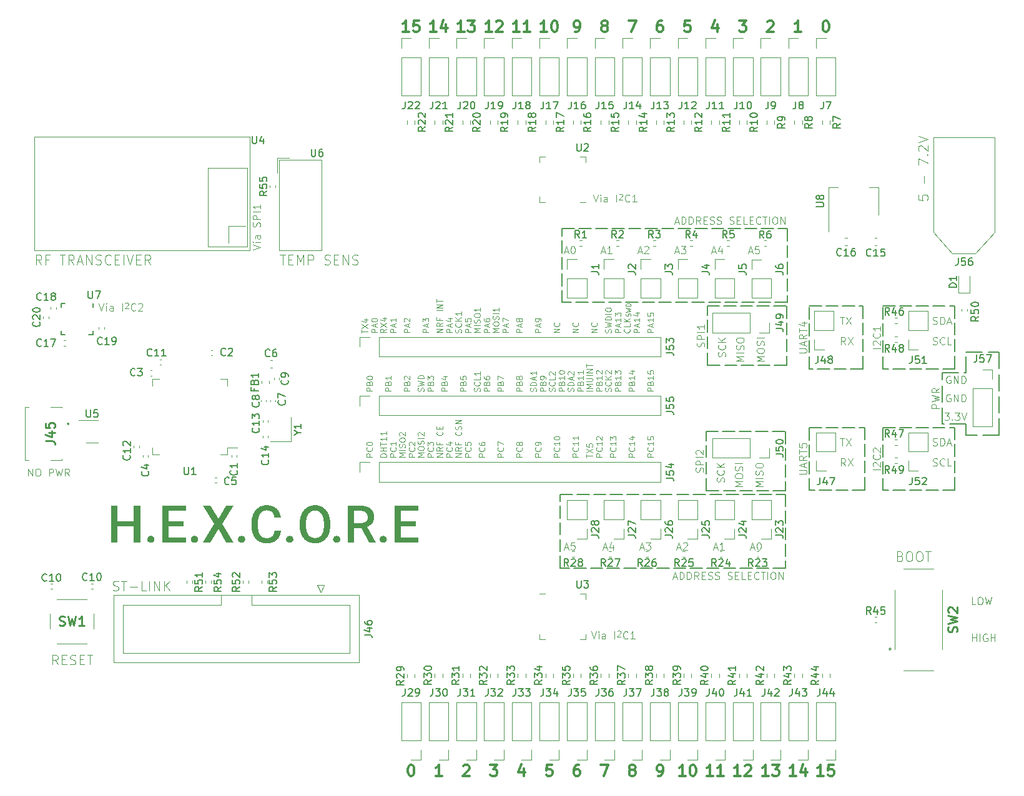
<source format=gto>
G04 #@! TF.GenerationSoftware,KiCad,Pcbnew,7.0.5*
G04 #@! TF.CreationDate,2023-11-30T10:19:55+10:00*
G04 #@! TF.ProjectId,HEXCORE PCB Design v0,48455843-4f52-4452-9050-434220446573,rev?*
G04 #@! TF.SameCoordinates,Original*
G04 #@! TF.FileFunction,Legend,Top*
G04 #@! TF.FilePolarity,Positive*
%FSLAX46Y46*%
G04 Gerber Fmt 4.6, Leading zero omitted, Abs format (unit mm)*
G04 Created by KiCad (PCBNEW 7.0.5) date 2023-11-30 10:19:55*
%MOMM*%
%LPD*%
G01*
G04 APERTURE LIST*
%ADD10C,0.150000*%
%ADD11C,0.200000*%
%ADD12C,0.080000*%
%ADD13C,0.300000*%
%ADD14C,0.125000*%
%ADD15C,0.800000*%
%ADD16C,0.254000*%
%ADD17C,0.120000*%
%ADD18C,0.100000*%
G04 APERTURE END LIST*
D10*
X141500000Y-78960000D02*
X143150000Y-78960000D01*
X143750000Y-78960000D02*
X145400000Y-78960000D01*
X146000000Y-78960000D02*
X147650000Y-78960000D01*
X148250000Y-78960000D02*
X149900000Y-78960000D01*
X150500000Y-78960000D02*
X151250000Y-78960000D01*
X151250000Y-78960000D02*
X151250000Y-80610000D01*
X151250000Y-81210000D02*
X151250000Y-82860000D01*
X151250000Y-83460000D02*
X151250000Y-85110000D01*
X151250000Y-85710000D02*
X151250000Y-87360000D01*
X151250000Y-87460000D02*
X149600000Y-87460000D01*
X149000000Y-87460000D02*
X147350000Y-87460000D01*
X146750000Y-87460000D02*
X145100000Y-87460000D01*
X144500000Y-87460000D02*
X142850000Y-87460000D01*
X142250000Y-87460000D02*
X141500000Y-87460000D01*
X141500000Y-87460000D02*
X141500000Y-85810000D01*
X141500000Y-85210000D02*
X141500000Y-83560000D01*
X141500000Y-82960000D02*
X141500000Y-81310000D01*
X141500000Y-80710000D02*
X141500000Y-79060000D01*
X117670000Y-62500000D02*
X119320000Y-62500000D01*
X119920000Y-62500000D02*
X121570000Y-62500000D01*
X122170000Y-62500000D02*
X123820000Y-62500000D01*
X124420000Y-62500000D02*
X126070000Y-62500000D01*
X126670000Y-62500000D02*
X128320000Y-62500000D01*
X128420000Y-62500000D02*
X128420000Y-64150000D01*
X128420000Y-64750000D02*
X128420000Y-66400000D01*
X128420000Y-67000000D02*
X128420000Y-68650000D01*
X128420000Y-69250000D02*
X128420000Y-70500000D01*
X128420000Y-70500000D02*
X126770000Y-70500000D01*
X126170000Y-70500000D02*
X124520000Y-70500000D01*
X123920000Y-70500000D02*
X122270000Y-70500000D01*
X121670000Y-70500000D02*
X120020000Y-70500000D01*
X119420000Y-70500000D02*
X117770000Y-70500000D01*
X117670000Y-70500000D02*
X117670000Y-68850000D01*
X117670000Y-68250000D02*
X117670000Y-66600000D01*
X117670000Y-66000000D02*
X117670000Y-64350000D01*
X117670000Y-63750000D02*
X117670000Y-62500000D01*
X98000000Y-52000000D02*
X99650000Y-52000000D01*
X100250000Y-52000000D02*
X101900000Y-52000000D01*
X102500000Y-52000000D02*
X104150000Y-52000000D01*
X104750000Y-52000000D02*
X106400000Y-52000000D01*
X107000000Y-52000000D02*
X108650000Y-52000000D01*
X109250000Y-52000000D02*
X110900000Y-52000000D01*
X111500000Y-52000000D02*
X113150000Y-52000000D01*
X113750000Y-52000000D02*
X115400000Y-52000000D01*
X116000000Y-52000000D02*
X117650000Y-52000000D01*
X118250000Y-52000000D02*
X119900000Y-52000000D01*
X120500000Y-52000000D02*
X122150000Y-52000000D01*
X122750000Y-52000000D02*
X124400000Y-52000000D01*
X125000000Y-52000000D02*
X126650000Y-52000000D01*
X127250000Y-52000000D02*
X128500000Y-52000000D01*
X128500000Y-52000000D02*
X128500000Y-53650000D01*
X128500000Y-54250000D02*
X128500000Y-55900000D01*
X128500000Y-56500000D02*
X128500000Y-58150000D01*
X128500000Y-58750000D02*
X128500000Y-60400000D01*
X128500000Y-61000000D02*
X128500000Y-62000000D01*
X128500000Y-62000000D02*
X126850000Y-62000000D01*
X126250000Y-62000000D02*
X124600000Y-62000000D01*
X124000000Y-62000000D02*
X122350000Y-62000000D01*
X121750000Y-62000000D02*
X120100000Y-62000000D01*
X119500000Y-62000000D02*
X117850000Y-62000000D01*
X117250000Y-62000000D02*
X115600000Y-62000000D01*
X115000000Y-62000000D02*
X113350000Y-62000000D01*
X112750000Y-62000000D02*
X111100000Y-62000000D01*
X110500000Y-62000000D02*
X108850000Y-62000000D01*
X108250000Y-62000000D02*
X106600000Y-62000000D01*
X106000000Y-62000000D02*
X104350000Y-62000000D01*
X103750000Y-62000000D02*
X102100000Y-62000000D01*
X101500000Y-62000000D02*
X99850000Y-62000000D01*
X99250000Y-62000000D02*
X98000000Y-62000000D01*
X98000000Y-62000000D02*
X98000000Y-60350000D01*
X98000000Y-59750000D02*
X98000000Y-58100000D01*
X98000000Y-57500000D02*
X98000000Y-55850000D01*
X98000000Y-55250000D02*
X98000000Y-53600000D01*
X98000000Y-53000000D02*
X98000000Y-52000000D01*
X131500000Y-62500000D02*
X133150000Y-62500000D01*
X133750000Y-62500000D02*
X135400000Y-62500000D01*
X136000000Y-62500000D02*
X137650000Y-62500000D01*
X138250000Y-62500000D02*
X138750000Y-62500000D01*
X138750000Y-62500000D02*
X138750000Y-64150000D01*
X138750000Y-64750000D02*
X138750000Y-66400000D01*
X138750000Y-67000000D02*
X138750000Y-68650000D01*
X138750000Y-69250000D02*
X138750000Y-70900000D01*
X138750000Y-71000000D02*
X137100000Y-71000000D01*
X136500000Y-71000000D02*
X134850000Y-71000000D01*
X134250000Y-71000000D02*
X132600000Y-71000000D01*
X132000000Y-71000000D02*
X131500000Y-71000000D01*
X131500000Y-71000000D02*
X131500000Y-69350000D01*
X131500000Y-68750000D02*
X131500000Y-67100000D01*
X131500000Y-66500000D02*
X131500000Y-64850000D01*
X131500000Y-64250000D02*
X131500000Y-62600000D01*
D11*
X149500000Y-71500000D02*
X151700000Y-71500000D01*
X152500000Y-71500000D02*
X152750000Y-71500000D01*
X152750000Y-71500000D02*
X152750000Y-69300000D01*
X152750000Y-68750000D02*
X154950000Y-68750000D01*
X155750000Y-68750000D02*
X157250000Y-68750000D01*
X157250000Y-68750000D02*
X157250000Y-70950000D01*
X157250000Y-71750000D02*
X157250000Y-73950000D01*
X157250000Y-74750000D02*
X157250000Y-76950000D01*
X157250000Y-77750000D02*
X157250000Y-79950000D01*
X157250000Y-80000000D02*
X155050000Y-80000000D01*
X154250000Y-80000000D02*
X152750000Y-80000000D01*
X152750000Y-80000000D02*
X152750000Y-78500000D01*
X152750000Y-78500000D02*
X150550000Y-78500000D01*
X149750000Y-78500000D02*
X149500000Y-78500000D01*
X149500000Y-78500000D02*
X149500000Y-76300000D01*
X149500000Y-75500000D02*
X149500000Y-73300000D01*
X149500000Y-72500000D02*
X149500000Y-71500000D01*
D10*
X131500000Y-78960000D02*
X133150000Y-78960000D01*
X133750000Y-78960000D02*
X135400000Y-78960000D01*
X136000000Y-78960000D02*
X137650000Y-78960000D01*
X138250000Y-78960000D02*
X139000000Y-78960000D01*
X139000000Y-78960000D02*
X139000000Y-80610000D01*
X139000000Y-81210000D02*
X139000000Y-82860000D01*
X139000000Y-83460000D02*
X139000000Y-85110000D01*
X139000000Y-85710000D02*
X139000000Y-87360000D01*
X139000000Y-87460000D02*
X137350000Y-87460000D01*
X136750000Y-87460000D02*
X135100000Y-87460000D01*
X134500000Y-87460000D02*
X132850000Y-87460000D01*
X132250000Y-87460000D02*
X131500000Y-87460000D01*
X131500000Y-87460000D02*
X131500000Y-85810000D01*
X131500000Y-85210000D02*
X131500000Y-83560000D01*
X131500000Y-82960000D02*
X131500000Y-81310000D01*
X131500000Y-80710000D02*
X131500000Y-79060000D01*
X141500000Y-62500000D02*
X143150000Y-62500000D01*
X143750000Y-62500000D02*
X145400000Y-62500000D01*
X146000000Y-62500000D02*
X147650000Y-62500000D01*
X148250000Y-62500000D02*
X149900000Y-62500000D01*
X150500000Y-62500000D02*
X151250000Y-62500000D01*
X151250000Y-62500000D02*
X151250000Y-64150000D01*
X151250000Y-64750000D02*
X151250000Y-66400000D01*
X151250000Y-67000000D02*
X151250000Y-68650000D01*
X151250000Y-69250000D02*
X151250000Y-70900000D01*
X151250000Y-71000000D02*
X149600000Y-71000000D01*
X149000000Y-71000000D02*
X147350000Y-71000000D01*
X146750000Y-71000000D02*
X145100000Y-71000000D01*
X144500000Y-71000000D02*
X142850000Y-71000000D01*
X142250000Y-71000000D02*
X141500000Y-71000000D01*
X141500000Y-71000000D02*
X141500000Y-69350000D01*
X141500000Y-68750000D02*
X141500000Y-67100000D01*
X141500000Y-66500000D02*
X141500000Y-64850000D01*
X141500000Y-64250000D02*
X141500000Y-62600000D01*
X97750000Y-88000000D02*
X99400000Y-88000000D01*
X100000000Y-88000000D02*
X101650000Y-88000000D01*
X102250000Y-88000000D02*
X103900000Y-88000000D01*
X104500000Y-88000000D02*
X106150000Y-88000000D01*
X106750000Y-88000000D02*
X108400000Y-88000000D01*
X109000000Y-88000000D02*
X110650000Y-88000000D01*
X111250000Y-88000000D02*
X112900000Y-88000000D01*
X113500000Y-88000000D02*
X115150000Y-88000000D01*
X115750000Y-88000000D02*
X117400000Y-88000000D01*
X118000000Y-88000000D02*
X119650000Y-88000000D01*
X120250000Y-88000000D02*
X121900000Y-88000000D01*
X122500000Y-88000000D02*
X124150000Y-88000000D01*
X124750000Y-88000000D02*
X126400000Y-88000000D01*
X127000000Y-88000000D02*
X128250000Y-88000000D01*
X128250000Y-88000000D02*
X128250000Y-89650000D01*
X128250000Y-90250000D02*
X128250000Y-91900000D01*
X128250000Y-92500000D02*
X128250000Y-94150000D01*
X128250000Y-94750000D02*
X128250000Y-96400000D01*
X128250000Y-97000000D02*
X128250000Y-98000000D01*
X128250000Y-98000000D02*
X126600000Y-98000000D01*
X126000000Y-98000000D02*
X124350000Y-98000000D01*
X123750000Y-98000000D02*
X122100000Y-98000000D01*
X121500000Y-98000000D02*
X119850000Y-98000000D01*
X119250000Y-98000000D02*
X117600000Y-98000000D01*
X117000000Y-98000000D02*
X115350000Y-98000000D01*
X114750000Y-98000000D02*
X113100000Y-98000000D01*
X112500000Y-98000000D02*
X110850000Y-98000000D01*
X110250000Y-98000000D02*
X108600000Y-98000000D01*
X108000000Y-98000000D02*
X106350000Y-98000000D01*
X105750000Y-98000000D02*
X104100000Y-98000000D01*
X103500000Y-98000000D02*
X101850000Y-98000000D01*
X101250000Y-98000000D02*
X99600000Y-98000000D01*
X99000000Y-98000000D02*
X97750000Y-98000000D01*
X97750000Y-98000000D02*
X97750000Y-96350000D01*
X97750000Y-95750000D02*
X97750000Y-94100000D01*
X97750000Y-93500000D02*
X97750000Y-91850000D01*
X97750000Y-91250000D02*
X97750000Y-89600000D01*
X97750000Y-89000000D02*
X97750000Y-88000000D01*
X117500000Y-79500000D02*
X119150000Y-79500000D01*
X119750000Y-79500000D02*
X121400000Y-79500000D01*
X122000000Y-79500000D02*
X123650000Y-79500000D01*
X124250000Y-79500000D02*
X125900000Y-79500000D01*
X126500000Y-79500000D02*
X128150000Y-79500000D01*
X128250000Y-79500000D02*
X128250000Y-81150000D01*
X128250000Y-81750000D02*
X128250000Y-83400000D01*
X128250000Y-84000000D02*
X128250000Y-85650000D01*
X128250000Y-86250000D02*
X128250000Y-87500000D01*
X128250000Y-87500000D02*
X126600000Y-87500000D01*
X126000000Y-87500000D02*
X124350000Y-87500000D01*
X123750000Y-87500000D02*
X122100000Y-87500000D01*
X121500000Y-87500000D02*
X119850000Y-87500000D01*
X119250000Y-87500000D02*
X117600000Y-87500000D01*
X117500000Y-87500000D02*
X117500000Y-85850000D01*
X117500000Y-85250000D02*
X117500000Y-83600000D01*
X117500000Y-83000000D02*
X117500000Y-81350000D01*
X117500000Y-80750000D02*
X117500000Y-79500000D01*
D12*
X104603840Y-74044988D02*
X104641935Y-73930702D01*
X104641935Y-73930702D02*
X104641935Y-73740226D01*
X104641935Y-73740226D02*
X104603840Y-73664035D01*
X104603840Y-73664035D02*
X104565744Y-73625940D01*
X104565744Y-73625940D02*
X104489554Y-73587845D01*
X104489554Y-73587845D02*
X104413363Y-73587845D01*
X104413363Y-73587845D02*
X104337173Y-73625940D01*
X104337173Y-73625940D02*
X104299078Y-73664035D01*
X104299078Y-73664035D02*
X104260982Y-73740226D01*
X104260982Y-73740226D02*
X104222887Y-73892607D01*
X104222887Y-73892607D02*
X104184792Y-73968797D01*
X104184792Y-73968797D02*
X104146697Y-74006892D01*
X104146697Y-74006892D02*
X104070506Y-74044988D01*
X104070506Y-74044988D02*
X103994316Y-74044988D01*
X103994316Y-74044988D02*
X103918125Y-74006892D01*
X103918125Y-74006892D02*
X103880030Y-73968797D01*
X103880030Y-73968797D02*
X103841935Y-73892607D01*
X103841935Y-73892607D02*
X103841935Y-73702130D01*
X103841935Y-73702130D02*
X103880030Y-73587845D01*
X104565744Y-72787844D02*
X104603840Y-72825940D01*
X104603840Y-72825940D02*
X104641935Y-72940225D01*
X104641935Y-72940225D02*
X104641935Y-73016416D01*
X104641935Y-73016416D02*
X104603840Y-73130702D01*
X104603840Y-73130702D02*
X104527649Y-73206892D01*
X104527649Y-73206892D02*
X104451459Y-73244987D01*
X104451459Y-73244987D02*
X104299078Y-73283083D01*
X104299078Y-73283083D02*
X104184792Y-73283083D01*
X104184792Y-73283083D02*
X104032411Y-73244987D01*
X104032411Y-73244987D02*
X103956220Y-73206892D01*
X103956220Y-73206892D02*
X103880030Y-73130702D01*
X103880030Y-73130702D02*
X103841935Y-73016416D01*
X103841935Y-73016416D02*
X103841935Y-72940225D01*
X103841935Y-72940225D02*
X103880030Y-72825940D01*
X103880030Y-72825940D02*
X103918125Y-72787844D01*
X104641935Y-72444987D02*
X103841935Y-72444987D01*
X104641935Y-71987844D02*
X104184792Y-72330702D01*
X103841935Y-71987844D02*
X104299078Y-72444987D01*
X103918125Y-71683083D02*
X103880030Y-71644987D01*
X103880030Y-71644987D02*
X103841935Y-71568797D01*
X103841935Y-71568797D02*
X103841935Y-71378321D01*
X103841935Y-71378321D02*
X103880030Y-71302130D01*
X103880030Y-71302130D02*
X103918125Y-71264035D01*
X103918125Y-71264035D02*
X103994316Y-71225940D01*
X103994316Y-71225940D02*
X104070506Y-71225940D01*
X104070506Y-71225940D02*
X104184792Y-71264035D01*
X104184792Y-71264035D02*
X104641935Y-71721178D01*
X104641935Y-71721178D02*
X104641935Y-71225940D01*
X105929935Y-74006892D02*
X105129935Y-74006892D01*
X105129935Y-74006892D02*
X105129935Y-73702130D01*
X105129935Y-73702130D02*
X105168030Y-73625940D01*
X105168030Y-73625940D02*
X105206125Y-73587845D01*
X105206125Y-73587845D02*
X105282316Y-73549749D01*
X105282316Y-73549749D02*
X105396601Y-73549749D01*
X105396601Y-73549749D02*
X105472792Y-73587845D01*
X105472792Y-73587845D02*
X105510887Y-73625940D01*
X105510887Y-73625940D02*
X105548982Y-73702130D01*
X105548982Y-73702130D02*
X105548982Y-74006892D01*
X105510887Y-72940226D02*
X105548982Y-72825940D01*
X105548982Y-72825940D02*
X105587078Y-72787845D01*
X105587078Y-72787845D02*
X105663268Y-72749749D01*
X105663268Y-72749749D02*
X105777554Y-72749749D01*
X105777554Y-72749749D02*
X105853744Y-72787845D01*
X105853744Y-72787845D02*
X105891840Y-72825940D01*
X105891840Y-72825940D02*
X105929935Y-72902130D01*
X105929935Y-72902130D02*
X105929935Y-73206892D01*
X105929935Y-73206892D02*
X105129935Y-73206892D01*
X105129935Y-73206892D02*
X105129935Y-72940226D01*
X105129935Y-72940226D02*
X105168030Y-72864035D01*
X105168030Y-72864035D02*
X105206125Y-72825940D01*
X105206125Y-72825940D02*
X105282316Y-72787845D01*
X105282316Y-72787845D02*
X105358506Y-72787845D01*
X105358506Y-72787845D02*
X105434697Y-72825940D01*
X105434697Y-72825940D02*
X105472792Y-72864035D01*
X105472792Y-72864035D02*
X105510887Y-72940226D01*
X105510887Y-72940226D02*
X105510887Y-73206892D01*
X105929935Y-71987845D02*
X105929935Y-72444988D01*
X105929935Y-72216416D02*
X105129935Y-72216416D01*
X105129935Y-72216416D02*
X105244220Y-72292607D01*
X105244220Y-72292607D02*
X105320411Y-72368797D01*
X105320411Y-72368797D02*
X105358506Y-72444988D01*
X105129935Y-71721178D02*
X105129935Y-71225940D01*
X105129935Y-71225940D02*
X105434697Y-71492606D01*
X105434697Y-71492606D02*
X105434697Y-71378321D01*
X105434697Y-71378321D02*
X105472792Y-71302130D01*
X105472792Y-71302130D02*
X105510887Y-71264035D01*
X105510887Y-71264035D02*
X105587078Y-71225940D01*
X105587078Y-71225940D02*
X105777554Y-71225940D01*
X105777554Y-71225940D02*
X105853744Y-71264035D01*
X105853744Y-71264035D02*
X105891840Y-71302130D01*
X105891840Y-71302130D02*
X105929935Y-71378321D01*
X105929935Y-71378321D02*
X105929935Y-71606892D01*
X105929935Y-71606892D02*
X105891840Y-71683083D01*
X105891840Y-71683083D02*
X105853744Y-71721178D01*
X100205935Y-82926892D02*
X99405935Y-82926892D01*
X99405935Y-82926892D02*
X99405935Y-82622130D01*
X99405935Y-82622130D02*
X99444030Y-82545940D01*
X99444030Y-82545940D02*
X99482125Y-82507845D01*
X99482125Y-82507845D02*
X99558316Y-82469749D01*
X99558316Y-82469749D02*
X99672601Y-82469749D01*
X99672601Y-82469749D02*
X99748792Y-82507845D01*
X99748792Y-82507845D02*
X99786887Y-82545940D01*
X99786887Y-82545940D02*
X99824982Y-82622130D01*
X99824982Y-82622130D02*
X99824982Y-82926892D01*
X100129744Y-81669749D02*
X100167840Y-81707845D01*
X100167840Y-81707845D02*
X100205935Y-81822130D01*
X100205935Y-81822130D02*
X100205935Y-81898321D01*
X100205935Y-81898321D02*
X100167840Y-82012607D01*
X100167840Y-82012607D02*
X100091649Y-82088797D01*
X100091649Y-82088797D02*
X100015459Y-82126892D01*
X100015459Y-82126892D02*
X99863078Y-82164988D01*
X99863078Y-82164988D02*
X99748792Y-82164988D01*
X99748792Y-82164988D02*
X99596411Y-82126892D01*
X99596411Y-82126892D02*
X99520220Y-82088797D01*
X99520220Y-82088797D02*
X99444030Y-82012607D01*
X99444030Y-82012607D02*
X99405935Y-81898321D01*
X99405935Y-81898321D02*
X99405935Y-81822130D01*
X99405935Y-81822130D02*
X99444030Y-81707845D01*
X99444030Y-81707845D02*
X99482125Y-81669749D01*
X100205935Y-80907845D02*
X100205935Y-81364988D01*
X100205935Y-81136416D02*
X99405935Y-81136416D01*
X99405935Y-81136416D02*
X99520220Y-81212607D01*
X99520220Y-81212607D02*
X99596411Y-81288797D01*
X99596411Y-81288797D02*
X99634506Y-81364988D01*
X100205935Y-80145940D02*
X100205935Y-80603083D01*
X100205935Y-80374511D02*
X99405935Y-80374511D01*
X99405935Y-80374511D02*
X99520220Y-80450702D01*
X99520220Y-80450702D02*
X99596411Y-80526892D01*
X99596411Y-80526892D02*
X99634506Y-80603083D01*
X94443840Y-74044988D02*
X94481935Y-73930702D01*
X94481935Y-73930702D02*
X94481935Y-73740226D01*
X94481935Y-73740226D02*
X94443840Y-73664035D01*
X94443840Y-73664035D02*
X94405744Y-73625940D01*
X94405744Y-73625940D02*
X94329554Y-73587845D01*
X94329554Y-73587845D02*
X94253363Y-73587845D01*
X94253363Y-73587845D02*
X94177173Y-73625940D01*
X94177173Y-73625940D02*
X94139078Y-73664035D01*
X94139078Y-73664035D02*
X94100982Y-73740226D01*
X94100982Y-73740226D02*
X94062887Y-73892607D01*
X94062887Y-73892607D02*
X94024792Y-73968797D01*
X94024792Y-73968797D02*
X93986697Y-74006892D01*
X93986697Y-74006892D02*
X93910506Y-74044988D01*
X93910506Y-74044988D02*
X93834316Y-74044988D01*
X93834316Y-74044988D02*
X93758125Y-74006892D01*
X93758125Y-74006892D02*
X93720030Y-73968797D01*
X93720030Y-73968797D02*
X93681935Y-73892607D01*
X93681935Y-73892607D02*
X93681935Y-73702130D01*
X93681935Y-73702130D02*
X93720030Y-73587845D01*
X94481935Y-73244987D02*
X93681935Y-73244987D01*
X93681935Y-73244987D02*
X93681935Y-73054511D01*
X93681935Y-73054511D02*
X93720030Y-72940225D01*
X93720030Y-72940225D02*
X93796220Y-72864035D01*
X93796220Y-72864035D02*
X93872411Y-72825940D01*
X93872411Y-72825940D02*
X94024792Y-72787844D01*
X94024792Y-72787844D02*
X94139078Y-72787844D01*
X94139078Y-72787844D02*
X94291459Y-72825940D01*
X94291459Y-72825940D02*
X94367649Y-72864035D01*
X94367649Y-72864035D02*
X94443840Y-72940225D01*
X94443840Y-72940225D02*
X94481935Y-73054511D01*
X94481935Y-73054511D02*
X94481935Y-73244987D01*
X94253363Y-72483083D02*
X94253363Y-72102130D01*
X94481935Y-72559273D02*
X93681935Y-72292606D01*
X93681935Y-72292606D02*
X94481935Y-72025940D01*
X94481935Y-71340226D02*
X94481935Y-71797369D01*
X94481935Y-71568797D02*
X93681935Y-71568797D01*
X93681935Y-71568797D02*
X93796220Y-71644988D01*
X93796220Y-71644988D02*
X93872411Y-71721178D01*
X93872411Y-71721178D02*
X93910506Y-71797369D01*
X95769935Y-74006892D02*
X94969935Y-74006892D01*
X94969935Y-74006892D02*
X94969935Y-73702130D01*
X94969935Y-73702130D02*
X95008030Y-73625940D01*
X95008030Y-73625940D02*
X95046125Y-73587845D01*
X95046125Y-73587845D02*
X95122316Y-73549749D01*
X95122316Y-73549749D02*
X95236601Y-73549749D01*
X95236601Y-73549749D02*
X95312792Y-73587845D01*
X95312792Y-73587845D02*
X95350887Y-73625940D01*
X95350887Y-73625940D02*
X95388982Y-73702130D01*
X95388982Y-73702130D02*
X95388982Y-74006892D01*
X95350887Y-72940226D02*
X95388982Y-72825940D01*
X95388982Y-72825940D02*
X95427078Y-72787845D01*
X95427078Y-72787845D02*
X95503268Y-72749749D01*
X95503268Y-72749749D02*
X95617554Y-72749749D01*
X95617554Y-72749749D02*
X95693744Y-72787845D01*
X95693744Y-72787845D02*
X95731840Y-72825940D01*
X95731840Y-72825940D02*
X95769935Y-72902130D01*
X95769935Y-72902130D02*
X95769935Y-73206892D01*
X95769935Y-73206892D02*
X94969935Y-73206892D01*
X94969935Y-73206892D02*
X94969935Y-72940226D01*
X94969935Y-72940226D02*
X95008030Y-72864035D01*
X95008030Y-72864035D02*
X95046125Y-72825940D01*
X95046125Y-72825940D02*
X95122316Y-72787845D01*
X95122316Y-72787845D02*
X95198506Y-72787845D01*
X95198506Y-72787845D02*
X95274697Y-72825940D01*
X95274697Y-72825940D02*
X95312792Y-72864035D01*
X95312792Y-72864035D02*
X95350887Y-72940226D01*
X95350887Y-72940226D02*
X95350887Y-73206892D01*
X95769935Y-72368797D02*
X95769935Y-72216416D01*
X95769935Y-72216416D02*
X95731840Y-72140226D01*
X95731840Y-72140226D02*
X95693744Y-72102130D01*
X95693744Y-72102130D02*
X95579459Y-72025940D01*
X95579459Y-72025940D02*
X95427078Y-71987845D01*
X95427078Y-71987845D02*
X95122316Y-71987845D01*
X95122316Y-71987845D02*
X95046125Y-72025940D01*
X95046125Y-72025940D02*
X95008030Y-72064035D01*
X95008030Y-72064035D02*
X94969935Y-72140226D01*
X94969935Y-72140226D02*
X94969935Y-72292607D01*
X94969935Y-72292607D02*
X95008030Y-72368797D01*
X95008030Y-72368797D02*
X95046125Y-72406892D01*
X95046125Y-72406892D02*
X95122316Y-72444988D01*
X95122316Y-72444988D02*
X95312792Y-72444988D01*
X95312792Y-72444988D02*
X95388982Y-72406892D01*
X95388982Y-72406892D02*
X95427078Y-72368797D01*
X95427078Y-72368797D02*
X95465173Y-72292607D01*
X95465173Y-72292607D02*
X95465173Y-72140226D01*
X95465173Y-72140226D02*
X95427078Y-72064035D01*
X95427078Y-72064035D02*
X95388982Y-72025940D01*
X95388982Y-72025940D02*
X95312792Y-71987845D01*
D13*
X95964286Y-25300828D02*
X95107143Y-25300828D01*
X95535714Y-25300828D02*
X95535714Y-23800828D01*
X95535714Y-23800828D02*
X95392857Y-24015114D01*
X95392857Y-24015114D02*
X95250000Y-24157971D01*
X95250000Y-24157971D02*
X95107143Y-24229400D01*
X96892857Y-23800828D02*
X97035714Y-23800828D01*
X97035714Y-23800828D02*
X97178571Y-23872257D01*
X97178571Y-23872257D02*
X97250000Y-23943685D01*
X97250000Y-23943685D02*
X97321428Y-24086542D01*
X97321428Y-24086542D02*
X97392857Y-24372257D01*
X97392857Y-24372257D02*
X97392857Y-24729400D01*
X97392857Y-24729400D02*
X97321428Y-25015114D01*
X97321428Y-25015114D02*
X97250000Y-25157971D01*
X97250000Y-25157971D02*
X97178571Y-25229400D01*
X97178571Y-25229400D02*
X97035714Y-25300828D01*
X97035714Y-25300828D02*
X96892857Y-25300828D01*
X96892857Y-25300828D02*
X96750000Y-25229400D01*
X96750000Y-25229400D02*
X96678571Y-25157971D01*
X96678571Y-25157971D02*
X96607142Y-25015114D01*
X96607142Y-25015114D02*
X96535714Y-24729400D01*
X96535714Y-24729400D02*
X96535714Y-24372257D01*
X96535714Y-24372257D02*
X96607142Y-24086542D01*
X96607142Y-24086542D02*
X96678571Y-23943685D01*
X96678571Y-23943685D02*
X96750000Y-23872257D01*
X96750000Y-23872257D02*
X96892857Y-23800828D01*
D12*
X99523840Y-74044988D02*
X99561935Y-73930702D01*
X99561935Y-73930702D02*
X99561935Y-73740226D01*
X99561935Y-73740226D02*
X99523840Y-73664035D01*
X99523840Y-73664035D02*
X99485744Y-73625940D01*
X99485744Y-73625940D02*
X99409554Y-73587845D01*
X99409554Y-73587845D02*
X99333363Y-73587845D01*
X99333363Y-73587845D02*
X99257173Y-73625940D01*
X99257173Y-73625940D02*
X99219078Y-73664035D01*
X99219078Y-73664035D02*
X99180982Y-73740226D01*
X99180982Y-73740226D02*
X99142887Y-73892607D01*
X99142887Y-73892607D02*
X99104792Y-73968797D01*
X99104792Y-73968797D02*
X99066697Y-74006892D01*
X99066697Y-74006892D02*
X98990506Y-74044988D01*
X98990506Y-74044988D02*
X98914316Y-74044988D01*
X98914316Y-74044988D02*
X98838125Y-74006892D01*
X98838125Y-74006892D02*
X98800030Y-73968797D01*
X98800030Y-73968797D02*
X98761935Y-73892607D01*
X98761935Y-73892607D02*
X98761935Y-73702130D01*
X98761935Y-73702130D02*
X98800030Y-73587845D01*
X99561935Y-73244987D02*
X98761935Y-73244987D01*
X98761935Y-73244987D02*
X98761935Y-73054511D01*
X98761935Y-73054511D02*
X98800030Y-72940225D01*
X98800030Y-72940225D02*
X98876220Y-72864035D01*
X98876220Y-72864035D02*
X98952411Y-72825940D01*
X98952411Y-72825940D02*
X99104792Y-72787844D01*
X99104792Y-72787844D02*
X99219078Y-72787844D01*
X99219078Y-72787844D02*
X99371459Y-72825940D01*
X99371459Y-72825940D02*
X99447649Y-72864035D01*
X99447649Y-72864035D02*
X99523840Y-72940225D01*
X99523840Y-72940225D02*
X99561935Y-73054511D01*
X99561935Y-73054511D02*
X99561935Y-73244987D01*
X99333363Y-72483083D02*
X99333363Y-72102130D01*
X99561935Y-72559273D02*
X98761935Y-72292606D01*
X98761935Y-72292606D02*
X99561935Y-72025940D01*
X98838125Y-71797369D02*
X98800030Y-71759273D01*
X98800030Y-71759273D02*
X98761935Y-71683083D01*
X98761935Y-71683083D02*
X98761935Y-71492607D01*
X98761935Y-71492607D02*
X98800030Y-71416416D01*
X98800030Y-71416416D02*
X98838125Y-71378321D01*
X98838125Y-71378321D02*
X98914316Y-71340226D01*
X98914316Y-71340226D02*
X98990506Y-71340226D01*
X98990506Y-71340226D02*
X99104792Y-71378321D01*
X99104792Y-71378321D02*
X99561935Y-71835464D01*
X99561935Y-71835464D02*
X99561935Y-71340226D01*
X100849935Y-74006892D02*
X100049935Y-74006892D01*
X100049935Y-74006892D02*
X100049935Y-73702130D01*
X100049935Y-73702130D02*
X100088030Y-73625940D01*
X100088030Y-73625940D02*
X100126125Y-73587845D01*
X100126125Y-73587845D02*
X100202316Y-73549749D01*
X100202316Y-73549749D02*
X100316601Y-73549749D01*
X100316601Y-73549749D02*
X100392792Y-73587845D01*
X100392792Y-73587845D02*
X100430887Y-73625940D01*
X100430887Y-73625940D02*
X100468982Y-73702130D01*
X100468982Y-73702130D02*
X100468982Y-74006892D01*
X100430887Y-72940226D02*
X100468982Y-72825940D01*
X100468982Y-72825940D02*
X100507078Y-72787845D01*
X100507078Y-72787845D02*
X100583268Y-72749749D01*
X100583268Y-72749749D02*
X100697554Y-72749749D01*
X100697554Y-72749749D02*
X100773744Y-72787845D01*
X100773744Y-72787845D02*
X100811840Y-72825940D01*
X100811840Y-72825940D02*
X100849935Y-72902130D01*
X100849935Y-72902130D02*
X100849935Y-73206892D01*
X100849935Y-73206892D02*
X100049935Y-73206892D01*
X100049935Y-73206892D02*
X100049935Y-72940226D01*
X100049935Y-72940226D02*
X100088030Y-72864035D01*
X100088030Y-72864035D02*
X100126125Y-72825940D01*
X100126125Y-72825940D02*
X100202316Y-72787845D01*
X100202316Y-72787845D02*
X100278506Y-72787845D01*
X100278506Y-72787845D02*
X100354697Y-72825940D01*
X100354697Y-72825940D02*
X100392792Y-72864035D01*
X100392792Y-72864035D02*
X100430887Y-72940226D01*
X100430887Y-72940226D02*
X100430887Y-73206892D01*
X100849935Y-71987845D02*
X100849935Y-72444988D01*
X100849935Y-72216416D02*
X100049935Y-72216416D01*
X100049935Y-72216416D02*
X100164220Y-72292607D01*
X100164220Y-72292607D02*
X100240411Y-72368797D01*
X100240411Y-72368797D02*
X100278506Y-72444988D01*
X100849935Y-71225940D02*
X100849935Y-71683083D01*
X100849935Y-71454511D02*
X100049935Y-71454511D01*
X100049935Y-71454511D02*
X100164220Y-71530702D01*
X100164220Y-71530702D02*
X100240411Y-71606892D01*
X100240411Y-71606892D02*
X100278506Y-71683083D01*
D13*
X118464286Y-126215828D02*
X117607143Y-126215828D01*
X118035714Y-126215828D02*
X118035714Y-124715828D01*
X118035714Y-124715828D02*
X117892857Y-124930114D01*
X117892857Y-124930114D02*
X117750000Y-125072971D01*
X117750000Y-125072971D02*
X117607143Y-125144400D01*
X119892857Y-126215828D02*
X119035714Y-126215828D01*
X119464285Y-126215828D02*
X119464285Y-124715828D01*
X119464285Y-124715828D02*
X119321428Y-124930114D01*
X119321428Y-124930114D02*
X119178571Y-125072971D01*
X119178571Y-125072971D02*
X119035714Y-125144400D01*
D12*
X95125935Y-82926892D02*
X94325935Y-82926892D01*
X94325935Y-82926892D02*
X94325935Y-82622130D01*
X94325935Y-82622130D02*
X94364030Y-82545940D01*
X94364030Y-82545940D02*
X94402125Y-82507845D01*
X94402125Y-82507845D02*
X94478316Y-82469749D01*
X94478316Y-82469749D02*
X94592601Y-82469749D01*
X94592601Y-82469749D02*
X94668792Y-82507845D01*
X94668792Y-82507845D02*
X94706887Y-82545940D01*
X94706887Y-82545940D02*
X94744982Y-82622130D01*
X94744982Y-82622130D02*
X94744982Y-82926892D01*
X95049744Y-81669749D02*
X95087840Y-81707845D01*
X95087840Y-81707845D02*
X95125935Y-81822130D01*
X95125935Y-81822130D02*
X95125935Y-81898321D01*
X95125935Y-81898321D02*
X95087840Y-82012607D01*
X95087840Y-82012607D02*
X95011649Y-82088797D01*
X95011649Y-82088797D02*
X94935459Y-82126892D01*
X94935459Y-82126892D02*
X94783078Y-82164988D01*
X94783078Y-82164988D02*
X94668792Y-82164988D01*
X94668792Y-82164988D02*
X94516411Y-82126892D01*
X94516411Y-82126892D02*
X94440220Y-82088797D01*
X94440220Y-82088797D02*
X94364030Y-82012607D01*
X94364030Y-82012607D02*
X94325935Y-81898321D01*
X94325935Y-81898321D02*
X94325935Y-81822130D01*
X94325935Y-81822130D02*
X94364030Y-81707845D01*
X94364030Y-81707845D02*
X94402125Y-81669749D01*
X95125935Y-81288797D02*
X95125935Y-81136416D01*
X95125935Y-81136416D02*
X95087840Y-81060226D01*
X95087840Y-81060226D02*
X95049744Y-81022130D01*
X95049744Y-81022130D02*
X94935459Y-80945940D01*
X94935459Y-80945940D02*
X94783078Y-80907845D01*
X94783078Y-80907845D02*
X94478316Y-80907845D01*
X94478316Y-80907845D02*
X94402125Y-80945940D01*
X94402125Y-80945940D02*
X94364030Y-80984035D01*
X94364030Y-80984035D02*
X94325935Y-81060226D01*
X94325935Y-81060226D02*
X94325935Y-81212607D01*
X94325935Y-81212607D02*
X94364030Y-81288797D01*
X94364030Y-81288797D02*
X94402125Y-81326892D01*
X94402125Y-81326892D02*
X94478316Y-81364988D01*
X94478316Y-81364988D02*
X94668792Y-81364988D01*
X94668792Y-81364988D02*
X94744982Y-81326892D01*
X94744982Y-81326892D02*
X94783078Y-81288797D01*
X94783078Y-81288797D02*
X94821173Y-81212607D01*
X94821173Y-81212607D02*
X94821173Y-81060226D01*
X94821173Y-81060226D02*
X94783078Y-80984035D01*
X94783078Y-80984035D02*
X94744982Y-80945940D01*
X94744982Y-80945940D02*
X94668792Y-80907845D01*
X110365935Y-66036892D02*
X109565935Y-66036892D01*
X109565935Y-66036892D02*
X109565935Y-65732130D01*
X109565935Y-65732130D02*
X109604030Y-65655940D01*
X109604030Y-65655940D02*
X109642125Y-65617845D01*
X109642125Y-65617845D02*
X109718316Y-65579749D01*
X109718316Y-65579749D02*
X109832601Y-65579749D01*
X109832601Y-65579749D02*
X109908792Y-65617845D01*
X109908792Y-65617845D02*
X109946887Y-65655940D01*
X109946887Y-65655940D02*
X109984982Y-65732130D01*
X109984982Y-65732130D02*
X109984982Y-66036892D01*
X110137363Y-65274988D02*
X110137363Y-64894035D01*
X110365935Y-65351178D02*
X109565935Y-65084511D01*
X109565935Y-65084511D02*
X110365935Y-64817845D01*
X110365935Y-64132131D02*
X110365935Y-64589274D01*
X110365935Y-64360702D02*
X109565935Y-64360702D01*
X109565935Y-64360702D02*
X109680220Y-64436893D01*
X109680220Y-64436893D02*
X109756411Y-64513083D01*
X109756411Y-64513083D02*
X109794506Y-64589274D01*
X109565935Y-63408321D02*
X109565935Y-63789273D01*
X109565935Y-63789273D02*
X109946887Y-63827369D01*
X109946887Y-63827369D02*
X109908792Y-63789273D01*
X109908792Y-63789273D02*
X109870697Y-63713083D01*
X109870697Y-63713083D02*
X109870697Y-63522607D01*
X109870697Y-63522607D02*
X109908792Y-63446416D01*
X109908792Y-63446416D02*
X109946887Y-63408321D01*
X109946887Y-63408321D02*
X110023078Y-63370226D01*
X110023078Y-63370226D02*
X110213554Y-63370226D01*
X110213554Y-63370226D02*
X110289744Y-63408321D01*
X110289744Y-63408321D02*
X110327840Y-63446416D01*
X110327840Y-63446416D02*
X110365935Y-63522607D01*
X110365935Y-63522607D02*
X110365935Y-63713083D01*
X110365935Y-63713083D02*
X110327840Y-63789273D01*
X110327840Y-63789273D02*
X110289744Y-63827369D01*
X102745935Y-66036892D02*
X101945935Y-66036892D01*
X101945935Y-66036892D02*
X102745935Y-65579749D01*
X102745935Y-65579749D02*
X101945935Y-65579749D01*
X102669744Y-64741654D02*
X102707840Y-64779750D01*
X102707840Y-64779750D02*
X102745935Y-64894035D01*
X102745935Y-64894035D02*
X102745935Y-64970226D01*
X102745935Y-64970226D02*
X102707840Y-65084512D01*
X102707840Y-65084512D02*
X102631649Y-65160702D01*
X102631649Y-65160702D02*
X102555459Y-65198797D01*
X102555459Y-65198797D02*
X102403078Y-65236893D01*
X102403078Y-65236893D02*
X102288792Y-65236893D01*
X102288792Y-65236893D02*
X102136411Y-65198797D01*
X102136411Y-65198797D02*
X102060220Y-65160702D01*
X102060220Y-65160702D02*
X101984030Y-65084512D01*
X101984030Y-65084512D02*
X101945935Y-64970226D01*
X101945935Y-64970226D02*
X101945935Y-64894035D01*
X101945935Y-64894035D02*
X101984030Y-64779750D01*
X101984030Y-64779750D02*
X102022125Y-64741654D01*
D13*
X122214286Y-126215828D02*
X121357143Y-126215828D01*
X121785714Y-126215828D02*
X121785714Y-124715828D01*
X121785714Y-124715828D02*
X121642857Y-124930114D01*
X121642857Y-124930114D02*
X121500000Y-125072971D01*
X121500000Y-125072971D02*
X121357143Y-125144400D01*
X122785714Y-124858685D02*
X122857142Y-124787257D01*
X122857142Y-124787257D02*
X123000000Y-124715828D01*
X123000000Y-124715828D02*
X123357142Y-124715828D01*
X123357142Y-124715828D02*
X123500000Y-124787257D01*
X123500000Y-124787257D02*
X123571428Y-124858685D01*
X123571428Y-124858685D02*
X123642857Y-125001542D01*
X123642857Y-125001542D02*
X123642857Y-125144400D01*
X123642857Y-125144400D02*
X123571428Y-125358685D01*
X123571428Y-125358685D02*
X122714285Y-126215828D01*
X122714285Y-126215828D02*
X123642857Y-126215828D01*
D14*
X154046521Y-102956119D02*
X153570331Y-102956119D01*
X153570331Y-102956119D02*
X153570331Y-101956119D01*
X154570331Y-101956119D02*
X154760807Y-101956119D01*
X154760807Y-101956119D02*
X154856045Y-102003738D01*
X154856045Y-102003738D02*
X154951283Y-102098976D01*
X154951283Y-102098976D02*
X154998902Y-102289452D01*
X154998902Y-102289452D02*
X154998902Y-102622785D01*
X154998902Y-102622785D02*
X154951283Y-102813261D01*
X154951283Y-102813261D02*
X154856045Y-102908500D01*
X154856045Y-102908500D02*
X154760807Y-102956119D01*
X154760807Y-102956119D02*
X154570331Y-102956119D01*
X154570331Y-102956119D02*
X154475093Y-102908500D01*
X154475093Y-102908500D02*
X154379855Y-102813261D01*
X154379855Y-102813261D02*
X154332236Y-102622785D01*
X154332236Y-102622785D02*
X154332236Y-102289452D01*
X154332236Y-102289452D02*
X154379855Y-102098976D01*
X154379855Y-102098976D02*
X154475093Y-102003738D01*
X154475093Y-102003738D02*
X154570331Y-101956119D01*
X155332236Y-101956119D02*
X155570331Y-102956119D01*
X155570331Y-102956119D02*
X155760807Y-102241833D01*
X155760807Y-102241833D02*
X155951283Y-102956119D01*
X155951283Y-102956119D02*
X156189379Y-101956119D01*
D13*
X125964286Y-126215828D02*
X125107143Y-126215828D01*
X125535714Y-126215828D02*
X125535714Y-124715828D01*
X125535714Y-124715828D02*
X125392857Y-124930114D01*
X125392857Y-124930114D02*
X125250000Y-125072971D01*
X125250000Y-125072971D02*
X125107143Y-125144400D01*
X126464285Y-124715828D02*
X127392857Y-124715828D01*
X127392857Y-124715828D02*
X126892857Y-125287257D01*
X126892857Y-125287257D02*
X127107142Y-125287257D01*
X127107142Y-125287257D02*
X127250000Y-125358685D01*
X127250000Y-125358685D02*
X127321428Y-125430114D01*
X127321428Y-125430114D02*
X127392857Y-125572971D01*
X127392857Y-125572971D02*
X127392857Y-125930114D01*
X127392857Y-125930114D02*
X127321428Y-126072971D01*
X127321428Y-126072971D02*
X127250000Y-126144400D01*
X127250000Y-126144400D02*
X127107142Y-126215828D01*
X127107142Y-126215828D02*
X126678571Y-126215828D01*
X126678571Y-126215828D02*
X126535714Y-126144400D01*
X126535714Y-126144400D02*
X126464285Y-126072971D01*
D14*
X136391759Y-84166119D02*
X136058426Y-83689928D01*
X135820331Y-84166119D02*
X135820331Y-83166119D01*
X135820331Y-83166119D02*
X136201283Y-83166119D01*
X136201283Y-83166119D02*
X136296521Y-83213738D01*
X136296521Y-83213738D02*
X136344140Y-83261357D01*
X136344140Y-83261357D02*
X136391759Y-83356595D01*
X136391759Y-83356595D02*
X136391759Y-83499452D01*
X136391759Y-83499452D02*
X136344140Y-83594690D01*
X136344140Y-83594690D02*
X136296521Y-83642309D01*
X136296521Y-83642309D02*
X136201283Y-83689928D01*
X136201283Y-83689928D02*
X135820331Y-83689928D01*
X136725093Y-83166119D02*
X137391759Y-84166119D01*
X137391759Y-83166119D02*
X136725093Y-84166119D01*
D13*
X107000000Y-23800828D02*
X108000000Y-23800828D01*
X108000000Y-23800828D02*
X107357143Y-25300828D01*
X100285715Y-124715828D02*
X100000000Y-124715828D01*
X100000000Y-124715828D02*
X99857143Y-124787257D01*
X99857143Y-124787257D02*
X99785715Y-124858685D01*
X99785715Y-124858685D02*
X99642857Y-125072971D01*
X99642857Y-125072971D02*
X99571429Y-125358685D01*
X99571429Y-125358685D02*
X99571429Y-125930114D01*
X99571429Y-125930114D02*
X99642857Y-126072971D01*
X99642857Y-126072971D02*
X99714286Y-126144400D01*
X99714286Y-126144400D02*
X99857143Y-126215828D01*
X99857143Y-126215828D02*
X100142857Y-126215828D01*
X100142857Y-126215828D02*
X100285715Y-126144400D01*
X100285715Y-126144400D02*
X100357143Y-126072971D01*
X100357143Y-126072971D02*
X100428572Y-125930114D01*
X100428572Y-125930114D02*
X100428572Y-125572971D01*
X100428572Y-125572971D02*
X100357143Y-125430114D01*
X100357143Y-125430114D02*
X100285715Y-125358685D01*
X100285715Y-125358685D02*
X100142857Y-125287257D01*
X100142857Y-125287257D02*
X99857143Y-125287257D01*
X99857143Y-125287257D02*
X99714286Y-125358685D01*
X99714286Y-125358685D02*
X99642857Y-125430114D01*
X99642857Y-125430114D02*
X99571429Y-125572971D01*
D12*
X100205935Y-66036892D02*
X99405935Y-66036892D01*
X99405935Y-66036892D02*
X100205935Y-65579749D01*
X100205935Y-65579749D02*
X99405935Y-65579749D01*
X100129744Y-64741654D02*
X100167840Y-64779750D01*
X100167840Y-64779750D02*
X100205935Y-64894035D01*
X100205935Y-64894035D02*
X100205935Y-64970226D01*
X100205935Y-64970226D02*
X100167840Y-65084512D01*
X100167840Y-65084512D02*
X100091649Y-65160702D01*
X100091649Y-65160702D02*
X100015459Y-65198797D01*
X100015459Y-65198797D02*
X99863078Y-65236893D01*
X99863078Y-65236893D02*
X99748792Y-65236893D01*
X99748792Y-65236893D02*
X99596411Y-65198797D01*
X99596411Y-65198797D02*
X99520220Y-65160702D01*
X99520220Y-65160702D02*
X99444030Y-65084512D01*
X99444030Y-65084512D02*
X99405935Y-64970226D01*
X99405935Y-64970226D02*
X99405935Y-64894035D01*
X99405935Y-64894035D02*
X99444030Y-64779750D01*
X99444030Y-64779750D02*
X99482125Y-64741654D01*
X74161935Y-82926892D02*
X73361935Y-82926892D01*
X73361935Y-82926892D02*
X73361935Y-82736416D01*
X73361935Y-82736416D02*
X73400030Y-82622130D01*
X73400030Y-82622130D02*
X73476220Y-82545940D01*
X73476220Y-82545940D02*
X73552411Y-82507845D01*
X73552411Y-82507845D02*
X73704792Y-82469749D01*
X73704792Y-82469749D02*
X73819078Y-82469749D01*
X73819078Y-82469749D02*
X73971459Y-82507845D01*
X73971459Y-82507845D02*
X74047649Y-82545940D01*
X74047649Y-82545940D02*
X74123840Y-82622130D01*
X74123840Y-82622130D02*
X74161935Y-82736416D01*
X74161935Y-82736416D02*
X74161935Y-82926892D01*
X74161935Y-82126892D02*
X73361935Y-82126892D01*
X73742887Y-82126892D02*
X73742887Y-81669749D01*
X74161935Y-81669749D02*
X73361935Y-81669749D01*
X73361935Y-81403083D02*
X73361935Y-80945940D01*
X74161935Y-81174512D02*
X73361935Y-81174512D01*
X74161935Y-80260226D02*
X74161935Y-80717369D01*
X74161935Y-80488797D02*
X73361935Y-80488797D01*
X73361935Y-80488797D02*
X73476220Y-80564988D01*
X73476220Y-80564988D02*
X73552411Y-80641178D01*
X73552411Y-80641178D02*
X73590506Y-80717369D01*
X74161935Y-79498321D02*
X74161935Y-79955464D01*
X74161935Y-79726892D02*
X73361935Y-79726892D01*
X73361935Y-79726892D02*
X73476220Y-79803083D01*
X73476220Y-79803083D02*
X73552411Y-79879273D01*
X73552411Y-79879273D02*
X73590506Y-79955464D01*
X75449935Y-82926892D02*
X74649935Y-82926892D01*
X74649935Y-82926892D02*
X74649935Y-82622130D01*
X74649935Y-82622130D02*
X74688030Y-82545940D01*
X74688030Y-82545940D02*
X74726125Y-82507845D01*
X74726125Y-82507845D02*
X74802316Y-82469749D01*
X74802316Y-82469749D02*
X74916601Y-82469749D01*
X74916601Y-82469749D02*
X74992792Y-82507845D01*
X74992792Y-82507845D02*
X75030887Y-82545940D01*
X75030887Y-82545940D02*
X75068982Y-82622130D01*
X75068982Y-82622130D02*
X75068982Y-82926892D01*
X75373744Y-81669749D02*
X75411840Y-81707845D01*
X75411840Y-81707845D02*
X75449935Y-81822130D01*
X75449935Y-81822130D02*
X75449935Y-81898321D01*
X75449935Y-81898321D02*
X75411840Y-82012607D01*
X75411840Y-82012607D02*
X75335649Y-82088797D01*
X75335649Y-82088797D02*
X75259459Y-82126892D01*
X75259459Y-82126892D02*
X75107078Y-82164988D01*
X75107078Y-82164988D02*
X74992792Y-82164988D01*
X74992792Y-82164988D02*
X74840411Y-82126892D01*
X74840411Y-82126892D02*
X74764220Y-82088797D01*
X74764220Y-82088797D02*
X74688030Y-82012607D01*
X74688030Y-82012607D02*
X74649935Y-81898321D01*
X74649935Y-81898321D02*
X74649935Y-81822130D01*
X74649935Y-81822130D02*
X74688030Y-81707845D01*
X74688030Y-81707845D02*
X74726125Y-81669749D01*
X75449935Y-80907845D02*
X75449935Y-81364988D01*
X75449935Y-81136416D02*
X74649935Y-81136416D01*
X74649935Y-81136416D02*
X74764220Y-81212607D01*
X74764220Y-81212607D02*
X74840411Y-81288797D01*
X74840411Y-81288797D02*
X74878506Y-81364988D01*
D14*
X113285714Y-55085404D02*
X113761904Y-55085404D01*
X113190476Y-55371119D02*
X113523809Y-54371119D01*
X113523809Y-54371119D02*
X113857142Y-55371119D01*
X114095238Y-54371119D02*
X114714285Y-54371119D01*
X114714285Y-54371119D02*
X114380952Y-54752071D01*
X114380952Y-54752071D02*
X114523809Y-54752071D01*
X114523809Y-54752071D02*
X114619047Y-54799690D01*
X114619047Y-54799690D02*
X114666666Y-54847309D01*
X114666666Y-54847309D02*
X114714285Y-54942547D01*
X114714285Y-54942547D02*
X114714285Y-55180642D01*
X114714285Y-55180642D02*
X114666666Y-55275880D01*
X114666666Y-55275880D02*
X114619047Y-55323500D01*
X114619047Y-55323500D02*
X114523809Y-55371119D01*
X114523809Y-55371119D02*
X114238095Y-55371119D01*
X114238095Y-55371119D02*
X114142857Y-55323500D01*
X114142857Y-55323500D02*
X114095238Y-55275880D01*
D12*
X107825935Y-74006892D02*
X107025935Y-74006892D01*
X107025935Y-74006892D02*
X107025935Y-73702130D01*
X107025935Y-73702130D02*
X107064030Y-73625940D01*
X107064030Y-73625940D02*
X107102125Y-73587845D01*
X107102125Y-73587845D02*
X107178316Y-73549749D01*
X107178316Y-73549749D02*
X107292601Y-73549749D01*
X107292601Y-73549749D02*
X107368792Y-73587845D01*
X107368792Y-73587845D02*
X107406887Y-73625940D01*
X107406887Y-73625940D02*
X107444982Y-73702130D01*
X107444982Y-73702130D02*
X107444982Y-74006892D01*
X107406887Y-72940226D02*
X107444982Y-72825940D01*
X107444982Y-72825940D02*
X107483078Y-72787845D01*
X107483078Y-72787845D02*
X107559268Y-72749749D01*
X107559268Y-72749749D02*
X107673554Y-72749749D01*
X107673554Y-72749749D02*
X107749744Y-72787845D01*
X107749744Y-72787845D02*
X107787840Y-72825940D01*
X107787840Y-72825940D02*
X107825935Y-72902130D01*
X107825935Y-72902130D02*
X107825935Y-73206892D01*
X107825935Y-73206892D02*
X107025935Y-73206892D01*
X107025935Y-73206892D02*
X107025935Y-72940226D01*
X107025935Y-72940226D02*
X107064030Y-72864035D01*
X107064030Y-72864035D02*
X107102125Y-72825940D01*
X107102125Y-72825940D02*
X107178316Y-72787845D01*
X107178316Y-72787845D02*
X107254506Y-72787845D01*
X107254506Y-72787845D02*
X107330697Y-72825940D01*
X107330697Y-72825940D02*
X107368792Y-72864035D01*
X107368792Y-72864035D02*
X107406887Y-72940226D01*
X107406887Y-72940226D02*
X107406887Y-73206892D01*
X107825935Y-71987845D02*
X107825935Y-72444988D01*
X107825935Y-72216416D02*
X107025935Y-72216416D01*
X107025935Y-72216416D02*
X107140220Y-72292607D01*
X107140220Y-72292607D02*
X107216411Y-72368797D01*
X107216411Y-72368797D02*
X107254506Y-72444988D01*
X107292601Y-71302130D02*
X107825935Y-71302130D01*
X106987840Y-71492606D02*
X107559268Y-71683083D01*
X107559268Y-71683083D02*
X107559268Y-71187844D01*
X89401935Y-66036892D02*
X88601935Y-66036892D01*
X88601935Y-66036892D02*
X89173363Y-65770226D01*
X89173363Y-65770226D02*
X88601935Y-65503559D01*
X88601935Y-65503559D02*
X89401935Y-65503559D01*
X88601935Y-64970225D02*
X88601935Y-64817844D01*
X88601935Y-64817844D02*
X88640030Y-64741654D01*
X88640030Y-64741654D02*
X88716220Y-64665463D01*
X88716220Y-64665463D02*
X88868601Y-64627368D01*
X88868601Y-64627368D02*
X89135268Y-64627368D01*
X89135268Y-64627368D02*
X89287649Y-64665463D01*
X89287649Y-64665463D02*
X89363840Y-64741654D01*
X89363840Y-64741654D02*
X89401935Y-64817844D01*
X89401935Y-64817844D02*
X89401935Y-64970225D01*
X89401935Y-64970225D02*
X89363840Y-65046416D01*
X89363840Y-65046416D02*
X89287649Y-65122606D01*
X89287649Y-65122606D02*
X89135268Y-65160702D01*
X89135268Y-65160702D02*
X88868601Y-65160702D01*
X88868601Y-65160702D02*
X88716220Y-65122606D01*
X88716220Y-65122606D02*
X88640030Y-65046416D01*
X88640030Y-65046416D02*
X88601935Y-64970225D01*
X89363840Y-64322607D02*
X89401935Y-64208321D01*
X89401935Y-64208321D02*
X89401935Y-64017845D01*
X89401935Y-64017845D02*
X89363840Y-63941654D01*
X89363840Y-63941654D02*
X89325744Y-63903559D01*
X89325744Y-63903559D02*
X89249554Y-63865464D01*
X89249554Y-63865464D02*
X89173363Y-63865464D01*
X89173363Y-63865464D02*
X89097173Y-63903559D01*
X89097173Y-63903559D02*
X89059078Y-63941654D01*
X89059078Y-63941654D02*
X89020982Y-64017845D01*
X89020982Y-64017845D02*
X88982887Y-64170226D01*
X88982887Y-64170226D02*
X88944792Y-64246416D01*
X88944792Y-64246416D02*
X88906697Y-64284511D01*
X88906697Y-64284511D02*
X88830506Y-64322607D01*
X88830506Y-64322607D02*
X88754316Y-64322607D01*
X88754316Y-64322607D02*
X88678125Y-64284511D01*
X88678125Y-64284511D02*
X88640030Y-64246416D01*
X88640030Y-64246416D02*
X88601935Y-64170226D01*
X88601935Y-64170226D02*
X88601935Y-63979749D01*
X88601935Y-63979749D02*
X88640030Y-63865464D01*
X89401935Y-63522606D02*
X88601935Y-63522606D01*
X89401935Y-62722607D02*
X89401935Y-63179750D01*
X89401935Y-62951178D02*
X88601935Y-62951178D01*
X88601935Y-62951178D02*
X88716220Y-63027369D01*
X88716220Y-63027369D02*
X88792411Y-63103559D01*
X88792411Y-63103559D02*
X88830506Y-63179750D01*
X90689935Y-66036892D02*
X89889935Y-66036892D01*
X89889935Y-66036892D02*
X89889935Y-65732130D01*
X89889935Y-65732130D02*
X89928030Y-65655940D01*
X89928030Y-65655940D02*
X89966125Y-65617845D01*
X89966125Y-65617845D02*
X90042316Y-65579749D01*
X90042316Y-65579749D02*
X90156601Y-65579749D01*
X90156601Y-65579749D02*
X90232792Y-65617845D01*
X90232792Y-65617845D02*
X90270887Y-65655940D01*
X90270887Y-65655940D02*
X90308982Y-65732130D01*
X90308982Y-65732130D02*
X90308982Y-66036892D01*
X90461363Y-65274988D02*
X90461363Y-64894035D01*
X90689935Y-65351178D02*
X89889935Y-65084511D01*
X89889935Y-65084511D02*
X90689935Y-64817845D01*
X89889935Y-64627369D02*
X89889935Y-64094035D01*
X89889935Y-64094035D02*
X90689935Y-64436893D01*
X97665935Y-82926892D02*
X96865935Y-82926892D01*
X96865935Y-82926892D02*
X96865935Y-82622130D01*
X96865935Y-82622130D02*
X96904030Y-82545940D01*
X96904030Y-82545940D02*
X96942125Y-82507845D01*
X96942125Y-82507845D02*
X97018316Y-82469749D01*
X97018316Y-82469749D02*
X97132601Y-82469749D01*
X97132601Y-82469749D02*
X97208792Y-82507845D01*
X97208792Y-82507845D02*
X97246887Y-82545940D01*
X97246887Y-82545940D02*
X97284982Y-82622130D01*
X97284982Y-82622130D02*
X97284982Y-82926892D01*
X97589744Y-81669749D02*
X97627840Y-81707845D01*
X97627840Y-81707845D02*
X97665935Y-81822130D01*
X97665935Y-81822130D02*
X97665935Y-81898321D01*
X97665935Y-81898321D02*
X97627840Y-82012607D01*
X97627840Y-82012607D02*
X97551649Y-82088797D01*
X97551649Y-82088797D02*
X97475459Y-82126892D01*
X97475459Y-82126892D02*
X97323078Y-82164988D01*
X97323078Y-82164988D02*
X97208792Y-82164988D01*
X97208792Y-82164988D02*
X97056411Y-82126892D01*
X97056411Y-82126892D02*
X96980220Y-82088797D01*
X96980220Y-82088797D02*
X96904030Y-82012607D01*
X96904030Y-82012607D02*
X96865935Y-81898321D01*
X96865935Y-81898321D02*
X96865935Y-81822130D01*
X96865935Y-81822130D02*
X96904030Y-81707845D01*
X96904030Y-81707845D02*
X96942125Y-81669749D01*
X97665935Y-80907845D02*
X97665935Y-81364988D01*
X97665935Y-81136416D02*
X96865935Y-81136416D01*
X96865935Y-81136416D02*
X96980220Y-81212607D01*
X96980220Y-81212607D02*
X97056411Y-81288797D01*
X97056411Y-81288797D02*
X97094506Y-81364988D01*
X96865935Y-80412606D02*
X96865935Y-80336416D01*
X96865935Y-80336416D02*
X96904030Y-80260225D01*
X96904030Y-80260225D02*
X96942125Y-80222130D01*
X96942125Y-80222130D02*
X97018316Y-80184035D01*
X97018316Y-80184035D02*
X97170697Y-80145940D01*
X97170697Y-80145940D02*
X97361173Y-80145940D01*
X97361173Y-80145940D02*
X97513554Y-80184035D01*
X97513554Y-80184035D02*
X97589744Y-80222130D01*
X97589744Y-80222130D02*
X97627840Y-80260225D01*
X97627840Y-80260225D02*
X97665935Y-80336416D01*
X97665935Y-80336416D02*
X97665935Y-80412606D01*
X97665935Y-80412606D02*
X97627840Y-80488797D01*
X97627840Y-80488797D02*
X97589744Y-80526892D01*
X97589744Y-80526892D02*
X97513554Y-80564987D01*
X97513554Y-80564987D02*
X97361173Y-80603083D01*
X97361173Y-80603083D02*
X97170697Y-80603083D01*
X97170697Y-80603083D02*
X97018316Y-80564987D01*
X97018316Y-80564987D02*
X96942125Y-80526892D01*
X96942125Y-80526892D02*
X96904030Y-80488797D01*
X96904030Y-80488797D02*
X96865935Y-80412606D01*
X90045935Y-82926892D02*
X89245935Y-82926892D01*
X89245935Y-82926892D02*
X89245935Y-82622130D01*
X89245935Y-82622130D02*
X89284030Y-82545940D01*
X89284030Y-82545940D02*
X89322125Y-82507845D01*
X89322125Y-82507845D02*
X89398316Y-82469749D01*
X89398316Y-82469749D02*
X89512601Y-82469749D01*
X89512601Y-82469749D02*
X89588792Y-82507845D01*
X89588792Y-82507845D02*
X89626887Y-82545940D01*
X89626887Y-82545940D02*
X89664982Y-82622130D01*
X89664982Y-82622130D02*
X89664982Y-82926892D01*
X89969744Y-81669749D02*
X90007840Y-81707845D01*
X90007840Y-81707845D02*
X90045935Y-81822130D01*
X90045935Y-81822130D02*
X90045935Y-81898321D01*
X90045935Y-81898321D02*
X90007840Y-82012607D01*
X90007840Y-82012607D02*
X89931649Y-82088797D01*
X89931649Y-82088797D02*
X89855459Y-82126892D01*
X89855459Y-82126892D02*
X89703078Y-82164988D01*
X89703078Y-82164988D02*
X89588792Y-82164988D01*
X89588792Y-82164988D02*
X89436411Y-82126892D01*
X89436411Y-82126892D02*
X89360220Y-82088797D01*
X89360220Y-82088797D02*
X89284030Y-82012607D01*
X89284030Y-82012607D02*
X89245935Y-81898321D01*
X89245935Y-81898321D02*
X89245935Y-81822130D01*
X89245935Y-81822130D02*
X89284030Y-81707845D01*
X89284030Y-81707845D02*
X89322125Y-81669749D01*
X89245935Y-81403083D02*
X89245935Y-80869749D01*
X89245935Y-80869749D02*
X90045935Y-81212607D01*
D13*
X103607143Y-24443685D02*
X103464286Y-24372257D01*
X103464286Y-24372257D02*
X103392857Y-24300828D01*
X103392857Y-24300828D02*
X103321429Y-24157971D01*
X103321429Y-24157971D02*
X103321429Y-24086542D01*
X103321429Y-24086542D02*
X103392857Y-23943685D01*
X103392857Y-23943685D02*
X103464286Y-23872257D01*
X103464286Y-23872257D02*
X103607143Y-23800828D01*
X103607143Y-23800828D02*
X103892857Y-23800828D01*
X103892857Y-23800828D02*
X104035715Y-23872257D01*
X104035715Y-23872257D02*
X104107143Y-23943685D01*
X104107143Y-23943685D02*
X104178572Y-24086542D01*
X104178572Y-24086542D02*
X104178572Y-24157971D01*
X104178572Y-24157971D02*
X104107143Y-24300828D01*
X104107143Y-24300828D02*
X104035715Y-24372257D01*
X104035715Y-24372257D02*
X103892857Y-24443685D01*
X103892857Y-24443685D02*
X103607143Y-24443685D01*
X103607143Y-24443685D02*
X103464286Y-24515114D01*
X103464286Y-24515114D02*
X103392857Y-24586542D01*
X103392857Y-24586542D02*
X103321429Y-24729400D01*
X103321429Y-24729400D02*
X103321429Y-25015114D01*
X103321429Y-25015114D02*
X103392857Y-25157971D01*
X103392857Y-25157971D02*
X103464286Y-25229400D01*
X103464286Y-25229400D02*
X103607143Y-25300828D01*
X103607143Y-25300828D02*
X103892857Y-25300828D01*
X103892857Y-25300828D02*
X104035715Y-25229400D01*
X104035715Y-25229400D02*
X104107143Y-25157971D01*
X104107143Y-25157971D02*
X104178572Y-25015114D01*
X104178572Y-25015114D02*
X104178572Y-24729400D01*
X104178572Y-24729400D02*
X104107143Y-24586542D01*
X104107143Y-24586542D02*
X104035715Y-24515114D01*
X104035715Y-24515114D02*
X103892857Y-24443685D01*
D15*
G36*
X40786462Y-94575000D02*
G01*
X39920621Y-94575000D01*
X39920621Y-92380478D01*
X37684578Y-92380478D01*
X37684578Y-94575000D01*
X36815074Y-94575000D01*
X36815074Y-89572906D01*
X37684578Y-89572906D01*
X37684578Y-91683164D01*
X39920621Y-91683164D01*
X39920621Y-89572906D01*
X40786462Y-89572906D01*
X40786462Y-94575000D01*
G37*
G36*
X42227495Y-93657868D02*
G01*
X42284434Y-93659947D01*
X42338015Y-93666187D01*
X42388237Y-93676587D01*
X42435102Y-93691146D01*
X42488959Y-93715194D01*
X42537569Y-93745743D01*
X42580932Y-93782790D01*
X42588975Y-93790980D01*
X42625563Y-93833836D01*
X42655950Y-93879971D01*
X42680136Y-93929386D01*
X42698121Y-93982081D01*
X42709903Y-94038055D01*
X42715485Y-94097309D01*
X42715981Y-94121929D01*
X42712880Y-94181380D01*
X42703578Y-94237610D01*
X42688074Y-94290621D01*
X42666369Y-94340412D01*
X42638462Y-94386983D01*
X42604354Y-94430333D01*
X42588975Y-94446772D01*
X42546661Y-94483713D01*
X42499101Y-94514392D01*
X42446293Y-94538810D01*
X42388237Y-94556968D01*
X42338015Y-94566985D01*
X42284434Y-94572996D01*
X42227495Y-94575000D01*
X42173075Y-94573015D01*
X42121555Y-94567062D01*
X42072935Y-94557139D01*
X42016239Y-94539155D01*
X41964075Y-94514969D01*
X41916443Y-94484582D01*
X41873343Y-94447993D01*
X41836051Y-94406545D01*
X41805079Y-94361578D01*
X41780428Y-94313093D01*
X41762098Y-94261090D01*
X41750089Y-94205569D01*
X41744400Y-94146530D01*
X41743894Y-94121929D01*
X41746995Y-94061363D01*
X41756297Y-94004077D01*
X41771801Y-93950071D01*
X41793506Y-93899344D01*
X41821413Y-93851896D01*
X41855521Y-93807729D01*
X41870901Y-93790980D01*
X41913094Y-93752632D01*
X41960297Y-93720784D01*
X42012509Y-93695435D01*
X42069730Y-93676587D01*
X42119112Y-93666187D01*
X42171701Y-93659947D01*
X42227495Y-93657868D01*
G37*
G36*
X46665388Y-92370708D02*
G01*
X44611305Y-92370708D01*
X44611305Y-93881350D01*
X47012212Y-93881350D01*
X47012212Y-94575000D01*
X43741801Y-94575000D01*
X43741801Y-89572906D01*
X46987788Y-89572906D01*
X46987788Y-90273883D01*
X44611305Y-90273883D01*
X44611305Y-91683164D01*
X46665388Y-91683164D01*
X46665388Y-92370708D01*
G37*
G36*
X48138172Y-93657868D02*
G01*
X48195111Y-93659947D01*
X48248692Y-93666187D01*
X48298914Y-93676587D01*
X48345778Y-93691146D01*
X48399636Y-93715194D01*
X48448246Y-93745743D01*
X48491609Y-93782790D01*
X48499651Y-93790980D01*
X48536240Y-93833836D01*
X48566627Y-93879971D01*
X48590813Y-93929386D01*
X48608797Y-93982081D01*
X48620580Y-94038055D01*
X48626162Y-94097309D01*
X48626658Y-94121929D01*
X48623557Y-94181380D01*
X48614255Y-94237610D01*
X48598751Y-94290621D01*
X48577046Y-94340412D01*
X48549139Y-94386983D01*
X48515031Y-94430333D01*
X48499651Y-94446772D01*
X48457338Y-94483713D01*
X48409778Y-94514392D01*
X48356970Y-94538810D01*
X48298914Y-94556968D01*
X48248692Y-94566985D01*
X48195111Y-94572996D01*
X48138172Y-94575000D01*
X48083752Y-94573015D01*
X48032232Y-94567062D01*
X47983612Y-94557139D01*
X47926916Y-94539155D01*
X47874752Y-94514969D01*
X47827120Y-94484582D01*
X47784020Y-94447993D01*
X47746728Y-94406545D01*
X47715756Y-94361578D01*
X47691105Y-94313093D01*
X47672775Y-94261090D01*
X47660766Y-94205569D01*
X47655077Y-94146530D01*
X47654571Y-94121929D01*
X47657672Y-94061363D01*
X47666974Y-94004077D01*
X47682478Y-93950071D01*
X47704183Y-93899344D01*
X47732090Y-93851896D01*
X47766198Y-93807729D01*
X47781577Y-93790980D01*
X47823771Y-93752632D01*
X47870974Y-93720784D01*
X47923186Y-93695435D01*
X47980406Y-93676587D01*
X48029789Y-93666187D01*
X48082378Y-93659947D01*
X48138172Y-93657868D01*
G37*
G36*
X51373169Y-91380303D02*
G01*
X52424634Y-89572906D01*
X53427251Y-89572906D01*
X51916609Y-92053192D01*
X53461445Y-94575000D01*
X52449058Y-94575000D01*
X51373169Y-92740736D01*
X50294836Y-94575000D01*
X49284892Y-94575000D01*
X50834613Y-92053192D01*
X49319086Y-89572906D01*
X50322924Y-89572906D01*
X51373169Y-91380303D01*
G37*
G36*
X54517795Y-93657868D02*
G01*
X54574734Y-93659947D01*
X54628315Y-93666187D01*
X54678538Y-93676587D01*
X54725402Y-93691146D01*
X54779259Y-93715194D01*
X54827869Y-93745743D01*
X54871232Y-93782790D01*
X54879275Y-93790980D01*
X54915863Y-93833836D01*
X54946251Y-93879971D01*
X54970436Y-93929386D01*
X54988421Y-93982081D01*
X55000203Y-94038055D01*
X55005785Y-94097309D01*
X55006281Y-94121929D01*
X55003180Y-94181380D01*
X54993878Y-94237610D01*
X54978374Y-94290621D01*
X54956669Y-94340412D01*
X54928762Y-94386983D01*
X54894654Y-94430333D01*
X54879275Y-94446772D01*
X54836961Y-94483713D01*
X54789401Y-94514392D01*
X54736593Y-94538810D01*
X54678538Y-94556968D01*
X54628315Y-94566985D01*
X54574734Y-94572996D01*
X54517795Y-94575000D01*
X54463375Y-94573015D01*
X54411855Y-94567062D01*
X54363235Y-94557139D01*
X54306539Y-94539155D01*
X54254375Y-94514969D01*
X54206743Y-94484582D01*
X54163643Y-94447993D01*
X54126351Y-94406545D01*
X54095379Y-94361578D01*
X54070728Y-94313093D01*
X54052398Y-94261090D01*
X54040389Y-94205569D01*
X54034700Y-94146530D01*
X54034194Y-94121929D01*
X54037295Y-94061363D01*
X54046597Y-94004077D01*
X54062101Y-93950071D01*
X54083806Y-93899344D01*
X54111713Y-93851896D01*
X54145821Y-93807729D01*
X54161201Y-93790980D01*
X54203395Y-93752632D01*
X54250597Y-93720784D01*
X54302809Y-93695435D01*
X54360030Y-93676587D01*
X54409412Y-93666187D01*
X54462001Y-93659947D01*
X54517795Y-93657868D01*
G37*
G36*
X59848395Y-92956891D02*
G01*
X59843234Y-93006541D01*
X59837214Y-93055504D01*
X59822597Y-93151369D01*
X59804546Y-93244487D01*
X59783060Y-93334856D01*
X59758140Y-93422479D01*
X59729785Y-93507353D01*
X59697995Y-93589480D01*
X59662771Y-93668859D01*
X59624112Y-93745490D01*
X59582018Y-93819373D01*
X59536490Y-93890509D01*
X59487527Y-93958897D01*
X59435129Y-94024537D01*
X59379296Y-94087430D01*
X59320029Y-94147575D01*
X59257328Y-94204972D01*
X59191582Y-94259244D01*
X59123185Y-94310015D01*
X59052135Y-94357285D01*
X58978433Y-94401053D01*
X58902078Y-94441319D01*
X58823071Y-94478085D01*
X58741412Y-94511348D01*
X58657101Y-94541111D01*
X58570137Y-94567372D01*
X58480521Y-94590131D01*
X58388252Y-94609389D01*
X58293332Y-94625146D01*
X58244877Y-94631711D01*
X58195759Y-94637401D01*
X58145977Y-94642215D01*
X58095533Y-94646154D01*
X58044426Y-94649218D01*
X57992655Y-94651406D01*
X57940222Y-94652720D01*
X57887125Y-94653157D01*
X57813032Y-94652046D01*
X57740045Y-94648711D01*
X57668165Y-94643154D01*
X57597392Y-94635373D01*
X57527726Y-94625370D01*
X57459166Y-94613143D01*
X57391713Y-94598694D01*
X57325367Y-94582021D01*
X57260127Y-94563126D01*
X57195994Y-94542008D01*
X57132968Y-94518666D01*
X57071049Y-94493102D01*
X57010236Y-94465314D01*
X56950530Y-94435304D01*
X56891931Y-94403071D01*
X56834439Y-94368614D01*
X56778310Y-94332111D01*
X56723804Y-94293739D01*
X56670920Y-94253496D01*
X56619658Y-94211383D01*
X56570017Y-94167400D01*
X56521999Y-94121547D01*
X56475602Y-94073825D01*
X56430827Y-94024232D01*
X56387675Y-93972769D01*
X56346144Y-93919436D01*
X56306235Y-93864234D01*
X56267948Y-93807161D01*
X56231283Y-93748218D01*
X56196240Y-93687406D01*
X56162818Y-93624723D01*
X56131019Y-93560170D01*
X56101109Y-93494020D01*
X56073050Y-93426543D01*
X56046841Y-93357740D01*
X56022484Y-93287611D01*
X55999977Y-93216155D01*
X55979321Y-93143374D01*
X55960517Y-93069266D01*
X55943563Y-92993832D01*
X55928460Y-92917072D01*
X55915208Y-92838986D01*
X55903807Y-92759574D01*
X55894256Y-92678835D01*
X55886557Y-92596771D01*
X55880708Y-92513380D01*
X55876711Y-92428663D01*
X55874564Y-92342620D01*
X55874564Y-91873674D01*
X55875542Y-91785641D01*
X55878476Y-91698925D01*
X55883366Y-91613526D01*
X55890211Y-91529444D01*
X55899012Y-91446678D01*
X55909770Y-91365229D01*
X55922483Y-91285096D01*
X55937151Y-91206280D01*
X55953776Y-91128781D01*
X55972357Y-91052598D01*
X55992893Y-90977732D01*
X56015385Y-90904182D01*
X56039834Y-90831949D01*
X56066238Y-90761033D01*
X56094597Y-90691433D01*
X56124913Y-90623150D01*
X56157204Y-90556346D01*
X56191183Y-90491488D01*
X56226851Y-90428576D01*
X56264208Y-90367611D01*
X56303253Y-90308592D01*
X56343988Y-90251519D01*
X56386410Y-90196393D01*
X56430522Y-90143213D01*
X56476322Y-90091979D01*
X56523811Y-90042692D01*
X56572989Y-89995351D01*
X56623855Y-89949956D01*
X56676411Y-89906507D01*
X56730654Y-89865005D01*
X56786587Y-89825449D01*
X56844208Y-89787840D01*
X56903399Y-89752348D01*
X56963735Y-89719146D01*
X57025215Y-89688234D01*
X57087841Y-89659612D01*
X57151611Y-89633280D01*
X57216526Y-89609237D01*
X57282586Y-89587484D01*
X57349791Y-89568021D01*
X57418141Y-89550848D01*
X57487636Y-89535964D01*
X57558275Y-89523370D01*
X57630060Y-89513066D01*
X57702989Y-89505052D01*
X57777063Y-89499328D01*
X57852282Y-89495893D01*
X57928647Y-89494748D01*
X57980079Y-89495188D01*
X58030880Y-89496509D01*
X58081049Y-89498709D01*
X58130586Y-89501789D01*
X58179490Y-89505750D01*
X58275403Y-89516312D01*
X58368788Y-89530394D01*
X58459645Y-89547996D01*
X58547973Y-89569120D01*
X58633773Y-89593763D01*
X58717044Y-89621927D01*
X58797787Y-89653612D01*
X58876002Y-89688818D01*
X58951689Y-89727543D01*
X59024847Y-89769790D01*
X59095477Y-89815557D01*
X59163579Y-89864844D01*
X59229153Y-89917652D01*
X59260991Y-89945376D01*
X59322391Y-90003150D01*
X59380499Y-90063815D01*
X59435315Y-90127371D01*
X59486840Y-90193817D01*
X59535073Y-90263154D01*
X59580014Y-90335383D01*
X59621664Y-90410502D01*
X59660023Y-90488511D01*
X59695090Y-90569412D01*
X59726865Y-90653204D01*
X59755349Y-90739886D01*
X59780542Y-90829459D01*
X59802442Y-90921923D01*
X59821052Y-91017278D01*
X59829122Y-91066040D01*
X59836369Y-91115524D01*
X59842794Y-91165731D01*
X59848395Y-91216660D01*
X58982554Y-91216660D01*
X58974173Y-91150367D01*
X58964293Y-91086429D01*
X58952916Y-91024849D01*
X58940041Y-90965625D01*
X58925668Y-90908757D01*
X58909797Y-90854246D01*
X58892428Y-90802092D01*
X58873561Y-90752294D01*
X58853196Y-90704852D01*
X58831334Y-90659768D01*
X58795731Y-90596559D01*
X58756759Y-90538653D01*
X58714416Y-90486049D01*
X58668702Y-90438747D01*
X58619243Y-90395971D01*
X58565662Y-90357403D01*
X58507960Y-90323042D01*
X58446136Y-90292888D01*
X58380191Y-90266942D01*
X58310123Y-90245204D01*
X58261122Y-90233049D01*
X58210289Y-90222764D01*
X58157624Y-90214349D01*
X58103128Y-90207804D01*
X58046799Y-90203129D01*
X57988639Y-90200324D01*
X57928647Y-90199389D01*
X57858842Y-90201016D01*
X57791088Y-90205896D01*
X57725386Y-90214029D01*
X57661735Y-90225416D01*
X57600135Y-90240056D01*
X57540587Y-90257950D01*
X57483089Y-90279097D01*
X57427643Y-90303497D01*
X57374249Y-90331151D01*
X57322905Y-90362058D01*
X57273613Y-90396219D01*
X57226372Y-90433633D01*
X57181182Y-90474300D01*
X57138044Y-90518221D01*
X57096957Y-90565395D01*
X57057921Y-90615823D01*
X57021070Y-90669246D01*
X56986537Y-90725713D01*
X56954323Y-90785223D01*
X56924427Y-90847777D01*
X56896849Y-90913375D01*
X56871590Y-90982015D01*
X56848650Y-91053700D01*
X56828027Y-91128428D01*
X56809723Y-91206199D01*
X56793738Y-91287014D01*
X56780071Y-91370872D01*
X56768722Y-91457774D01*
X56759692Y-91547719D01*
X56752980Y-91640708D01*
X56748586Y-91736740D01*
X56747259Y-91785898D01*
X56746511Y-91835816D01*
X56746511Y-92281559D01*
X56746795Y-92332092D01*
X56747647Y-92381870D01*
X56749066Y-92430896D01*
X56753607Y-92526685D01*
X56760419Y-92619459D01*
X56769502Y-92709218D01*
X56780855Y-92795962D01*
X56794480Y-92879692D01*
X56810374Y-92960406D01*
X56828540Y-93038106D01*
X56848976Y-93112791D01*
X56871683Y-93184461D01*
X56896661Y-93253116D01*
X56923909Y-93318756D01*
X56953428Y-93381382D01*
X56985218Y-93440992D01*
X57019278Y-93497588D01*
X57037160Y-93524755D01*
X57074541Y-93576514D01*
X57114020Y-93624933D01*
X57155599Y-93670013D01*
X57199276Y-93711754D01*
X57245053Y-93750155D01*
X57292928Y-93785217D01*
X57342903Y-93816940D01*
X57394976Y-93845324D01*
X57449148Y-93870368D01*
X57505419Y-93892074D01*
X57563790Y-93910440D01*
X57624259Y-93925466D01*
X57686827Y-93937154D01*
X57751494Y-93945502D01*
X57818260Y-93950511D01*
X57887125Y-93952180D01*
X57950094Y-93951283D01*
X58011079Y-93948593D01*
X58070078Y-93944109D01*
X58127094Y-93937831D01*
X58182125Y-93929760D01*
X58235171Y-93919894D01*
X58286233Y-93908236D01*
X58335311Y-93894783D01*
X58382404Y-93879537D01*
X58449323Y-93853305D01*
X58511776Y-93823037D01*
X58569765Y-93788733D01*
X58623288Y-93750394D01*
X58656490Y-93722592D01*
X58703141Y-93676850D01*
X58746464Y-93625720D01*
X58786460Y-93569202D01*
X58823129Y-93507296D01*
X58845726Y-93463031D01*
X58866844Y-93416372D01*
X58886484Y-93367319D01*
X58904645Y-93315870D01*
X58921327Y-93262027D01*
X58936530Y-93205789D01*
X58950254Y-93147157D01*
X58962500Y-93086129D01*
X58973267Y-93022707D01*
X58982554Y-92956891D01*
X59848395Y-92956891D01*
G37*
G36*
X61039079Y-93657868D02*
G01*
X61096018Y-93659947D01*
X61149599Y-93666187D01*
X61199822Y-93676587D01*
X61246686Y-93691146D01*
X61300543Y-93715194D01*
X61349153Y-93745743D01*
X61392516Y-93782790D01*
X61400559Y-93790980D01*
X61437147Y-93833836D01*
X61467535Y-93879971D01*
X61491720Y-93929386D01*
X61509705Y-93982081D01*
X61521487Y-94038055D01*
X61527069Y-94097309D01*
X61527565Y-94121929D01*
X61524464Y-94181380D01*
X61515162Y-94237610D01*
X61499658Y-94290621D01*
X61477953Y-94340412D01*
X61450046Y-94386983D01*
X61415938Y-94430333D01*
X61400559Y-94446772D01*
X61358245Y-94483713D01*
X61310685Y-94514392D01*
X61257877Y-94538810D01*
X61199822Y-94556968D01*
X61149599Y-94566985D01*
X61096018Y-94572996D01*
X61039079Y-94575000D01*
X60984659Y-94573015D01*
X60933139Y-94567062D01*
X60884519Y-94557139D01*
X60827823Y-94539155D01*
X60775659Y-94514969D01*
X60728027Y-94484582D01*
X60684927Y-94447993D01*
X60647635Y-94406545D01*
X60616663Y-94361578D01*
X60592012Y-94313093D01*
X60573682Y-94261090D01*
X60561673Y-94205569D01*
X60555984Y-94146530D01*
X60555478Y-94121929D01*
X60558579Y-94061363D01*
X60567881Y-94004077D01*
X60583385Y-93950071D01*
X60605090Y-93899344D01*
X60632997Y-93851896D01*
X60667105Y-93807729D01*
X60682485Y-93790980D01*
X60724679Y-93752632D01*
X60771881Y-93720784D01*
X60824093Y-93695435D01*
X60881314Y-93676587D01*
X60930696Y-93666187D01*
X60983285Y-93659947D01*
X61039079Y-93657868D01*
G37*
G36*
X64545405Y-89495903D02*
G01*
X64620252Y-89499366D01*
X64694011Y-89505138D01*
X64766683Y-89513219D01*
X64838267Y-89523609D01*
X64908764Y-89536308D01*
X64978173Y-89551315D01*
X65046494Y-89568632D01*
X65113727Y-89588257D01*
X65179873Y-89610191D01*
X65244931Y-89634434D01*
X65308902Y-89660986D01*
X65371785Y-89689847D01*
X65433580Y-89721016D01*
X65494288Y-89754495D01*
X65553908Y-89790282D01*
X65612145Y-89828083D01*
X65668702Y-89867906D01*
X65723581Y-89909751D01*
X65776780Y-89953620D01*
X65828300Y-89999510D01*
X65878141Y-90047424D01*
X65926302Y-90097360D01*
X65972785Y-90149319D01*
X66017588Y-90203301D01*
X66060712Y-90259305D01*
X66102157Y-90317331D01*
X66141923Y-90377381D01*
X66180010Y-90439453D01*
X66216417Y-90503548D01*
X66251145Y-90569665D01*
X66284194Y-90637805D01*
X66315407Y-90707667D01*
X66344625Y-90778950D01*
X66371850Y-90851656D01*
X66397080Y-90925782D01*
X66420317Y-91001331D01*
X66441559Y-91078301D01*
X66460808Y-91156692D01*
X66478062Y-91236505D01*
X66493323Y-91317740D01*
X66506589Y-91400396D01*
X66517861Y-91484474D01*
X66527140Y-91569973D01*
X66534424Y-91656894D01*
X66539714Y-91745236D01*
X66543011Y-91835000D01*
X66544313Y-91926186D01*
X66544313Y-92204623D01*
X66543321Y-92296266D01*
X66540344Y-92386488D01*
X66535383Y-92475289D01*
X66528437Y-92562667D01*
X66519507Y-92648625D01*
X66508592Y-92733160D01*
X66495693Y-92816274D01*
X66480810Y-92897967D01*
X66463942Y-92978238D01*
X66445089Y-93057087D01*
X66424252Y-93134515D01*
X66401431Y-93210522D01*
X66376625Y-93285106D01*
X66349835Y-93358269D01*
X66321060Y-93430011D01*
X66290300Y-93500331D01*
X66257695Y-93568929D01*
X66223382Y-93635504D01*
X66187361Y-93700057D01*
X66149632Y-93762587D01*
X66110195Y-93823094D01*
X66069051Y-93881579D01*
X66026199Y-93938041D01*
X65981639Y-93992480D01*
X65935371Y-94044897D01*
X65887395Y-94095291D01*
X65837712Y-94143663D01*
X65786321Y-94190012D01*
X65733222Y-94234338D01*
X65678415Y-94276642D01*
X65621900Y-94316923D01*
X65563678Y-94355181D01*
X65504191Y-94391264D01*
X65443579Y-94425019D01*
X65381841Y-94456446D01*
X65318977Y-94485546D01*
X65254987Y-94512317D01*
X65189872Y-94536760D01*
X65123631Y-94558876D01*
X65056263Y-94578663D01*
X64987770Y-94596123D01*
X64918152Y-94611254D01*
X64847407Y-94624058D01*
X64775537Y-94634534D01*
X64702541Y-94642681D01*
X64628419Y-94648501D01*
X64553171Y-94651993D01*
X64476797Y-94653157D01*
X64401292Y-94651993D01*
X64326817Y-94648501D01*
X64253372Y-94642681D01*
X64180958Y-94634534D01*
X64109574Y-94624058D01*
X64039221Y-94611254D01*
X63969898Y-94596123D01*
X63901605Y-94578663D01*
X63834343Y-94558876D01*
X63768111Y-94536760D01*
X63702910Y-94512317D01*
X63638739Y-94485546D01*
X63575598Y-94456446D01*
X63513488Y-94425019D01*
X63452408Y-94391264D01*
X63392359Y-94355181D01*
X63333822Y-94316942D01*
X63276973Y-94276718D01*
X63221814Y-94234510D01*
X63168343Y-94190317D01*
X63116560Y-94144140D01*
X63066467Y-94095978D01*
X63018062Y-94045832D01*
X62971345Y-93993702D01*
X62926318Y-93939586D01*
X62882979Y-93883487D01*
X62841329Y-93825403D01*
X62801368Y-93765334D01*
X62763095Y-93703282D01*
X62726511Y-93639244D01*
X62691616Y-93573222D01*
X62658409Y-93505216D01*
X62627044Y-93435559D01*
X62597673Y-93364585D01*
X62570296Y-93292295D01*
X62544913Y-93218688D01*
X62521524Y-93143765D01*
X62500128Y-93067525D01*
X62480727Y-92989968D01*
X62463320Y-92911095D01*
X62447907Y-92830905D01*
X62434488Y-92749399D01*
X62423063Y-92666576D01*
X62413632Y-92582436D01*
X62406195Y-92496979D01*
X62400752Y-92410206D01*
X62397303Y-92322117D01*
X62395848Y-92232711D01*
X62395848Y-92205844D01*
X63264132Y-92205844D01*
X63264445Y-92257227D01*
X63265386Y-92307877D01*
X63266954Y-92357796D01*
X63269150Y-92406982D01*
X63275423Y-92503157D01*
X63284205Y-92596403D01*
X63295497Y-92686721D01*
X63309297Y-92774109D01*
X63325607Y-92858569D01*
X63344426Y-92940099D01*
X63365755Y-93018700D01*
X63389592Y-93094373D01*
X63415939Y-93167116D01*
X63444795Y-93236930D01*
X63476160Y-93303816D01*
X63510034Y-93367772D01*
X63546418Y-93428799D01*
X63585311Y-93486898D01*
X63626431Y-93541614D01*
X63669498Y-93592800D01*
X63714512Y-93640456D01*
X63761471Y-93684582D01*
X63810377Y-93725178D01*
X63861229Y-93762243D01*
X63914027Y-93795779D01*
X63968772Y-93825785D01*
X64025463Y-93852260D01*
X64084101Y-93875206D01*
X64144684Y-93894621D01*
X64207214Y-93910506D01*
X64271691Y-93922862D01*
X64338113Y-93931687D01*
X64406482Y-93936982D01*
X64476797Y-93938747D01*
X64547957Y-93937020D01*
X64617027Y-93931839D01*
X64684008Y-93923205D01*
X64748899Y-93911117D01*
X64811701Y-93895575D01*
X64872413Y-93876579D01*
X64931037Y-93854130D01*
X64987570Y-93828227D01*
X65042014Y-93798870D01*
X65094369Y-93766060D01*
X65144635Y-93729795D01*
X65192810Y-93690077D01*
X65238897Y-93646905D01*
X65282894Y-93600280D01*
X65324802Y-93550200D01*
X65364620Y-93496667D01*
X65402330Y-93439819D01*
X65437607Y-93379793D01*
X65470451Y-93316591D01*
X65500862Y-93250211D01*
X65528840Y-93180654D01*
X65554385Y-93107920D01*
X65577498Y-93032010D01*
X65598177Y-92952922D01*
X65616424Y-92870657D01*
X65632238Y-92785215D01*
X65645619Y-92696596D01*
X65656567Y-92604799D01*
X65665082Y-92509826D01*
X65671164Y-92411676D01*
X65673293Y-92361409D01*
X65674813Y-92310348D01*
X65675726Y-92258493D01*
X65676030Y-92205844D01*
X65676030Y-91943283D01*
X65675722Y-91891382D01*
X65674799Y-91840248D01*
X65673260Y-91789879D01*
X65671107Y-91740275D01*
X65668337Y-91691437D01*
X65660953Y-91596058D01*
X65651107Y-91503742D01*
X65638799Y-91414489D01*
X65624030Y-91328298D01*
X65606800Y-91245169D01*
X65587108Y-91165103D01*
X65564954Y-91088100D01*
X65540339Y-91014159D01*
X65513262Y-90943281D01*
X65483724Y-90875466D01*
X65451725Y-90810713D01*
X65417263Y-90749022D01*
X65380341Y-90690395D01*
X65360956Y-90662229D01*
X65320699Y-90608252D01*
X65278391Y-90557758D01*
X65234031Y-90510746D01*
X65187620Y-90467216D01*
X65139158Y-90427169D01*
X65088645Y-90390604D01*
X65036080Y-90357522D01*
X64981464Y-90327922D01*
X64924797Y-90301804D01*
X64866078Y-90279169D01*
X64805309Y-90260016D01*
X64742488Y-90244345D01*
X64677615Y-90232157D01*
X64610692Y-90223451D01*
X64541717Y-90218227D01*
X64470691Y-90216486D01*
X64401130Y-90218222D01*
X64333495Y-90223432D01*
X64267788Y-90232114D01*
X64204009Y-90244269D01*
X64142156Y-90259896D01*
X64082231Y-90278997D01*
X64024232Y-90301570D01*
X63968162Y-90327616D01*
X63914018Y-90357135D01*
X63861801Y-90390127D01*
X63811512Y-90426592D01*
X63763150Y-90466530D01*
X63716715Y-90509940D01*
X63672208Y-90556823D01*
X63629628Y-90607179D01*
X63588975Y-90661008D01*
X63550497Y-90717856D01*
X63514442Y-90777577D01*
X63480811Y-90840169D01*
X63449603Y-90905632D01*
X63420819Y-90973968D01*
X63394458Y-91045175D01*
X63370520Y-91119254D01*
X63349006Y-91196205D01*
X63329915Y-91276028D01*
X63313247Y-91358722D01*
X63299003Y-91444288D01*
X63287182Y-91532726D01*
X63277784Y-91624035D01*
X63270810Y-91718217D01*
X63266259Y-91815270D01*
X63264892Y-91864873D01*
X63264132Y-91915195D01*
X63264132Y-92205844D01*
X62395848Y-92205844D01*
X62395848Y-91949389D01*
X62396860Y-91858318D01*
X62399893Y-91768592D01*
X62404950Y-91680211D01*
X62412029Y-91593176D01*
X62421131Y-91507486D01*
X62432256Y-91423141D01*
X62445403Y-91340141D01*
X62460573Y-91258487D01*
X62477765Y-91178178D01*
X62496980Y-91099214D01*
X62518218Y-91021595D01*
X62541478Y-90945322D01*
X62566761Y-90870394D01*
X62594067Y-90796811D01*
X62623395Y-90724573D01*
X62654746Y-90653681D01*
X62688086Y-90584343D01*
X62723076Y-90517076D01*
X62759718Y-90451880D01*
X62798009Y-90388753D01*
X62837952Y-90327697D01*
X62879544Y-90268712D01*
X62922788Y-90211797D01*
X62967682Y-90156952D01*
X63014226Y-90104177D01*
X63062421Y-90053473D01*
X63112267Y-90004839D01*
X63163763Y-89958275D01*
X63216910Y-89913782D01*
X63271707Y-89871359D01*
X63328155Y-89831007D01*
X63386253Y-89792725D01*
X63445868Y-89756641D01*
X63506562Y-89722886D01*
X63568333Y-89691459D01*
X63631183Y-89662360D01*
X63695110Y-89635589D01*
X63760116Y-89611145D01*
X63826200Y-89589030D01*
X63893362Y-89569242D01*
X63961602Y-89551783D01*
X64030921Y-89536651D01*
X64101317Y-89523848D01*
X64172791Y-89513372D01*
X64245344Y-89505224D01*
X64318974Y-89499404D01*
X64393683Y-89495912D01*
X64469470Y-89494748D01*
X64545405Y-89495903D01*
G37*
G36*
X67408933Y-93657868D02*
G01*
X67465872Y-93659947D01*
X67519453Y-93666187D01*
X67569675Y-93676587D01*
X67616539Y-93691146D01*
X67670397Y-93715194D01*
X67719007Y-93745743D01*
X67762369Y-93782790D01*
X67770412Y-93790980D01*
X67807001Y-93833836D01*
X67837388Y-93879971D01*
X67861574Y-93929386D01*
X67879558Y-93982081D01*
X67891341Y-94038055D01*
X67896922Y-94097309D01*
X67897418Y-94121929D01*
X67894318Y-94181380D01*
X67885015Y-94237610D01*
X67869512Y-94290621D01*
X67847807Y-94340412D01*
X67819900Y-94386983D01*
X67785792Y-94430333D01*
X67770412Y-94446772D01*
X67728099Y-94483713D01*
X67680538Y-94514392D01*
X67627730Y-94538810D01*
X67569675Y-94556968D01*
X67519453Y-94566985D01*
X67465872Y-94572996D01*
X67408933Y-94575000D01*
X67354512Y-94573015D01*
X67302992Y-94567062D01*
X67254373Y-94557139D01*
X67197677Y-94539155D01*
X67145513Y-94514969D01*
X67097881Y-94484582D01*
X67054781Y-94447993D01*
X67017488Y-94406545D01*
X66986517Y-94361578D01*
X66961866Y-94313093D01*
X66943536Y-94261090D01*
X66931526Y-94205569D01*
X66925837Y-94146530D01*
X66925332Y-94121929D01*
X66928433Y-94061363D01*
X66937735Y-94004077D01*
X66953238Y-93950071D01*
X66974944Y-93899344D01*
X67002850Y-93851896D01*
X67036958Y-93807729D01*
X67052338Y-93790980D01*
X67094532Y-93752632D01*
X67141735Y-93720784D01*
X67193946Y-93695435D01*
X67251167Y-93676587D01*
X67300550Y-93666187D01*
X67353138Y-93659947D01*
X67408933Y-93657868D01*
G37*
G36*
X70735515Y-89573282D02*
G01*
X70788471Y-89574409D01*
X70840654Y-89576287D01*
X70892065Y-89578917D01*
X70942702Y-89582298D01*
X70992567Y-89586430D01*
X71041659Y-89591314D01*
X71137524Y-89603335D01*
X71230298Y-89618362D01*
X71319981Y-89636394D01*
X71406573Y-89657431D01*
X71490073Y-89681474D01*
X71570483Y-89708522D01*
X71647801Y-89738575D01*
X71722028Y-89771634D01*
X71793163Y-89807698D01*
X71861208Y-89846767D01*
X71926161Y-89888842D01*
X71988023Y-89933921D01*
X72017795Y-89957588D01*
X72074877Y-90006862D01*
X72128277Y-90058816D01*
X72177994Y-90113451D01*
X72224028Y-90170767D01*
X72266379Y-90230764D01*
X72305048Y-90293441D01*
X72340034Y-90358800D01*
X72371337Y-90426840D01*
X72398957Y-90497561D01*
X72422895Y-90570962D01*
X72443150Y-90647045D01*
X72459722Y-90725809D01*
X72472612Y-90807253D01*
X72481818Y-90891378D01*
X72487343Y-90978185D01*
X72489184Y-91067672D01*
X72488235Y-91129019D01*
X72485387Y-91189107D01*
X72480640Y-91247935D01*
X72473995Y-91305504D01*
X72465451Y-91361813D01*
X72455009Y-91416863D01*
X72442668Y-91470654D01*
X72428428Y-91523185D01*
X72412290Y-91574457D01*
X72394254Y-91624470D01*
X72374318Y-91673223D01*
X72352484Y-91720717D01*
X72328752Y-91766951D01*
X72303120Y-91811926D01*
X72275591Y-91855642D01*
X72246162Y-91898098D01*
X72215193Y-91939319D01*
X72182735Y-91979328D01*
X72148789Y-92018125D01*
X72113355Y-92055711D01*
X72076433Y-92092085D01*
X72038022Y-92127247D01*
X71998122Y-92161198D01*
X71956734Y-92193937D01*
X71913858Y-92225464D01*
X71869494Y-92255780D01*
X71823641Y-92284884D01*
X71776300Y-92312776D01*
X71727471Y-92339457D01*
X71677153Y-92364926D01*
X71625347Y-92389183D01*
X71572052Y-92412229D01*
X72694348Y-94529815D01*
X72694348Y-94575000D01*
X71763783Y-94575000D01*
X70761166Y-92614951D01*
X69792743Y-92614951D01*
X69792743Y-94575000D01*
X68923238Y-94575000D01*
X68923238Y-90273883D01*
X69792743Y-90273883D01*
X69792743Y-91917637D01*
X70685450Y-91917637D01*
X70739651Y-91916788D01*
X70792345Y-91914241D01*
X70843531Y-91909995D01*
X70893210Y-91904051D01*
X70964901Y-91891951D01*
X71033201Y-91876030D01*
X71098109Y-91856288D01*
X71159625Y-91832725D01*
X71217750Y-91805340D01*
X71272482Y-91774135D01*
X71323823Y-91739109D01*
X71371773Y-91700261D01*
X71416076Y-91658097D01*
X71456022Y-91613121D01*
X71491610Y-91565333D01*
X71522841Y-91514732D01*
X71549714Y-91461319D01*
X71572228Y-91405095D01*
X71590386Y-91346058D01*
X71604185Y-91284209D01*
X71613627Y-91219548D01*
X71618711Y-91152074D01*
X71619679Y-91105530D01*
X71617672Y-91033366D01*
X71611651Y-90964337D01*
X71601615Y-90898441D01*
X71587565Y-90835680D01*
X71569501Y-90776052D01*
X71547423Y-90719559D01*
X71521330Y-90666200D01*
X71491223Y-90615976D01*
X71457102Y-90568885D01*
X71418966Y-90524928D01*
X71391312Y-90497365D01*
X71346519Y-90458672D01*
X71297775Y-90423649D01*
X71245081Y-90392297D01*
X71188438Y-90364615D01*
X71127845Y-90340605D01*
X71063302Y-90320265D01*
X70994809Y-90303596D01*
X70922366Y-90290598D01*
X70871876Y-90283972D01*
X70819631Y-90278978D01*
X70765631Y-90275615D01*
X70709875Y-90273883D01*
X69792743Y-90273883D01*
X68923238Y-90273883D01*
X68923238Y-89572906D01*
X70681787Y-89572906D01*
X70735515Y-89573282D01*
G37*
G36*
X73729938Y-93657868D02*
G01*
X73786877Y-93659947D01*
X73840457Y-93666187D01*
X73890680Y-93676587D01*
X73937544Y-93691146D01*
X73991401Y-93715194D01*
X74040011Y-93745743D01*
X74083374Y-93782790D01*
X74091417Y-93790980D01*
X74128006Y-93833836D01*
X74158393Y-93879971D01*
X74182579Y-93929386D01*
X74200563Y-93982081D01*
X74212346Y-94038055D01*
X74217927Y-94097309D01*
X74218423Y-94121929D01*
X74215322Y-94181380D01*
X74206020Y-94237610D01*
X74190517Y-94290621D01*
X74168811Y-94340412D01*
X74140905Y-94386983D01*
X74106797Y-94430333D01*
X74091417Y-94446772D01*
X74049104Y-94483713D01*
X74001543Y-94514392D01*
X73948735Y-94538810D01*
X73890680Y-94556968D01*
X73840457Y-94566985D01*
X73786877Y-94572996D01*
X73729938Y-94575000D01*
X73675517Y-94573015D01*
X73623997Y-94567062D01*
X73575378Y-94557139D01*
X73518682Y-94539155D01*
X73466518Y-94514969D01*
X73418886Y-94484582D01*
X73375785Y-94447993D01*
X73338493Y-94406545D01*
X73307521Y-94361578D01*
X73282871Y-94313093D01*
X73264540Y-94261090D01*
X73252531Y-94205569D01*
X73246842Y-94146530D01*
X73246337Y-94121929D01*
X73249437Y-94061363D01*
X73258740Y-94004077D01*
X73274243Y-93950071D01*
X73295949Y-93899344D01*
X73323855Y-93851896D01*
X73357963Y-93807729D01*
X73373343Y-93790980D01*
X73415537Y-93752632D01*
X73462740Y-93720784D01*
X73514951Y-93695435D01*
X73572172Y-93676587D01*
X73621555Y-93666187D01*
X73674143Y-93659947D01*
X73729938Y-93657868D01*
G37*
G36*
X78167830Y-92370708D02*
G01*
X76113748Y-92370708D01*
X76113748Y-93881350D01*
X78514655Y-93881350D01*
X78514655Y-94575000D01*
X75244243Y-94575000D01*
X75244243Y-89572906D01*
X78490231Y-89572906D01*
X78490231Y-90273883D01*
X76113748Y-90273883D01*
X76113748Y-91683164D01*
X78167830Y-91683164D01*
X78167830Y-92370708D01*
G37*
D13*
X130428572Y-25300828D02*
X129571429Y-25300828D01*
X130000000Y-25300828D02*
X130000000Y-23800828D01*
X130000000Y-23800828D02*
X129857143Y-24015114D01*
X129857143Y-24015114D02*
X129714286Y-24157971D01*
X129714286Y-24157971D02*
X129571429Y-24229400D01*
D14*
X148272712Y-84118500D02*
X148415569Y-84166119D01*
X148415569Y-84166119D02*
X148653664Y-84166119D01*
X148653664Y-84166119D02*
X148748902Y-84118500D01*
X148748902Y-84118500D02*
X148796521Y-84070880D01*
X148796521Y-84070880D02*
X148844140Y-83975642D01*
X148844140Y-83975642D02*
X148844140Y-83880404D01*
X148844140Y-83880404D02*
X148796521Y-83785166D01*
X148796521Y-83785166D02*
X148748902Y-83737547D01*
X148748902Y-83737547D02*
X148653664Y-83689928D01*
X148653664Y-83689928D02*
X148463188Y-83642309D01*
X148463188Y-83642309D02*
X148367950Y-83594690D01*
X148367950Y-83594690D02*
X148320331Y-83547071D01*
X148320331Y-83547071D02*
X148272712Y-83451833D01*
X148272712Y-83451833D02*
X148272712Y-83356595D01*
X148272712Y-83356595D02*
X148320331Y-83261357D01*
X148320331Y-83261357D02*
X148367950Y-83213738D01*
X148367950Y-83213738D02*
X148463188Y-83166119D01*
X148463188Y-83166119D02*
X148701283Y-83166119D01*
X148701283Y-83166119D02*
X148844140Y-83213738D01*
X149844140Y-84070880D02*
X149796521Y-84118500D01*
X149796521Y-84118500D02*
X149653664Y-84166119D01*
X149653664Y-84166119D02*
X149558426Y-84166119D01*
X149558426Y-84166119D02*
X149415569Y-84118500D01*
X149415569Y-84118500D02*
X149320331Y-84023261D01*
X149320331Y-84023261D02*
X149272712Y-83928023D01*
X149272712Y-83928023D02*
X149225093Y-83737547D01*
X149225093Y-83737547D02*
X149225093Y-83594690D01*
X149225093Y-83594690D02*
X149272712Y-83404214D01*
X149272712Y-83404214D02*
X149320331Y-83308976D01*
X149320331Y-83308976D02*
X149415569Y-83213738D01*
X149415569Y-83213738D02*
X149558426Y-83166119D01*
X149558426Y-83166119D02*
X149653664Y-83166119D01*
X149653664Y-83166119D02*
X149796521Y-83213738D01*
X149796521Y-83213738D02*
X149844140Y-83261357D01*
X150748902Y-84166119D02*
X150272712Y-84166119D01*
X150272712Y-84166119D02*
X150272712Y-83166119D01*
X122626119Y-69963187D02*
X121626119Y-69963187D01*
X121626119Y-69963187D02*
X122340404Y-69629854D01*
X122340404Y-69629854D02*
X121626119Y-69296521D01*
X121626119Y-69296521D02*
X122626119Y-69296521D01*
X122626119Y-68820330D02*
X121626119Y-68820330D01*
X122578500Y-68391759D02*
X122626119Y-68248902D01*
X122626119Y-68248902D02*
X122626119Y-68010807D01*
X122626119Y-68010807D02*
X122578500Y-67915569D01*
X122578500Y-67915569D02*
X122530880Y-67867950D01*
X122530880Y-67867950D02*
X122435642Y-67820331D01*
X122435642Y-67820331D02*
X122340404Y-67820331D01*
X122340404Y-67820331D02*
X122245166Y-67867950D01*
X122245166Y-67867950D02*
X122197547Y-67915569D01*
X122197547Y-67915569D02*
X122149928Y-68010807D01*
X122149928Y-68010807D02*
X122102309Y-68201283D01*
X122102309Y-68201283D02*
X122054690Y-68296521D01*
X122054690Y-68296521D02*
X122007071Y-68344140D01*
X122007071Y-68344140D02*
X121911833Y-68391759D01*
X121911833Y-68391759D02*
X121816595Y-68391759D01*
X121816595Y-68391759D02*
X121721357Y-68344140D01*
X121721357Y-68344140D02*
X121673738Y-68296521D01*
X121673738Y-68296521D02*
X121626119Y-68201283D01*
X121626119Y-68201283D02*
X121626119Y-67963188D01*
X121626119Y-67963188D02*
X121673738Y-67820331D01*
X121626119Y-67201283D02*
X121626119Y-67010807D01*
X121626119Y-67010807D02*
X121673738Y-66915569D01*
X121673738Y-66915569D02*
X121768976Y-66820331D01*
X121768976Y-66820331D02*
X121959452Y-66772712D01*
X121959452Y-66772712D02*
X122292785Y-66772712D01*
X122292785Y-66772712D02*
X122483261Y-66820331D01*
X122483261Y-66820331D02*
X122578500Y-66915569D01*
X122578500Y-66915569D02*
X122626119Y-67010807D01*
X122626119Y-67010807D02*
X122626119Y-67201283D01*
X122626119Y-67201283D02*
X122578500Y-67296521D01*
X122578500Y-67296521D02*
X122483261Y-67391759D01*
X122483261Y-67391759D02*
X122292785Y-67439378D01*
X122292785Y-67439378D02*
X121959452Y-67439378D01*
X121959452Y-67439378D02*
X121768976Y-67391759D01*
X121768976Y-67391759D02*
X121673738Y-67296521D01*
X121673738Y-67296521D02*
X121626119Y-67201283D01*
D12*
X96983840Y-74044988D02*
X97021935Y-73930702D01*
X97021935Y-73930702D02*
X97021935Y-73740226D01*
X97021935Y-73740226D02*
X96983840Y-73664035D01*
X96983840Y-73664035D02*
X96945744Y-73625940D01*
X96945744Y-73625940D02*
X96869554Y-73587845D01*
X96869554Y-73587845D02*
X96793363Y-73587845D01*
X96793363Y-73587845D02*
X96717173Y-73625940D01*
X96717173Y-73625940D02*
X96679078Y-73664035D01*
X96679078Y-73664035D02*
X96640982Y-73740226D01*
X96640982Y-73740226D02*
X96602887Y-73892607D01*
X96602887Y-73892607D02*
X96564792Y-73968797D01*
X96564792Y-73968797D02*
X96526697Y-74006892D01*
X96526697Y-74006892D02*
X96450506Y-74044988D01*
X96450506Y-74044988D02*
X96374316Y-74044988D01*
X96374316Y-74044988D02*
X96298125Y-74006892D01*
X96298125Y-74006892D02*
X96260030Y-73968797D01*
X96260030Y-73968797D02*
X96221935Y-73892607D01*
X96221935Y-73892607D02*
X96221935Y-73702130D01*
X96221935Y-73702130D02*
X96260030Y-73587845D01*
X96945744Y-72787844D02*
X96983840Y-72825940D01*
X96983840Y-72825940D02*
X97021935Y-72940225D01*
X97021935Y-72940225D02*
X97021935Y-73016416D01*
X97021935Y-73016416D02*
X96983840Y-73130702D01*
X96983840Y-73130702D02*
X96907649Y-73206892D01*
X96907649Y-73206892D02*
X96831459Y-73244987D01*
X96831459Y-73244987D02*
X96679078Y-73283083D01*
X96679078Y-73283083D02*
X96564792Y-73283083D01*
X96564792Y-73283083D02*
X96412411Y-73244987D01*
X96412411Y-73244987D02*
X96336220Y-73206892D01*
X96336220Y-73206892D02*
X96260030Y-73130702D01*
X96260030Y-73130702D02*
X96221935Y-73016416D01*
X96221935Y-73016416D02*
X96221935Y-72940225D01*
X96221935Y-72940225D02*
X96260030Y-72825940D01*
X96260030Y-72825940D02*
X96298125Y-72787844D01*
X97021935Y-72064035D02*
X97021935Y-72444987D01*
X97021935Y-72444987D02*
X96221935Y-72444987D01*
X96298125Y-71835464D02*
X96260030Y-71797368D01*
X96260030Y-71797368D02*
X96221935Y-71721178D01*
X96221935Y-71721178D02*
X96221935Y-71530702D01*
X96221935Y-71530702D02*
X96260030Y-71454511D01*
X96260030Y-71454511D02*
X96298125Y-71416416D01*
X96298125Y-71416416D02*
X96374316Y-71378321D01*
X96374316Y-71378321D02*
X96450506Y-71378321D01*
X96450506Y-71378321D02*
X96564792Y-71416416D01*
X96564792Y-71416416D02*
X97021935Y-71873559D01*
X97021935Y-71873559D02*
X97021935Y-71378321D01*
X98309935Y-74006892D02*
X97509935Y-74006892D01*
X97509935Y-74006892D02*
X97509935Y-73702130D01*
X97509935Y-73702130D02*
X97548030Y-73625940D01*
X97548030Y-73625940D02*
X97586125Y-73587845D01*
X97586125Y-73587845D02*
X97662316Y-73549749D01*
X97662316Y-73549749D02*
X97776601Y-73549749D01*
X97776601Y-73549749D02*
X97852792Y-73587845D01*
X97852792Y-73587845D02*
X97890887Y-73625940D01*
X97890887Y-73625940D02*
X97928982Y-73702130D01*
X97928982Y-73702130D02*
X97928982Y-74006892D01*
X97890887Y-72940226D02*
X97928982Y-72825940D01*
X97928982Y-72825940D02*
X97967078Y-72787845D01*
X97967078Y-72787845D02*
X98043268Y-72749749D01*
X98043268Y-72749749D02*
X98157554Y-72749749D01*
X98157554Y-72749749D02*
X98233744Y-72787845D01*
X98233744Y-72787845D02*
X98271840Y-72825940D01*
X98271840Y-72825940D02*
X98309935Y-72902130D01*
X98309935Y-72902130D02*
X98309935Y-73206892D01*
X98309935Y-73206892D02*
X97509935Y-73206892D01*
X97509935Y-73206892D02*
X97509935Y-72940226D01*
X97509935Y-72940226D02*
X97548030Y-72864035D01*
X97548030Y-72864035D02*
X97586125Y-72825940D01*
X97586125Y-72825940D02*
X97662316Y-72787845D01*
X97662316Y-72787845D02*
X97738506Y-72787845D01*
X97738506Y-72787845D02*
X97814697Y-72825940D01*
X97814697Y-72825940D02*
X97852792Y-72864035D01*
X97852792Y-72864035D02*
X97890887Y-72940226D01*
X97890887Y-72940226D02*
X97890887Y-73206892D01*
X98309935Y-71987845D02*
X98309935Y-72444988D01*
X98309935Y-72216416D02*
X97509935Y-72216416D01*
X97509935Y-72216416D02*
X97624220Y-72292607D01*
X97624220Y-72292607D02*
X97700411Y-72368797D01*
X97700411Y-72368797D02*
X97738506Y-72444988D01*
X97509935Y-71492606D02*
X97509935Y-71416416D01*
X97509935Y-71416416D02*
X97548030Y-71340225D01*
X97548030Y-71340225D02*
X97586125Y-71302130D01*
X97586125Y-71302130D02*
X97662316Y-71264035D01*
X97662316Y-71264035D02*
X97814697Y-71225940D01*
X97814697Y-71225940D02*
X98005173Y-71225940D01*
X98005173Y-71225940D02*
X98157554Y-71264035D01*
X98157554Y-71264035D02*
X98233744Y-71302130D01*
X98233744Y-71302130D02*
X98271840Y-71340225D01*
X98271840Y-71340225D02*
X98309935Y-71416416D01*
X98309935Y-71416416D02*
X98309935Y-71492606D01*
X98309935Y-71492606D02*
X98271840Y-71568797D01*
X98271840Y-71568797D02*
X98233744Y-71606892D01*
X98233744Y-71606892D02*
X98157554Y-71644987D01*
X98157554Y-71644987D02*
X98005173Y-71683083D01*
X98005173Y-71683083D02*
X97814697Y-71683083D01*
X97814697Y-71683083D02*
X97662316Y-71644987D01*
X97662316Y-71644987D02*
X97586125Y-71606892D01*
X97586125Y-71606892D02*
X97548030Y-71568797D01*
X97548030Y-71568797D02*
X97509935Y-71492606D01*
X81781935Y-66036892D02*
X80981935Y-66036892D01*
X80981935Y-66036892D02*
X81781935Y-65579749D01*
X81781935Y-65579749D02*
X80981935Y-65579749D01*
X81781935Y-64741654D02*
X81400982Y-65008321D01*
X81781935Y-65198797D02*
X80981935Y-65198797D01*
X80981935Y-65198797D02*
X80981935Y-64894035D01*
X80981935Y-64894035D02*
X81020030Y-64817845D01*
X81020030Y-64817845D02*
X81058125Y-64779750D01*
X81058125Y-64779750D02*
X81134316Y-64741654D01*
X81134316Y-64741654D02*
X81248601Y-64741654D01*
X81248601Y-64741654D02*
X81324792Y-64779750D01*
X81324792Y-64779750D02*
X81362887Y-64817845D01*
X81362887Y-64817845D02*
X81400982Y-64894035D01*
X81400982Y-64894035D02*
X81400982Y-65198797D01*
X81362887Y-64132131D02*
X81362887Y-64398797D01*
X81781935Y-64398797D02*
X80981935Y-64398797D01*
X80981935Y-64398797D02*
X80981935Y-64017845D01*
X81781935Y-63103559D02*
X80981935Y-63103559D01*
X81781935Y-62722607D02*
X80981935Y-62722607D01*
X80981935Y-62722607D02*
X81781935Y-62265464D01*
X81781935Y-62265464D02*
X80981935Y-62265464D01*
X80981935Y-61998798D02*
X80981935Y-61541655D01*
X81781935Y-61770227D02*
X80981935Y-61770227D01*
X83069935Y-66036892D02*
X82269935Y-66036892D01*
X82269935Y-66036892D02*
X82269935Y-65732130D01*
X82269935Y-65732130D02*
X82308030Y-65655940D01*
X82308030Y-65655940D02*
X82346125Y-65617845D01*
X82346125Y-65617845D02*
X82422316Y-65579749D01*
X82422316Y-65579749D02*
X82536601Y-65579749D01*
X82536601Y-65579749D02*
X82612792Y-65617845D01*
X82612792Y-65617845D02*
X82650887Y-65655940D01*
X82650887Y-65655940D02*
X82688982Y-65732130D01*
X82688982Y-65732130D02*
X82688982Y-66036892D01*
X82841363Y-65274988D02*
X82841363Y-64894035D01*
X83069935Y-65351178D02*
X82269935Y-65084511D01*
X82269935Y-65084511D02*
X83069935Y-64817845D01*
X82536601Y-64208321D02*
X83069935Y-64208321D01*
X82231840Y-64398797D02*
X82803268Y-64589274D01*
X82803268Y-64589274D02*
X82803268Y-64094035D01*
D14*
X103285714Y-55085404D02*
X103761904Y-55085404D01*
X103190476Y-55371119D02*
X103523809Y-54371119D01*
X103523809Y-54371119D02*
X103857142Y-55371119D01*
X104714285Y-55371119D02*
X104142857Y-55371119D01*
X104428571Y-55371119D02*
X104428571Y-54371119D01*
X104428571Y-54371119D02*
X104333333Y-54513976D01*
X104333333Y-54513976D02*
X104238095Y-54609214D01*
X104238095Y-54609214D02*
X104142857Y-54656833D01*
X29611905Y-111105404D02*
X29178572Y-110486357D01*
X28869048Y-111105404D02*
X28869048Y-109805404D01*
X28869048Y-109805404D02*
X29364286Y-109805404D01*
X29364286Y-109805404D02*
X29488096Y-109867309D01*
X29488096Y-109867309D02*
X29550001Y-109929214D01*
X29550001Y-109929214D02*
X29611905Y-110053023D01*
X29611905Y-110053023D02*
X29611905Y-110238738D01*
X29611905Y-110238738D02*
X29550001Y-110362547D01*
X29550001Y-110362547D02*
X29488096Y-110424452D01*
X29488096Y-110424452D02*
X29364286Y-110486357D01*
X29364286Y-110486357D02*
X28869048Y-110486357D01*
X30169048Y-110424452D02*
X30602382Y-110424452D01*
X30788096Y-111105404D02*
X30169048Y-111105404D01*
X30169048Y-111105404D02*
X30169048Y-109805404D01*
X30169048Y-109805404D02*
X30788096Y-109805404D01*
X31283334Y-111043500D02*
X31469048Y-111105404D01*
X31469048Y-111105404D02*
X31778572Y-111105404D01*
X31778572Y-111105404D02*
X31902381Y-111043500D01*
X31902381Y-111043500D02*
X31964286Y-110981595D01*
X31964286Y-110981595D02*
X32026191Y-110857785D01*
X32026191Y-110857785D02*
X32026191Y-110733976D01*
X32026191Y-110733976D02*
X31964286Y-110610166D01*
X31964286Y-110610166D02*
X31902381Y-110548261D01*
X31902381Y-110548261D02*
X31778572Y-110486357D01*
X31778572Y-110486357D02*
X31530953Y-110424452D01*
X31530953Y-110424452D02*
X31407143Y-110362547D01*
X31407143Y-110362547D02*
X31345238Y-110300642D01*
X31345238Y-110300642D02*
X31283334Y-110176833D01*
X31283334Y-110176833D02*
X31283334Y-110053023D01*
X31283334Y-110053023D02*
X31345238Y-109929214D01*
X31345238Y-109929214D02*
X31407143Y-109867309D01*
X31407143Y-109867309D02*
X31530953Y-109805404D01*
X31530953Y-109805404D02*
X31840476Y-109805404D01*
X31840476Y-109805404D02*
X32026191Y-109867309D01*
X32583333Y-110424452D02*
X33016667Y-110424452D01*
X33202381Y-111105404D02*
X32583333Y-111105404D01*
X32583333Y-111105404D02*
X32583333Y-109805404D01*
X32583333Y-109805404D02*
X33202381Y-109805404D01*
X33573809Y-109805404D02*
X34316666Y-109805404D01*
X33945238Y-111105404D02*
X33945238Y-109805404D01*
D12*
X90045935Y-74006892D02*
X89245935Y-74006892D01*
X89245935Y-74006892D02*
X89245935Y-73702130D01*
X89245935Y-73702130D02*
X89284030Y-73625940D01*
X89284030Y-73625940D02*
X89322125Y-73587845D01*
X89322125Y-73587845D02*
X89398316Y-73549749D01*
X89398316Y-73549749D02*
X89512601Y-73549749D01*
X89512601Y-73549749D02*
X89588792Y-73587845D01*
X89588792Y-73587845D02*
X89626887Y-73625940D01*
X89626887Y-73625940D02*
X89664982Y-73702130D01*
X89664982Y-73702130D02*
X89664982Y-74006892D01*
X89626887Y-72940226D02*
X89664982Y-72825940D01*
X89664982Y-72825940D02*
X89703078Y-72787845D01*
X89703078Y-72787845D02*
X89779268Y-72749749D01*
X89779268Y-72749749D02*
X89893554Y-72749749D01*
X89893554Y-72749749D02*
X89969744Y-72787845D01*
X89969744Y-72787845D02*
X90007840Y-72825940D01*
X90007840Y-72825940D02*
X90045935Y-72902130D01*
X90045935Y-72902130D02*
X90045935Y-73206892D01*
X90045935Y-73206892D02*
X89245935Y-73206892D01*
X89245935Y-73206892D02*
X89245935Y-72940226D01*
X89245935Y-72940226D02*
X89284030Y-72864035D01*
X89284030Y-72864035D02*
X89322125Y-72825940D01*
X89322125Y-72825940D02*
X89398316Y-72787845D01*
X89398316Y-72787845D02*
X89474506Y-72787845D01*
X89474506Y-72787845D02*
X89550697Y-72825940D01*
X89550697Y-72825940D02*
X89588792Y-72864035D01*
X89588792Y-72864035D02*
X89626887Y-72940226D01*
X89626887Y-72940226D02*
X89626887Y-73206892D01*
X89245935Y-72483083D02*
X89245935Y-71949749D01*
X89245935Y-71949749D02*
X90045935Y-72292607D01*
D14*
X130121119Y-85281428D02*
X130930642Y-85281428D01*
X130930642Y-85281428D02*
X131025880Y-85233809D01*
X131025880Y-85233809D02*
X131073500Y-85186190D01*
X131073500Y-85186190D02*
X131121119Y-85090952D01*
X131121119Y-85090952D02*
X131121119Y-84900476D01*
X131121119Y-84900476D02*
X131073500Y-84805238D01*
X131073500Y-84805238D02*
X131025880Y-84757619D01*
X131025880Y-84757619D02*
X130930642Y-84710000D01*
X130930642Y-84710000D02*
X130121119Y-84710000D01*
X130835404Y-84281428D02*
X130835404Y-83805238D01*
X131121119Y-84376666D02*
X130121119Y-84043333D01*
X130121119Y-84043333D02*
X131121119Y-83710000D01*
X131121119Y-82805238D02*
X130644928Y-83138571D01*
X131121119Y-83376666D02*
X130121119Y-83376666D01*
X130121119Y-83376666D02*
X130121119Y-82995714D01*
X130121119Y-82995714D02*
X130168738Y-82900476D01*
X130168738Y-82900476D02*
X130216357Y-82852857D01*
X130216357Y-82852857D02*
X130311595Y-82805238D01*
X130311595Y-82805238D02*
X130454452Y-82805238D01*
X130454452Y-82805238D02*
X130549690Y-82852857D01*
X130549690Y-82852857D02*
X130597309Y-82900476D01*
X130597309Y-82900476D02*
X130644928Y-82995714D01*
X130644928Y-82995714D02*
X130644928Y-83376666D01*
X130121119Y-82519523D02*
X130121119Y-81948095D01*
X131121119Y-82233809D02*
X130121119Y-82233809D01*
X130121119Y-81138571D02*
X130121119Y-81614761D01*
X130121119Y-81614761D02*
X130597309Y-81662380D01*
X130597309Y-81662380D02*
X130549690Y-81614761D01*
X130549690Y-81614761D02*
X130502071Y-81519523D01*
X130502071Y-81519523D02*
X130502071Y-81281428D01*
X130502071Y-81281428D02*
X130549690Y-81186190D01*
X130549690Y-81186190D02*
X130597309Y-81138571D01*
X130597309Y-81138571D02*
X130692547Y-81090952D01*
X130692547Y-81090952D02*
X130930642Y-81090952D01*
X130930642Y-81090952D02*
X131025880Y-81138571D01*
X131025880Y-81138571D02*
X131073500Y-81186190D01*
X131073500Y-81186190D02*
X131121119Y-81281428D01*
X131121119Y-81281428D02*
X131121119Y-81519523D01*
X131121119Y-81519523D02*
X131073500Y-81614761D01*
X131073500Y-81614761D02*
X131025880Y-81662380D01*
X117073500Y-84999999D02*
X117121119Y-84857142D01*
X117121119Y-84857142D02*
X117121119Y-84619047D01*
X117121119Y-84619047D02*
X117073500Y-84523809D01*
X117073500Y-84523809D02*
X117025880Y-84476190D01*
X117025880Y-84476190D02*
X116930642Y-84428571D01*
X116930642Y-84428571D02*
X116835404Y-84428571D01*
X116835404Y-84428571D02*
X116740166Y-84476190D01*
X116740166Y-84476190D02*
X116692547Y-84523809D01*
X116692547Y-84523809D02*
X116644928Y-84619047D01*
X116644928Y-84619047D02*
X116597309Y-84809523D01*
X116597309Y-84809523D02*
X116549690Y-84904761D01*
X116549690Y-84904761D02*
X116502071Y-84952380D01*
X116502071Y-84952380D02*
X116406833Y-84999999D01*
X116406833Y-84999999D02*
X116311595Y-84999999D01*
X116311595Y-84999999D02*
X116216357Y-84952380D01*
X116216357Y-84952380D02*
X116168738Y-84904761D01*
X116168738Y-84904761D02*
X116121119Y-84809523D01*
X116121119Y-84809523D02*
X116121119Y-84571428D01*
X116121119Y-84571428D02*
X116168738Y-84428571D01*
X117121119Y-83999999D02*
X116121119Y-83999999D01*
X116121119Y-83999999D02*
X116121119Y-83619047D01*
X116121119Y-83619047D02*
X116168738Y-83523809D01*
X116168738Y-83523809D02*
X116216357Y-83476190D01*
X116216357Y-83476190D02*
X116311595Y-83428571D01*
X116311595Y-83428571D02*
X116454452Y-83428571D01*
X116454452Y-83428571D02*
X116549690Y-83476190D01*
X116549690Y-83476190D02*
X116597309Y-83523809D01*
X116597309Y-83523809D02*
X116644928Y-83619047D01*
X116644928Y-83619047D02*
X116644928Y-83999999D01*
X117121119Y-82999999D02*
X116121119Y-82999999D01*
X116216357Y-82571428D02*
X116168738Y-82523809D01*
X116168738Y-82523809D02*
X116121119Y-82428571D01*
X116121119Y-82428571D02*
X116121119Y-82190476D01*
X116121119Y-82190476D02*
X116168738Y-82095238D01*
X116168738Y-82095238D02*
X116216357Y-82047619D01*
X116216357Y-82047619D02*
X116311595Y-82000000D01*
X116311595Y-82000000D02*
X116406833Y-82000000D01*
X116406833Y-82000000D02*
X116549690Y-82047619D01*
X116549690Y-82047619D02*
X117121119Y-82619047D01*
X117121119Y-82619047D02*
X117121119Y-82000000D01*
X135677474Y-80416119D02*
X136248902Y-80416119D01*
X135963188Y-81416119D02*
X135963188Y-80416119D01*
X136486998Y-80416119D02*
X137153664Y-81416119D01*
X137153664Y-80416119D02*
X136486998Y-81416119D01*
X141121119Y-68202380D02*
X140121119Y-68202380D01*
X140216357Y-67773809D02*
X140168738Y-67726190D01*
X140168738Y-67726190D02*
X140121119Y-67630952D01*
X140121119Y-67630952D02*
X140121119Y-67392857D01*
X140121119Y-67392857D02*
X140168738Y-67297619D01*
X140168738Y-67297619D02*
X140216357Y-67250000D01*
X140216357Y-67250000D02*
X140311595Y-67202381D01*
X140311595Y-67202381D02*
X140406833Y-67202381D01*
X140406833Y-67202381D02*
X140549690Y-67250000D01*
X140549690Y-67250000D02*
X141121119Y-67821428D01*
X141121119Y-67821428D02*
X141121119Y-67202381D01*
X141025880Y-66202381D02*
X141073500Y-66250000D01*
X141073500Y-66250000D02*
X141121119Y-66392857D01*
X141121119Y-66392857D02*
X141121119Y-66488095D01*
X141121119Y-66488095D02*
X141073500Y-66630952D01*
X141073500Y-66630952D02*
X140978261Y-66726190D01*
X140978261Y-66726190D02*
X140883023Y-66773809D01*
X140883023Y-66773809D02*
X140692547Y-66821428D01*
X140692547Y-66821428D02*
X140549690Y-66821428D01*
X140549690Y-66821428D02*
X140359214Y-66773809D01*
X140359214Y-66773809D02*
X140263976Y-66726190D01*
X140263976Y-66726190D02*
X140168738Y-66630952D01*
X140168738Y-66630952D02*
X140121119Y-66488095D01*
X140121119Y-66488095D02*
X140121119Y-66392857D01*
X140121119Y-66392857D02*
X140168738Y-66250000D01*
X140168738Y-66250000D02*
X140216357Y-66202381D01*
X141121119Y-65250000D02*
X141121119Y-65821428D01*
X141121119Y-65535714D02*
X140121119Y-65535714D01*
X140121119Y-65535714D02*
X140263976Y-65630952D01*
X140263976Y-65630952D02*
X140359214Y-65726190D01*
X140359214Y-65726190D02*
X140406833Y-65821428D01*
D12*
X107825935Y-82926892D02*
X107025935Y-82926892D01*
X107025935Y-82926892D02*
X107025935Y-82622130D01*
X107025935Y-82622130D02*
X107064030Y-82545940D01*
X107064030Y-82545940D02*
X107102125Y-82507845D01*
X107102125Y-82507845D02*
X107178316Y-82469749D01*
X107178316Y-82469749D02*
X107292601Y-82469749D01*
X107292601Y-82469749D02*
X107368792Y-82507845D01*
X107368792Y-82507845D02*
X107406887Y-82545940D01*
X107406887Y-82545940D02*
X107444982Y-82622130D01*
X107444982Y-82622130D02*
X107444982Y-82926892D01*
X107749744Y-81669749D02*
X107787840Y-81707845D01*
X107787840Y-81707845D02*
X107825935Y-81822130D01*
X107825935Y-81822130D02*
X107825935Y-81898321D01*
X107825935Y-81898321D02*
X107787840Y-82012607D01*
X107787840Y-82012607D02*
X107711649Y-82088797D01*
X107711649Y-82088797D02*
X107635459Y-82126892D01*
X107635459Y-82126892D02*
X107483078Y-82164988D01*
X107483078Y-82164988D02*
X107368792Y-82164988D01*
X107368792Y-82164988D02*
X107216411Y-82126892D01*
X107216411Y-82126892D02*
X107140220Y-82088797D01*
X107140220Y-82088797D02*
X107064030Y-82012607D01*
X107064030Y-82012607D02*
X107025935Y-81898321D01*
X107025935Y-81898321D02*
X107025935Y-81822130D01*
X107025935Y-81822130D02*
X107064030Y-81707845D01*
X107064030Y-81707845D02*
X107102125Y-81669749D01*
X107825935Y-80907845D02*
X107825935Y-81364988D01*
X107825935Y-81136416D02*
X107025935Y-81136416D01*
X107025935Y-81136416D02*
X107140220Y-81212607D01*
X107140220Y-81212607D02*
X107216411Y-81288797D01*
X107216411Y-81288797D02*
X107254506Y-81364988D01*
X107292601Y-80222130D02*
X107825935Y-80222130D01*
X106987840Y-80412606D02*
X107559268Y-80603083D01*
X107559268Y-80603083D02*
X107559268Y-80107844D01*
X86861935Y-66036892D02*
X86061935Y-66036892D01*
X86061935Y-66036892D02*
X86633363Y-65770226D01*
X86633363Y-65770226D02*
X86061935Y-65503559D01*
X86061935Y-65503559D02*
X86861935Y-65503559D01*
X86861935Y-65122606D02*
X86061935Y-65122606D01*
X86823840Y-64779750D02*
X86861935Y-64665464D01*
X86861935Y-64665464D02*
X86861935Y-64474988D01*
X86861935Y-64474988D02*
X86823840Y-64398797D01*
X86823840Y-64398797D02*
X86785744Y-64360702D01*
X86785744Y-64360702D02*
X86709554Y-64322607D01*
X86709554Y-64322607D02*
X86633363Y-64322607D01*
X86633363Y-64322607D02*
X86557173Y-64360702D01*
X86557173Y-64360702D02*
X86519078Y-64398797D01*
X86519078Y-64398797D02*
X86480982Y-64474988D01*
X86480982Y-64474988D02*
X86442887Y-64627369D01*
X86442887Y-64627369D02*
X86404792Y-64703559D01*
X86404792Y-64703559D02*
X86366697Y-64741654D01*
X86366697Y-64741654D02*
X86290506Y-64779750D01*
X86290506Y-64779750D02*
X86214316Y-64779750D01*
X86214316Y-64779750D02*
X86138125Y-64741654D01*
X86138125Y-64741654D02*
X86100030Y-64703559D01*
X86100030Y-64703559D02*
X86061935Y-64627369D01*
X86061935Y-64627369D02*
X86061935Y-64436892D01*
X86061935Y-64436892D02*
X86100030Y-64322607D01*
X86061935Y-63827368D02*
X86061935Y-63674987D01*
X86061935Y-63674987D02*
X86100030Y-63598797D01*
X86100030Y-63598797D02*
X86176220Y-63522606D01*
X86176220Y-63522606D02*
X86328601Y-63484511D01*
X86328601Y-63484511D02*
X86595268Y-63484511D01*
X86595268Y-63484511D02*
X86747649Y-63522606D01*
X86747649Y-63522606D02*
X86823840Y-63598797D01*
X86823840Y-63598797D02*
X86861935Y-63674987D01*
X86861935Y-63674987D02*
X86861935Y-63827368D01*
X86861935Y-63827368D02*
X86823840Y-63903559D01*
X86823840Y-63903559D02*
X86747649Y-63979749D01*
X86747649Y-63979749D02*
X86595268Y-64017845D01*
X86595268Y-64017845D02*
X86328601Y-64017845D01*
X86328601Y-64017845D02*
X86176220Y-63979749D01*
X86176220Y-63979749D02*
X86100030Y-63903559D01*
X86100030Y-63903559D02*
X86061935Y-63827368D01*
X86861935Y-62722607D02*
X86861935Y-63179750D01*
X86861935Y-62951178D02*
X86061935Y-62951178D01*
X86061935Y-62951178D02*
X86176220Y-63027369D01*
X86176220Y-63027369D02*
X86252411Y-63103559D01*
X86252411Y-63103559D02*
X86290506Y-63179750D01*
X88149935Y-66036892D02*
X87349935Y-66036892D01*
X87349935Y-66036892D02*
X87349935Y-65732130D01*
X87349935Y-65732130D02*
X87388030Y-65655940D01*
X87388030Y-65655940D02*
X87426125Y-65617845D01*
X87426125Y-65617845D02*
X87502316Y-65579749D01*
X87502316Y-65579749D02*
X87616601Y-65579749D01*
X87616601Y-65579749D02*
X87692792Y-65617845D01*
X87692792Y-65617845D02*
X87730887Y-65655940D01*
X87730887Y-65655940D02*
X87768982Y-65732130D01*
X87768982Y-65732130D02*
X87768982Y-66036892D01*
X87921363Y-65274988D02*
X87921363Y-64894035D01*
X88149935Y-65351178D02*
X87349935Y-65084511D01*
X87349935Y-65084511D02*
X88149935Y-64817845D01*
X87349935Y-64208321D02*
X87349935Y-64360702D01*
X87349935Y-64360702D02*
X87388030Y-64436893D01*
X87388030Y-64436893D02*
X87426125Y-64474988D01*
X87426125Y-64474988D02*
X87540411Y-64551178D01*
X87540411Y-64551178D02*
X87692792Y-64589274D01*
X87692792Y-64589274D02*
X87997554Y-64589274D01*
X87997554Y-64589274D02*
X88073744Y-64551178D01*
X88073744Y-64551178D02*
X88111840Y-64513083D01*
X88111840Y-64513083D02*
X88149935Y-64436893D01*
X88149935Y-64436893D02*
X88149935Y-64284512D01*
X88149935Y-64284512D02*
X88111840Y-64208321D01*
X88111840Y-64208321D02*
X88073744Y-64170226D01*
X88073744Y-64170226D02*
X87997554Y-64132131D01*
X87997554Y-64132131D02*
X87807078Y-64132131D01*
X87807078Y-64132131D02*
X87730887Y-64170226D01*
X87730887Y-64170226D02*
X87692792Y-64208321D01*
X87692792Y-64208321D02*
X87654697Y-64284512D01*
X87654697Y-64284512D02*
X87654697Y-64436893D01*
X87654697Y-64436893D02*
X87692792Y-64513083D01*
X87692792Y-64513083D02*
X87730887Y-64551178D01*
X87730887Y-64551178D02*
X87807078Y-64589274D01*
X72265935Y-82926892D02*
X71465935Y-82926892D01*
X71465935Y-82926892D02*
X71465935Y-82622130D01*
X71465935Y-82622130D02*
X71504030Y-82545940D01*
X71504030Y-82545940D02*
X71542125Y-82507845D01*
X71542125Y-82507845D02*
X71618316Y-82469749D01*
X71618316Y-82469749D02*
X71732601Y-82469749D01*
X71732601Y-82469749D02*
X71808792Y-82507845D01*
X71808792Y-82507845D02*
X71846887Y-82545940D01*
X71846887Y-82545940D02*
X71884982Y-82622130D01*
X71884982Y-82622130D02*
X71884982Y-82926892D01*
X72189744Y-81669749D02*
X72227840Y-81707845D01*
X72227840Y-81707845D02*
X72265935Y-81822130D01*
X72265935Y-81822130D02*
X72265935Y-81898321D01*
X72265935Y-81898321D02*
X72227840Y-82012607D01*
X72227840Y-82012607D02*
X72151649Y-82088797D01*
X72151649Y-82088797D02*
X72075459Y-82126892D01*
X72075459Y-82126892D02*
X71923078Y-82164988D01*
X71923078Y-82164988D02*
X71808792Y-82164988D01*
X71808792Y-82164988D02*
X71656411Y-82126892D01*
X71656411Y-82126892D02*
X71580220Y-82088797D01*
X71580220Y-82088797D02*
X71504030Y-82012607D01*
X71504030Y-82012607D02*
X71465935Y-81898321D01*
X71465935Y-81898321D02*
X71465935Y-81822130D01*
X71465935Y-81822130D02*
X71504030Y-81707845D01*
X71504030Y-81707845D02*
X71542125Y-81669749D01*
X71465935Y-81174511D02*
X71465935Y-81098321D01*
X71465935Y-81098321D02*
X71504030Y-81022130D01*
X71504030Y-81022130D02*
X71542125Y-80984035D01*
X71542125Y-80984035D02*
X71618316Y-80945940D01*
X71618316Y-80945940D02*
X71770697Y-80907845D01*
X71770697Y-80907845D02*
X71961173Y-80907845D01*
X71961173Y-80907845D02*
X72113554Y-80945940D01*
X72113554Y-80945940D02*
X72189744Y-80984035D01*
X72189744Y-80984035D02*
X72227840Y-81022130D01*
X72227840Y-81022130D02*
X72265935Y-81098321D01*
X72265935Y-81098321D02*
X72265935Y-81174511D01*
X72265935Y-81174511D02*
X72227840Y-81250702D01*
X72227840Y-81250702D02*
X72189744Y-81288797D01*
X72189744Y-81288797D02*
X72113554Y-81326892D01*
X72113554Y-81326892D02*
X71961173Y-81364988D01*
X71961173Y-81364988D02*
X71770697Y-81364988D01*
X71770697Y-81364988D02*
X71618316Y-81326892D01*
X71618316Y-81326892D02*
X71542125Y-81288797D01*
X71542125Y-81288797D02*
X71504030Y-81250702D01*
X71504030Y-81250702D02*
X71465935Y-81174511D01*
D14*
X108535714Y-95255404D02*
X109011904Y-95255404D01*
X108440476Y-95541119D02*
X108773809Y-94541119D01*
X108773809Y-94541119D02*
X109107142Y-95541119D01*
X109345238Y-94541119D02*
X109964285Y-94541119D01*
X109964285Y-94541119D02*
X109630952Y-94922071D01*
X109630952Y-94922071D02*
X109773809Y-94922071D01*
X109773809Y-94922071D02*
X109869047Y-94969690D01*
X109869047Y-94969690D02*
X109916666Y-95017309D01*
X109916666Y-95017309D02*
X109964285Y-95112547D01*
X109964285Y-95112547D02*
X109964285Y-95350642D01*
X109964285Y-95350642D02*
X109916666Y-95445880D01*
X109916666Y-95445880D02*
X109869047Y-95493500D01*
X109869047Y-95493500D02*
X109773809Y-95541119D01*
X109773809Y-95541119D02*
X109488095Y-95541119D01*
X109488095Y-95541119D02*
X109392857Y-95493500D01*
X109392857Y-95493500D02*
X109345238Y-95445880D01*
X122456119Y-86963187D02*
X121456119Y-86963187D01*
X121456119Y-86963187D02*
X122170404Y-86629854D01*
X122170404Y-86629854D02*
X121456119Y-86296521D01*
X121456119Y-86296521D02*
X122456119Y-86296521D01*
X121456119Y-85629854D02*
X121456119Y-85439378D01*
X121456119Y-85439378D02*
X121503738Y-85344140D01*
X121503738Y-85344140D02*
X121598976Y-85248902D01*
X121598976Y-85248902D02*
X121789452Y-85201283D01*
X121789452Y-85201283D02*
X122122785Y-85201283D01*
X122122785Y-85201283D02*
X122313261Y-85248902D01*
X122313261Y-85248902D02*
X122408500Y-85344140D01*
X122408500Y-85344140D02*
X122456119Y-85439378D01*
X122456119Y-85439378D02*
X122456119Y-85629854D01*
X122456119Y-85629854D02*
X122408500Y-85725092D01*
X122408500Y-85725092D02*
X122313261Y-85820330D01*
X122313261Y-85820330D02*
X122122785Y-85867949D01*
X122122785Y-85867949D02*
X121789452Y-85867949D01*
X121789452Y-85867949D02*
X121598976Y-85820330D01*
X121598976Y-85820330D02*
X121503738Y-85725092D01*
X121503738Y-85725092D02*
X121456119Y-85629854D01*
X122408500Y-84820330D02*
X122456119Y-84677473D01*
X122456119Y-84677473D02*
X122456119Y-84439378D01*
X122456119Y-84439378D02*
X122408500Y-84344140D01*
X122408500Y-84344140D02*
X122360880Y-84296521D01*
X122360880Y-84296521D02*
X122265642Y-84248902D01*
X122265642Y-84248902D02*
X122170404Y-84248902D01*
X122170404Y-84248902D02*
X122075166Y-84296521D01*
X122075166Y-84296521D02*
X122027547Y-84344140D01*
X122027547Y-84344140D02*
X121979928Y-84439378D01*
X121979928Y-84439378D02*
X121932309Y-84629854D01*
X121932309Y-84629854D02*
X121884690Y-84725092D01*
X121884690Y-84725092D02*
X121837071Y-84772711D01*
X121837071Y-84772711D02*
X121741833Y-84820330D01*
X121741833Y-84820330D02*
X121646595Y-84820330D01*
X121646595Y-84820330D02*
X121551357Y-84772711D01*
X121551357Y-84772711D02*
X121503738Y-84725092D01*
X121503738Y-84725092D02*
X121456119Y-84629854D01*
X121456119Y-84629854D02*
X121456119Y-84391759D01*
X121456119Y-84391759D02*
X121503738Y-84248902D01*
X122456119Y-83820330D02*
X121456119Y-83820330D01*
X146284404Y-47441759D02*
X146284404Y-48060807D01*
X146284404Y-48060807D02*
X146903452Y-48122711D01*
X146903452Y-48122711D02*
X146841547Y-48060807D01*
X146841547Y-48060807D02*
X146779642Y-47936997D01*
X146779642Y-47936997D02*
X146779642Y-47627473D01*
X146779642Y-47627473D02*
X146841547Y-47503664D01*
X146841547Y-47503664D02*
X146903452Y-47441759D01*
X146903452Y-47441759D02*
X147027261Y-47379854D01*
X147027261Y-47379854D02*
X147336785Y-47379854D01*
X147336785Y-47379854D02*
X147460595Y-47441759D01*
X147460595Y-47441759D02*
X147522500Y-47503664D01*
X147522500Y-47503664D02*
X147584404Y-47627473D01*
X147584404Y-47627473D02*
X147584404Y-47936997D01*
X147584404Y-47936997D02*
X147522500Y-48060807D01*
X147522500Y-48060807D02*
X147460595Y-48122711D01*
X147089166Y-45832236D02*
X147089166Y-44841760D01*
X146284404Y-43356045D02*
X146284404Y-42489379D01*
X146284404Y-42489379D02*
X147584404Y-43046521D01*
X147460595Y-41994141D02*
X147522500Y-41932236D01*
X147522500Y-41932236D02*
X147584404Y-41994141D01*
X147584404Y-41994141D02*
X147522500Y-42056045D01*
X147522500Y-42056045D02*
X147460595Y-41994141D01*
X147460595Y-41994141D02*
X147584404Y-41994141D01*
X146408214Y-41436997D02*
X146346309Y-41375093D01*
X146346309Y-41375093D02*
X146284404Y-41251283D01*
X146284404Y-41251283D02*
X146284404Y-40941759D01*
X146284404Y-40941759D02*
X146346309Y-40817950D01*
X146346309Y-40817950D02*
X146408214Y-40756045D01*
X146408214Y-40756045D02*
X146532023Y-40694140D01*
X146532023Y-40694140D02*
X146655833Y-40694140D01*
X146655833Y-40694140D02*
X146841547Y-40756045D01*
X146841547Y-40756045D02*
X147584404Y-41498902D01*
X147584404Y-41498902D02*
X147584404Y-40694140D01*
X146284404Y-40322712D02*
X147584404Y-39889379D01*
X147584404Y-39889379D02*
X146284404Y-39456045D01*
X103535714Y-95255404D02*
X104011904Y-95255404D01*
X103440476Y-95541119D02*
X103773809Y-94541119D01*
X103773809Y-94541119D02*
X104107142Y-95541119D01*
X104869047Y-94874452D02*
X104869047Y-95541119D01*
X104630952Y-94493500D02*
X104392857Y-95207785D01*
X104392857Y-95207785D02*
X105011904Y-95207785D01*
X118285714Y-55085404D02*
X118761904Y-55085404D01*
X118190476Y-55371119D02*
X118523809Y-54371119D01*
X118523809Y-54371119D02*
X118857142Y-55371119D01*
X119619047Y-54704452D02*
X119619047Y-55371119D01*
X119380952Y-54323500D02*
X119142857Y-55037785D01*
X119142857Y-55037785D02*
X119761904Y-55037785D01*
X148272712Y-64908500D02*
X148415569Y-64956119D01*
X148415569Y-64956119D02*
X148653664Y-64956119D01*
X148653664Y-64956119D02*
X148748902Y-64908500D01*
X148748902Y-64908500D02*
X148796521Y-64860880D01*
X148796521Y-64860880D02*
X148844140Y-64765642D01*
X148844140Y-64765642D02*
X148844140Y-64670404D01*
X148844140Y-64670404D02*
X148796521Y-64575166D01*
X148796521Y-64575166D02*
X148748902Y-64527547D01*
X148748902Y-64527547D02*
X148653664Y-64479928D01*
X148653664Y-64479928D02*
X148463188Y-64432309D01*
X148463188Y-64432309D02*
X148367950Y-64384690D01*
X148367950Y-64384690D02*
X148320331Y-64337071D01*
X148320331Y-64337071D02*
X148272712Y-64241833D01*
X148272712Y-64241833D02*
X148272712Y-64146595D01*
X148272712Y-64146595D02*
X148320331Y-64051357D01*
X148320331Y-64051357D02*
X148367950Y-64003738D01*
X148367950Y-64003738D02*
X148463188Y-63956119D01*
X148463188Y-63956119D02*
X148701283Y-63956119D01*
X148701283Y-63956119D02*
X148844140Y-64003738D01*
X149272712Y-64956119D02*
X149272712Y-63956119D01*
X149272712Y-63956119D02*
X149510807Y-63956119D01*
X149510807Y-63956119D02*
X149653664Y-64003738D01*
X149653664Y-64003738D02*
X149748902Y-64098976D01*
X149748902Y-64098976D02*
X149796521Y-64194214D01*
X149796521Y-64194214D02*
X149844140Y-64384690D01*
X149844140Y-64384690D02*
X149844140Y-64527547D01*
X149844140Y-64527547D02*
X149796521Y-64718023D01*
X149796521Y-64718023D02*
X149748902Y-64813261D01*
X149748902Y-64813261D02*
X149653664Y-64908500D01*
X149653664Y-64908500D02*
X149510807Y-64956119D01*
X149510807Y-64956119D02*
X149272712Y-64956119D01*
X150225093Y-64670404D02*
X150701283Y-64670404D01*
X150129855Y-64956119D02*
X150463188Y-63956119D01*
X150463188Y-63956119D02*
X150796521Y-64956119D01*
D13*
X107357143Y-125358685D02*
X107214286Y-125287257D01*
X107214286Y-125287257D02*
X107142857Y-125215828D01*
X107142857Y-125215828D02*
X107071429Y-125072971D01*
X107071429Y-125072971D02*
X107071429Y-125001542D01*
X107071429Y-125001542D02*
X107142857Y-124858685D01*
X107142857Y-124858685D02*
X107214286Y-124787257D01*
X107214286Y-124787257D02*
X107357143Y-124715828D01*
X107357143Y-124715828D02*
X107642857Y-124715828D01*
X107642857Y-124715828D02*
X107785715Y-124787257D01*
X107785715Y-124787257D02*
X107857143Y-124858685D01*
X107857143Y-124858685D02*
X107928572Y-125001542D01*
X107928572Y-125001542D02*
X107928572Y-125072971D01*
X107928572Y-125072971D02*
X107857143Y-125215828D01*
X107857143Y-125215828D02*
X107785715Y-125287257D01*
X107785715Y-125287257D02*
X107642857Y-125358685D01*
X107642857Y-125358685D02*
X107357143Y-125358685D01*
X107357143Y-125358685D02*
X107214286Y-125430114D01*
X107214286Y-125430114D02*
X107142857Y-125501542D01*
X107142857Y-125501542D02*
X107071429Y-125644400D01*
X107071429Y-125644400D02*
X107071429Y-125930114D01*
X107071429Y-125930114D02*
X107142857Y-126072971D01*
X107142857Y-126072971D02*
X107214286Y-126144400D01*
X107214286Y-126144400D02*
X107357143Y-126215828D01*
X107357143Y-126215828D02*
X107642857Y-126215828D01*
X107642857Y-126215828D02*
X107785715Y-126144400D01*
X107785715Y-126144400D02*
X107857143Y-126072971D01*
X107857143Y-126072971D02*
X107928572Y-125930114D01*
X107928572Y-125930114D02*
X107928572Y-125644400D01*
X107928572Y-125644400D02*
X107857143Y-125501542D01*
X107857143Y-125501542D02*
X107785715Y-125430114D01*
X107785715Y-125430114D02*
X107642857Y-125358685D01*
X81678572Y-126215828D02*
X80821429Y-126215828D01*
X81250000Y-126215828D02*
X81250000Y-124715828D01*
X81250000Y-124715828D02*
X81107143Y-124930114D01*
X81107143Y-124930114D02*
X80964286Y-125072971D01*
X80964286Y-125072971D02*
X80821429Y-125144400D01*
X84714286Y-25300828D02*
X83857143Y-25300828D01*
X84285714Y-25300828D02*
X84285714Y-23800828D01*
X84285714Y-23800828D02*
X84142857Y-24015114D01*
X84142857Y-24015114D02*
X84000000Y-24157971D01*
X84000000Y-24157971D02*
X83857143Y-24229400D01*
X85214285Y-23800828D02*
X86142857Y-23800828D01*
X86142857Y-23800828D02*
X85642857Y-24372257D01*
X85642857Y-24372257D02*
X85857142Y-24372257D01*
X85857142Y-24372257D02*
X86000000Y-24443685D01*
X86000000Y-24443685D02*
X86071428Y-24515114D01*
X86071428Y-24515114D02*
X86142857Y-24657971D01*
X86142857Y-24657971D02*
X86142857Y-25015114D01*
X86142857Y-25015114D02*
X86071428Y-25157971D01*
X86071428Y-25157971D02*
X86000000Y-25229400D01*
X86000000Y-25229400D02*
X85857142Y-25300828D01*
X85857142Y-25300828D02*
X85428571Y-25300828D01*
X85428571Y-25300828D02*
X85285714Y-25229400D01*
X85285714Y-25229400D02*
X85214285Y-25157971D01*
X103250000Y-124715828D02*
X104250000Y-124715828D01*
X104250000Y-124715828D02*
X103607143Y-126215828D01*
D14*
X120078500Y-69344140D02*
X120126119Y-69201283D01*
X120126119Y-69201283D02*
X120126119Y-68963188D01*
X120126119Y-68963188D02*
X120078500Y-68867950D01*
X120078500Y-68867950D02*
X120030880Y-68820331D01*
X120030880Y-68820331D02*
X119935642Y-68772712D01*
X119935642Y-68772712D02*
X119840404Y-68772712D01*
X119840404Y-68772712D02*
X119745166Y-68820331D01*
X119745166Y-68820331D02*
X119697547Y-68867950D01*
X119697547Y-68867950D02*
X119649928Y-68963188D01*
X119649928Y-68963188D02*
X119602309Y-69153664D01*
X119602309Y-69153664D02*
X119554690Y-69248902D01*
X119554690Y-69248902D02*
X119507071Y-69296521D01*
X119507071Y-69296521D02*
X119411833Y-69344140D01*
X119411833Y-69344140D02*
X119316595Y-69344140D01*
X119316595Y-69344140D02*
X119221357Y-69296521D01*
X119221357Y-69296521D02*
X119173738Y-69248902D01*
X119173738Y-69248902D02*
X119126119Y-69153664D01*
X119126119Y-69153664D02*
X119126119Y-68915569D01*
X119126119Y-68915569D02*
X119173738Y-68772712D01*
X120030880Y-67772712D02*
X120078500Y-67820331D01*
X120078500Y-67820331D02*
X120126119Y-67963188D01*
X120126119Y-67963188D02*
X120126119Y-68058426D01*
X120126119Y-68058426D02*
X120078500Y-68201283D01*
X120078500Y-68201283D02*
X119983261Y-68296521D01*
X119983261Y-68296521D02*
X119888023Y-68344140D01*
X119888023Y-68344140D02*
X119697547Y-68391759D01*
X119697547Y-68391759D02*
X119554690Y-68391759D01*
X119554690Y-68391759D02*
X119364214Y-68344140D01*
X119364214Y-68344140D02*
X119268976Y-68296521D01*
X119268976Y-68296521D02*
X119173738Y-68201283D01*
X119173738Y-68201283D02*
X119126119Y-68058426D01*
X119126119Y-68058426D02*
X119126119Y-67963188D01*
X119126119Y-67963188D02*
X119173738Y-67820331D01*
X119173738Y-67820331D02*
X119221357Y-67772712D01*
X120126119Y-67344140D02*
X119126119Y-67344140D01*
X120126119Y-66772712D02*
X119554690Y-67201283D01*
X119126119Y-66772712D02*
X119697547Y-67344140D01*
D12*
X72265935Y-74006892D02*
X71465935Y-74006892D01*
X71465935Y-74006892D02*
X71465935Y-73702130D01*
X71465935Y-73702130D02*
X71504030Y-73625940D01*
X71504030Y-73625940D02*
X71542125Y-73587845D01*
X71542125Y-73587845D02*
X71618316Y-73549749D01*
X71618316Y-73549749D02*
X71732601Y-73549749D01*
X71732601Y-73549749D02*
X71808792Y-73587845D01*
X71808792Y-73587845D02*
X71846887Y-73625940D01*
X71846887Y-73625940D02*
X71884982Y-73702130D01*
X71884982Y-73702130D02*
X71884982Y-74006892D01*
X71846887Y-72940226D02*
X71884982Y-72825940D01*
X71884982Y-72825940D02*
X71923078Y-72787845D01*
X71923078Y-72787845D02*
X71999268Y-72749749D01*
X71999268Y-72749749D02*
X72113554Y-72749749D01*
X72113554Y-72749749D02*
X72189744Y-72787845D01*
X72189744Y-72787845D02*
X72227840Y-72825940D01*
X72227840Y-72825940D02*
X72265935Y-72902130D01*
X72265935Y-72902130D02*
X72265935Y-73206892D01*
X72265935Y-73206892D02*
X71465935Y-73206892D01*
X71465935Y-73206892D02*
X71465935Y-72940226D01*
X71465935Y-72940226D02*
X71504030Y-72864035D01*
X71504030Y-72864035D02*
X71542125Y-72825940D01*
X71542125Y-72825940D02*
X71618316Y-72787845D01*
X71618316Y-72787845D02*
X71694506Y-72787845D01*
X71694506Y-72787845D02*
X71770697Y-72825940D01*
X71770697Y-72825940D02*
X71808792Y-72864035D01*
X71808792Y-72864035D02*
X71846887Y-72940226D01*
X71846887Y-72940226D02*
X71846887Y-73206892D01*
X71465935Y-72254511D02*
X71465935Y-72178321D01*
X71465935Y-72178321D02*
X71504030Y-72102130D01*
X71504030Y-72102130D02*
X71542125Y-72064035D01*
X71542125Y-72064035D02*
X71618316Y-72025940D01*
X71618316Y-72025940D02*
X71770697Y-71987845D01*
X71770697Y-71987845D02*
X71961173Y-71987845D01*
X71961173Y-71987845D02*
X72113554Y-72025940D01*
X72113554Y-72025940D02*
X72189744Y-72064035D01*
X72189744Y-72064035D02*
X72227840Y-72102130D01*
X72227840Y-72102130D02*
X72265935Y-72178321D01*
X72265935Y-72178321D02*
X72265935Y-72254511D01*
X72265935Y-72254511D02*
X72227840Y-72330702D01*
X72227840Y-72330702D02*
X72189744Y-72368797D01*
X72189744Y-72368797D02*
X72113554Y-72406892D01*
X72113554Y-72406892D02*
X71961173Y-72444988D01*
X71961173Y-72444988D02*
X71770697Y-72444988D01*
X71770697Y-72444988D02*
X71618316Y-72406892D01*
X71618316Y-72406892D02*
X71542125Y-72368797D01*
X71542125Y-72368797D02*
X71504030Y-72330702D01*
X71504030Y-72330702D02*
X71465935Y-72254511D01*
D13*
X84571429Y-124858685D02*
X84642857Y-124787257D01*
X84642857Y-124787257D02*
X84785715Y-124715828D01*
X84785715Y-124715828D02*
X85142857Y-124715828D01*
X85142857Y-124715828D02*
X85285715Y-124787257D01*
X85285715Y-124787257D02*
X85357143Y-124858685D01*
X85357143Y-124858685D02*
X85428572Y-125001542D01*
X85428572Y-125001542D02*
X85428572Y-125144400D01*
X85428572Y-125144400D02*
X85357143Y-125358685D01*
X85357143Y-125358685D02*
X84500000Y-126215828D01*
X84500000Y-126215828D02*
X85428572Y-126215828D01*
D14*
X37079855Y-101022500D02*
X37265569Y-101084404D01*
X37265569Y-101084404D02*
X37575093Y-101084404D01*
X37575093Y-101084404D02*
X37698902Y-101022500D01*
X37698902Y-101022500D02*
X37760807Y-100960595D01*
X37760807Y-100960595D02*
X37822712Y-100836785D01*
X37822712Y-100836785D02*
X37822712Y-100712976D01*
X37822712Y-100712976D02*
X37760807Y-100589166D01*
X37760807Y-100589166D02*
X37698902Y-100527261D01*
X37698902Y-100527261D02*
X37575093Y-100465357D01*
X37575093Y-100465357D02*
X37327474Y-100403452D01*
X37327474Y-100403452D02*
X37203664Y-100341547D01*
X37203664Y-100341547D02*
X37141759Y-100279642D01*
X37141759Y-100279642D02*
X37079855Y-100155833D01*
X37079855Y-100155833D02*
X37079855Y-100032023D01*
X37079855Y-100032023D02*
X37141759Y-99908214D01*
X37141759Y-99908214D02*
X37203664Y-99846309D01*
X37203664Y-99846309D02*
X37327474Y-99784404D01*
X37327474Y-99784404D02*
X37636997Y-99784404D01*
X37636997Y-99784404D02*
X37822712Y-99846309D01*
X38194140Y-99784404D02*
X38936997Y-99784404D01*
X38565569Y-101084404D02*
X38565569Y-99784404D01*
X39370330Y-100589166D02*
X40360807Y-100589166D01*
X41598902Y-101084404D02*
X40979854Y-101084404D01*
X40979854Y-101084404D02*
X40979854Y-99784404D01*
X42032235Y-101084404D02*
X42032235Y-99784404D01*
X42651283Y-101084404D02*
X42651283Y-99784404D01*
X42651283Y-99784404D02*
X43394140Y-101084404D01*
X43394140Y-101084404D02*
X43394140Y-99784404D01*
X44013188Y-101084404D02*
X44013188Y-99784404D01*
X44756045Y-101084404D02*
X44198903Y-100341547D01*
X44756045Y-99784404D02*
X44013188Y-100527261D01*
D12*
X95125935Y-66036892D02*
X94325935Y-66036892D01*
X94325935Y-66036892D02*
X94325935Y-65732130D01*
X94325935Y-65732130D02*
X94364030Y-65655940D01*
X94364030Y-65655940D02*
X94402125Y-65617845D01*
X94402125Y-65617845D02*
X94478316Y-65579749D01*
X94478316Y-65579749D02*
X94592601Y-65579749D01*
X94592601Y-65579749D02*
X94668792Y-65617845D01*
X94668792Y-65617845D02*
X94706887Y-65655940D01*
X94706887Y-65655940D02*
X94744982Y-65732130D01*
X94744982Y-65732130D02*
X94744982Y-66036892D01*
X94897363Y-65274988D02*
X94897363Y-64894035D01*
X95125935Y-65351178D02*
X94325935Y-65084511D01*
X94325935Y-65084511D02*
X95125935Y-64817845D01*
X95125935Y-64513083D02*
X95125935Y-64360702D01*
X95125935Y-64360702D02*
X95087840Y-64284512D01*
X95087840Y-64284512D02*
X95049744Y-64246416D01*
X95049744Y-64246416D02*
X94935459Y-64170226D01*
X94935459Y-64170226D02*
X94783078Y-64132131D01*
X94783078Y-64132131D02*
X94478316Y-64132131D01*
X94478316Y-64132131D02*
X94402125Y-64170226D01*
X94402125Y-64170226D02*
X94364030Y-64208321D01*
X94364030Y-64208321D02*
X94325935Y-64284512D01*
X94325935Y-64284512D02*
X94325935Y-64436893D01*
X94325935Y-64436893D02*
X94364030Y-64513083D01*
X94364030Y-64513083D02*
X94402125Y-64551178D01*
X94402125Y-64551178D02*
X94478316Y-64589274D01*
X94478316Y-64589274D02*
X94668792Y-64589274D01*
X94668792Y-64589274D02*
X94744982Y-64551178D01*
X94744982Y-64551178D02*
X94783078Y-64513083D01*
X94783078Y-64513083D02*
X94821173Y-64436893D01*
X94821173Y-64436893D02*
X94821173Y-64284512D01*
X94821173Y-64284512D02*
X94783078Y-64208321D01*
X94783078Y-64208321D02*
X94744982Y-64170226D01*
X94744982Y-64170226D02*
X94668792Y-64132131D01*
D13*
X122000000Y-23800828D02*
X122928572Y-23800828D01*
X122928572Y-23800828D02*
X122428572Y-24372257D01*
X122428572Y-24372257D02*
X122642857Y-24372257D01*
X122642857Y-24372257D02*
X122785715Y-24443685D01*
X122785715Y-24443685D02*
X122857143Y-24515114D01*
X122857143Y-24515114D02*
X122928572Y-24657971D01*
X122928572Y-24657971D02*
X122928572Y-25015114D01*
X122928572Y-25015114D02*
X122857143Y-25157971D01*
X122857143Y-25157971D02*
X122785715Y-25229400D01*
X122785715Y-25229400D02*
X122642857Y-25300828D01*
X122642857Y-25300828D02*
X122214286Y-25300828D01*
X122214286Y-25300828D02*
X122071429Y-25229400D01*
X122071429Y-25229400D02*
X122000000Y-25157971D01*
D12*
X82425935Y-74006892D02*
X81625935Y-74006892D01*
X81625935Y-74006892D02*
X81625935Y-73702130D01*
X81625935Y-73702130D02*
X81664030Y-73625940D01*
X81664030Y-73625940D02*
X81702125Y-73587845D01*
X81702125Y-73587845D02*
X81778316Y-73549749D01*
X81778316Y-73549749D02*
X81892601Y-73549749D01*
X81892601Y-73549749D02*
X81968792Y-73587845D01*
X81968792Y-73587845D02*
X82006887Y-73625940D01*
X82006887Y-73625940D02*
X82044982Y-73702130D01*
X82044982Y-73702130D02*
X82044982Y-74006892D01*
X82006887Y-72940226D02*
X82044982Y-72825940D01*
X82044982Y-72825940D02*
X82083078Y-72787845D01*
X82083078Y-72787845D02*
X82159268Y-72749749D01*
X82159268Y-72749749D02*
X82273554Y-72749749D01*
X82273554Y-72749749D02*
X82349744Y-72787845D01*
X82349744Y-72787845D02*
X82387840Y-72825940D01*
X82387840Y-72825940D02*
X82425935Y-72902130D01*
X82425935Y-72902130D02*
X82425935Y-73206892D01*
X82425935Y-73206892D02*
X81625935Y-73206892D01*
X81625935Y-73206892D02*
X81625935Y-72940226D01*
X81625935Y-72940226D02*
X81664030Y-72864035D01*
X81664030Y-72864035D02*
X81702125Y-72825940D01*
X81702125Y-72825940D02*
X81778316Y-72787845D01*
X81778316Y-72787845D02*
X81854506Y-72787845D01*
X81854506Y-72787845D02*
X81930697Y-72825940D01*
X81930697Y-72825940D02*
X81968792Y-72864035D01*
X81968792Y-72864035D02*
X82006887Y-72940226D01*
X82006887Y-72940226D02*
X82006887Y-73206892D01*
X81892601Y-72064035D02*
X82425935Y-72064035D01*
X81587840Y-72254511D02*
X82159268Y-72444988D01*
X82159268Y-72444988D02*
X82159268Y-71949749D01*
X84283840Y-66074988D02*
X84321935Y-65960702D01*
X84321935Y-65960702D02*
X84321935Y-65770226D01*
X84321935Y-65770226D02*
X84283840Y-65694035D01*
X84283840Y-65694035D02*
X84245744Y-65655940D01*
X84245744Y-65655940D02*
X84169554Y-65617845D01*
X84169554Y-65617845D02*
X84093363Y-65617845D01*
X84093363Y-65617845D02*
X84017173Y-65655940D01*
X84017173Y-65655940D02*
X83979078Y-65694035D01*
X83979078Y-65694035D02*
X83940982Y-65770226D01*
X83940982Y-65770226D02*
X83902887Y-65922607D01*
X83902887Y-65922607D02*
X83864792Y-65998797D01*
X83864792Y-65998797D02*
X83826697Y-66036892D01*
X83826697Y-66036892D02*
X83750506Y-66074988D01*
X83750506Y-66074988D02*
X83674316Y-66074988D01*
X83674316Y-66074988D02*
X83598125Y-66036892D01*
X83598125Y-66036892D02*
X83560030Y-65998797D01*
X83560030Y-65998797D02*
X83521935Y-65922607D01*
X83521935Y-65922607D02*
X83521935Y-65732130D01*
X83521935Y-65732130D02*
X83560030Y-65617845D01*
X84245744Y-64817844D02*
X84283840Y-64855940D01*
X84283840Y-64855940D02*
X84321935Y-64970225D01*
X84321935Y-64970225D02*
X84321935Y-65046416D01*
X84321935Y-65046416D02*
X84283840Y-65160702D01*
X84283840Y-65160702D02*
X84207649Y-65236892D01*
X84207649Y-65236892D02*
X84131459Y-65274987D01*
X84131459Y-65274987D02*
X83979078Y-65313083D01*
X83979078Y-65313083D02*
X83864792Y-65313083D01*
X83864792Y-65313083D02*
X83712411Y-65274987D01*
X83712411Y-65274987D02*
X83636220Y-65236892D01*
X83636220Y-65236892D02*
X83560030Y-65160702D01*
X83560030Y-65160702D02*
X83521935Y-65046416D01*
X83521935Y-65046416D02*
X83521935Y-64970225D01*
X83521935Y-64970225D02*
X83560030Y-64855940D01*
X83560030Y-64855940D02*
X83598125Y-64817844D01*
X84321935Y-64474987D02*
X83521935Y-64474987D01*
X84321935Y-64017844D02*
X83864792Y-64360702D01*
X83521935Y-64017844D02*
X83979078Y-64474987D01*
X84321935Y-63255940D02*
X84321935Y-63713083D01*
X84321935Y-63484511D02*
X83521935Y-63484511D01*
X83521935Y-63484511D02*
X83636220Y-63560702D01*
X83636220Y-63560702D02*
X83712411Y-63636892D01*
X83712411Y-63636892D02*
X83750506Y-63713083D01*
X85609935Y-66036892D02*
X84809935Y-66036892D01*
X84809935Y-66036892D02*
X84809935Y-65732130D01*
X84809935Y-65732130D02*
X84848030Y-65655940D01*
X84848030Y-65655940D02*
X84886125Y-65617845D01*
X84886125Y-65617845D02*
X84962316Y-65579749D01*
X84962316Y-65579749D02*
X85076601Y-65579749D01*
X85076601Y-65579749D02*
X85152792Y-65617845D01*
X85152792Y-65617845D02*
X85190887Y-65655940D01*
X85190887Y-65655940D02*
X85228982Y-65732130D01*
X85228982Y-65732130D02*
X85228982Y-66036892D01*
X85381363Y-65274988D02*
X85381363Y-64894035D01*
X85609935Y-65351178D02*
X84809935Y-65084511D01*
X84809935Y-65084511D02*
X85609935Y-64817845D01*
X84809935Y-64170226D02*
X84809935Y-64551178D01*
X84809935Y-64551178D02*
X85190887Y-64589274D01*
X85190887Y-64589274D02*
X85152792Y-64551178D01*
X85152792Y-64551178D02*
X85114697Y-64474988D01*
X85114697Y-64474988D02*
X85114697Y-64284512D01*
X85114697Y-64284512D02*
X85152792Y-64208321D01*
X85152792Y-64208321D02*
X85190887Y-64170226D01*
X85190887Y-64170226D02*
X85267078Y-64132131D01*
X85267078Y-64132131D02*
X85457554Y-64132131D01*
X85457554Y-64132131D02*
X85533744Y-64170226D01*
X85533744Y-64170226D02*
X85571840Y-64208321D01*
X85571840Y-64208321D02*
X85609935Y-64284512D01*
X85609935Y-64284512D02*
X85609935Y-64474988D01*
X85609935Y-64474988D02*
X85571840Y-64551178D01*
X85571840Y-64551178D02*
X85533744Y-64589274D01*
D13*
X115357143Y-23800828D02*
X114642857Y-23800828D01*
X114642857Y-23800828D02*
X114571429Y-24515114D01*
X114571429Y-24515114D02*
X114642857Y-24443685D01*
X114642857Y-24443685D02*
X114785715Y-24372257D01*
X114785715Y-24372257D02*
X115142857Y-24372257D01*
X115142857Y-24372257D02*
X115285715Y-24443685D01*
X115285715Y-24443685D02*
X115357143Y-24515114D01*
X115357143Y-24515114D02*
X115428572Y-24657971D01*
X115428572Y-24657971D02*
X115428572Y-25015114D01*
X115428572Y-25015114D02*
X115357143Y-25157971D01*
X115357143Y-25157971D02*
X115285715Y-25229400D01*
X115285715Y-25229400D02*
X115142857Y-25300828D01*
X115142857Y-25300828D02*
X114785715Y-25300828D01*
X114785715Y-25300828D02*
X114642857Y-25229400D01*
X114642857Y-25229400D02*
X114571429Y-25157971D01*
D12*
X76701935Y-82926892D02*
X75901935Y-82926892D01*
X75901935Y-82926892D02*
X76473363Y-82660226D01*
X76473363Y-82660226D02*
X75901935Y-82393559D01*
X75901935Y-82393559D02*
X76701935Y-82393559D01*
X76701935Y-82012606D02*
X75901935Y-82012606D01*
X76663840Y-81669750D02*
X76701935Y-81555464D01*
X76701935Y-81555464D02*
X76701935Y-81364988D01*
X76701935Y-81364988D02*
X76663840Y-81288797D01*
X76663840Y-81288797D02*
X76625744Y-81250702D01*
X76625744Y-81250702D02*
X76549554Y-81212607D01*
X76549554Y-81212607D02*
X76473363Y-81212607D01*
X76473363Y-81212607D02*
X76397173Y-81250702D01*
X76397173Y-81250702D02*
X76359078Y-81288797D01*
X76359078Y-81288797D02*
X76320982Y-81364988D01*
X76320982Y-81364988D02*
X76282887Y-81517369D01*
X76282887Y-81517369D02*
X76244792Y-81593559D01*
X76244792Y-81593559D02*
X76206697Y-81631654D01*
X76206697Y-81631654D02*
X76130506Y-81669750D01*
X76130506Y-81669750D02*
X76054316Y-81669750D01*
X76054316Y-81669750D02*
X75978125Y-81631654D01*
X75978125Y-81631654D02*
X75940030Y-81593559D01*
X75940030Y-81593559D02*
X75901935Y-81517369D01*
X75901935Y-81517369D02*
X75901935Y-81326892D01*
X75901935Y-81326892D02*
X75940030Y-81212607D01*
X75901935Y-80717368D02*
X75901935Y-80564987D01*
X75901935Y-80564987D02*
X75940030Y-80488797D01*
X75940030Y-80488797D02*
X76016220Y-80412606D01*
X76016220Y-80412606D02*
X76168601Y-80374511D01*
X76168601Y-80374511D02*
X76435268Y-80374511D01*
X76435268Y-80374511D02*
X76587649Y-80412606D01*
X76587649Y-80412606D02*
X76663840Y-80488797D01*
X76663840Y-80488797D02*
X76701935Y-80564987D01*
X76701935Y-80564987D02*
X76701935Y-80717368D01*
X76701935Y-80717368D02*
X76663840Y-80793559D01*
X76663840Y-80793559D02*
X76587649Y-80869749D01*
X76587649Y-80869749D02*
X76435268Y-80907845D01*
X76435268Y-80907845D02*
X76168601Y-80907845D01*
X76168601Y-80907845D02*
X76016220Y-80869749D01*
X76016220Y-80869749D02*
X75940030Y-80793559D01*
X75940030Y-80793559D02*
X75901935Y-80717368D01*
X75978125Y-80069750D02*
X75940030Y-80031654D01*
X75940030Y-80031654D02*
X75901935Y-79955464D01*
X75901935Y-79955464D02*
X75901935Y-79764988D01*
X75901935Y-79764988D02*
X75940030Y-79688797D01*
X75940030Y-79688797D02*
X75978125Y-79650702D01*
X75978125Y-79650702D02*
X76054316Y-79612607D01*
X76054316Y-79612607D02*
X76130506Y-79612607D01*
X76130506Y-79612607D02*
X76244792Y-79650702D01*
X76244792Y-79650702D02*
X76701935Y-80107845D01*
X76701935Y-80107845D02*
X76701935Y-79612607D01*
X77989935Y-82926892D02*
X77189935Y-82926892D01*
X77189935Y-82926892D02*
X77189935Y-82622130D01*
X77189935Y-82622130D02*
X77228030Y-82545940D01*
X77228030Y-82545940D02*
X77266125Y-82507845D01*
X77266125Y-82507845D02*
X77342316Y-82469749D01*
X77342316Y-82469749D02*
X77456601Y-82469749D01*
X77456601Y-82469749D02*
X77532792Y-82507845D01*
X77532792Y-82507845D02*
X77570887Y-82545940D01*
X77570887Y-82545940D02*
X77608982Y-82622130D01*
X77608982Y-82622130D02*
X77608982Y-82926892D01*
X77913744Y-81669749D02*
X77951840Y-81707845D01*
X77951840Y-81707845D02*
X77989935Y-81822130D01*
X77989935Y-81822130D02*
X77989935Y-81898321D01*
X77989935Y-81898321D02*
X77951840Y-82012607D01*
X77951840Y-82012607D02*
X77875649Y-82088797D01*
X77875649Y-82088797D02*
X77799459Y-82126892D01*
X77799459Y-82126892D02*
X77647078Y-82164988D01*
X77647078Y-82164988D02*
X77532792Y-82164988D01*
X77532792Y-82164988D02*
X77380411Y-82126892D01*
X77380411Y-82126892D02*
X77304220Y-82088797D01*
X77304220Y-82088797D02*
X77228030Y-82012607D01*
X77228030Y-82012607D02*
X77189935Y-81898321D01*
X77189935Y-81898321D02*
X77189935Y-81822130D01*
X77189935Y-81822130D02*
X77228030Y-81707845D01*
X77228030Y-81707845D02*
X77266125Y-81669749D01*
X77266125Y-81364988D02*
X77228030Y-81326892D01*
X77228030Y-81326892D02*
X77189935Y-81250702D01*
X77189935Y-81250702D02*
X77189935Y-81060226D01*
X77189935Y-81060226D02*
X77228030Y-80984035D01*
X77228030Y-80984035D02*
X77266125Y-80945940D01*
X77266125Y-80945940D02*
X77342316Y-80907845D01*
X77342316Y-80907845D02*
X77418506Y-80907845D01*
X77418506Y-80907845D02*
X77532792Y-80945940D01*
X77532792Y-80945940D02*
X77989935Y-81403083D01*
X77989935Y-81403083D02*
X77989935Y-80907845D01*
X102101935Y-74006892D02*
X101301935Y-74006892D01*
X102101935Y-73625940D02*
X101301935Y-73625940D01*
X101301935Y-73625940D02*
X101873363Y-73359274D01*
X101873363Y-73359274D02*
X101301935Y-73092607D01*
X101301935Y-73092607D02*
X102101935Y-73092607D01*
X101301935Y-72711654D02*
X101949554Y-72711654D01*
X101949554Y-72711654D02*
X102025744Y-72673559D01*
X102025744Y-72673559D02*
X102063840Y-72635464D01*
X102063840Y-72635464D02*
X102101935Y-72559273D01*
X102101935Y-72559273D02*
X102101935Y-72406892D01*
X102101935Y-72406892D02*
X102063840Y-72330702D01*
X102063840Y-72330702D02*
X102025744Y-72292607D01*
X102025744Y-72292607D02*
X101949554Y-72254511D01*
X101949554Y-72254511D02*
X101301935Y-72254511D01*
X102101935Y-71873559D02*
X101301935Y-71873559D01*
X102101935Y-71492607D02*
X101301935Y-71492607D01*
X101301935Y-71492607D02*
X102101935Y-71035464D01*
X102101935Y-71035464D02*
X101301935Y-71035464D01*
X101301935Y-70768798D02*
X101301935Y-70311655D01*
X102101935Y-70540227D02*
X101301935Y-70540227D01*
X103389935Y-74006892D02*
X102589935Y-74006892D01*
X102589935Y-74006892D02*
X102589935Y-73702130D01*
X102589935Y-73702130D02*
X102628030Y-73625940D01*
X102628030Y-73625940D02*
X102666125Y-73587845D01*
X102666125Y-73587845D02*
X102742316Y-73549749D01*
X102742316Y-73549749D02*
X102856601Y-73549749D01*
X102856601Y-73549749D02*
X102932792Y-73587845D01*
X102932792Y-73587845D02*
X102970887Y-73625940D01*
X102970887Y-73625940D02*
X103008982Y-73702130D01*
X103008982Y-73702130D02*
X103008982Y-74006892D01*
X102970887Y-72940226D02*
X103008982Y-72825940D01*
X103008982Y-72825940D02*
X103047078Y-72787845D01*
X103047078Y-72787845D02*
X103123268Y-72749749D01*
X103123268Y-72749749D02*
X103237554Y-72749749D01*
X103237554Y-72749749D02*
X103313744Y-72787845D01*
X103313744Y-72787845D02*
X103351840Y-72825940D01*
X103351840Y-72825940D02*
X103389935Y-72902130D01*
X103389935Y-72902130D02*
X103389935Y-73206892D01*
X103389935Y-73206892D02*
X102589935Y-73206892D01*
X102589935Y-73206892D02*
X102589935Y-72940226D01*
X102589935Y-72940226D02*
X102628030Y-72864035D01*
X102628030Y-72864035D02*
X102666125Y-72825940D01*
X102666125Y-72825940D02*
X102742316Y-72787845D01*
X102742316Y-72787845D02*
X102818506Y-72787845D01*
X102818506Y-72787845D02*
X102894697Y-72825940D01*
X102894697Y-72825940D02*
X102932792Y-72864035D01*
X102932792Y-72864035D02*
X102970887Y-72940226D01*
X102970887Y-72940226D02*
X102970887Y-73206892D01*
X103389935Y-71987845D02*
X103389935Y-72444988D01*
X103389935Y-72216416D02*
X102589935Y-72216416D01*
X102589935Y-72216416D02*
X102704220Y-72292607D01*
X102704220Y-72292607D02*
X102780411Y-72368797D01*
X102780411Y-72368797D02*
X102818506Y-72444988D01*
X102666125Y-71683083D02*
X102628030Y-71644987D01*
X102628030Y-71644987D02*
X102589935Y-71568797D01*
X102589935Y-71568797D02*
X102589935Y-71378321D01*
X102589935Y-71378321D02*
X102628030Y-71302130D01*
X102628030Y-71302130D02*
X102666125Y-71264035D01*
X102666125Y-71264035D02*
X102742316Y-71225940D01*
X102742316Y-71225940D02*
X102818506Y-71225940D01*
X102818506Y-71225940D02*
X102932792Y-71264035D01*
X102932792Y-71264035D02*
X103389935Y-71721178D01*
X103389935Y-71721178D02*
X103389935Y-71225940D01*
D14*
X141121119Y-84662380D02*
X140121119Y-84662380D01*
X140216357Y-84233809D02*
X140168738Y-84186190D01*
X140168738Y-84186190D02*
X140121119Y-84090952D01*
X140121119Y-84090952D02*
X140121119Y-83852857D01*
X140121119Y-83852857D02*
X140168738Y-83757619D01*
X140168738Y-83757619D02*
X140216357Y-83710000D01*
X140216357Y-83710000D02*
X140311595Y-83662381D01*
X140311595Y-83662381D02*
X140406833Y-83662381D01*
X140406833Y-83662381D02*
X140549690Y-83710000D01*
X140549690Y-83710000D02*
X141121119Y-84281428D01*
X141121119Y-84281428D02*
X141121119Y-83662381D01*
X141025880Y-82662381D02*
X141073500Y-82710000D01*
X141073500Y-82710000D02*
X141121119Y-82852857D01*
X141121119Y-82852857D02*
X141121119Y-82948095D01*
X141121119Y-82948095D02*
X141073500Y-83090952D01*
X141073500Y-83090952D02*
X140978261Y-83186190D01*
X140978261Y-83186190D02*
X140883023Y-83233809D01*
X140883023Y-83233809D02*
X140692547Y-83281428D01*
X140692547Y-83281428D02*
X140549690Y-83281428D01*
X140549690Y-83281428D02*
X140359214Y-83233809D01*
X140359214Y-83233809D02*
X140263976Y-83186190D01*
X140263976Y-83186190D02*
X140168738Y-83090952D01*
X140168738Y-83090952D02*
X140121119Y-82948095D01*
X140121119Y-82948095D02*
X140121119Y-82852857D01*
X140121119Y-82852857D02*
X140168738Y-82710000D01*
X140168738Y-82710000D02*
X140216357Y-82662381D01*
X140216357Y-82281428D02*
X140168738Y-82233809D01*
X140168738Y-82233809D02*
X140121119Y-82138571D01*
X140121119Y-82138571D02*
X140121119Y-81900476D01*
X140121119Y-81900476D02*
X140168738Y-81805238D01*
X140168738Y-81805238D02*
X140216357Y-81757619D01*
X140216357Y-81757619D02*
X140311595Y-81710000D01*
X140311595Y-81710000D02*
X140406833Y-81710000D01*
X140406833Y-81710000D02*
X140549690Y-81757619D01*
X140549690Y-81757619D02*
X141121119Y-82329047D01*
X141121119Y-82329047D02*
X141121119Y-81710000D01*
X153570331Y-107956119D02*
X153570331Y-106956119D01*
X153570331Y-107432309D02*
X154141759Y-107432309D01*
X154141759Y-107956119D02*
X154141759Y-106956119D01*
X154617950Y-107956119D02*
X154617950Y-106956119D01*
X155617949Y-107003738D02*
X155522711Y-106956119D01*
X155522711Y-106956119D02*
X155379854Y-106956119D01*
X155379854Y-106956119D02*
X155236997Y-107003738D01*
X155236997Y-107003738D02*
X155141759Y-107098976D01*
X155141759Y-107098976D02*
X155094140Y-107194214D01*
X155094140Y-107194214D02*
X155046521Y-107384690D01*
X155046521Y-107384690D02*
X155046521Y-107527547D01*
X155046521Y-107527547D02*
X155094140Y-107718023D01*
X155094140Y-107718023D02*
X155141759Y-107813261D01*
X155141759Y-107813261D02*
X155236997Y-107908500D01*
X155236997Y-107908500D02*
X155379854Y-107956119D01*
X155379854Y-107956119D02*
X155475092Y-107956119D01*
X155475092Y-107956119D02*
X155617949Y-107908500D01*
X155617949Y-107908500D02*
X155665568Y-107860880D01*
X155665568Y-107860880D02*
X155665568Y-107527547D01*
X155665568Y-107527547D02*
X155475092Y-107527547D01*
X156094140Y-107956119D02*
X156094140Y-106956119D01*
X156094140Y-107432309D02*
X156665568Y-107432309D01*
X156665568Y-107956119D02*
X156665568Y-106956119D01*
D13*
X88250000Y-124715828D02*
X89178572Y-124715828D01*
X89178572Y-124715828D02*
X88678572Y-125287257D01*
X88678572Y-125287257D02*
X88892857Y-125287257D01*
X88892857Y-125287257D02*
X89035715Y-125358685D01*
X89035715Y-125358685D02*
X89107143Y-125430114D01*
X89107143Y-125430114D02*
X89178572Y-125572971D01*
X89178572Y-125572971D02*
X89178572Y-125930114D01*
X89178572Y-125930114D02*
X89107143Y-126072971D01*
X89107143Y-126072971D02*
X89035715Y-126144400D01*
X89035715Y-126144400D02*
X88892857Y-126215828D01*
X88892857Y-126215828D02*
X88464286Y-126215828D01*
X88464286Y-126215828D02*
X88321429Y-126144400D01*
X88321429Y-126144400D02*
X88250000Y-126072971D01*
D14*
X98285714Y-95255404D02*
X98761904Y-95255404D01*
X98190476Y-95541119D02*
X98523809Y-94541119D01*
X98523809Y-94541119D02*
X98857142Y-95541119D01*
X99666666Y-94541119D02*
X99190476Y-94541119D01*
X99190476Y-94541119D02*
X99142857Y-95017309D01*
X99142857Y-95017309D02*
X99190476Y-94969690D01*
X99190476Y-94969690D02*
X99285714Y-94922071D01*
X99285714Y-94922071D02*
X99523809Y-94922071D01*
X99523809Y-94922071D02*
X99619047Y-94969690D01*
X99619047Y-94969690D02*
X99666666Y-95017309D01*
X99666666Y-95017309D02*
X99714285Y-95112547D01*
X99714285Y-95112547D02*
X99714285Y-95350642D01*
X99714285Y-95350642D02*
X99666666Y-95445880D01*
X99666666Y-95445880D02*
X99619047Y-95493500D01*
X99619047Y-95493500D02*
X99523809Y-95541119D01*
X99523809Y-95541119D02*
X99285714Y-95541119D01*
X99285714Y-95541119D02*
X99190476Y-95493500D01*
X99190476Y-95493500D02*
X99142857Y-95445880D01*
X125376119Y-69963187D02*
X124376119Y-69963187D01*
X124376119Y-69963187D02*
X125090404Y-69629854D01*
X125090404Y-69629854D02*
X124376119Y-69296521D01*
X124376119Y-69296521D02*
X125376119Y-69296521D01*
X124376119Y-68629854D02*
X124376119Y-68439378D01*
X124376119Y-68439378D02*
X124423738Y-68344140D01*
X124423738Y-68344140D02*
X124518976Y-68248902D01*
X124518976Y-68248902D02*
X124709452Y-68201283D01*
X124709452Y-68201283D02*
X125042785Y-68201283D01*
X125042785Y-68201283D02*
X125233261Y-68248902D01*
X125233261Y-68248902D02*
X125328500Y-68344140D01*
X125328500Y-68344140D02*
X125376119Y-68439378D01*
X125376119Y-68439378D02*
X125376119Y-68629854D01*
X125376119Y-68629854D02*
X125328500Y-68725092D01*
X125328500Y-68725092D02*
X125233261Y-68820330D01*
X125233261Y-68820330D02*
X125042785Y-68867949D01*
X125042785Y-68867949D02*
X124709452Y-68867949D01*
X124709452Y-68867949D02*
X124518976Y-68820330D01*
X124518976Y-68820330D02*
X124423738Y-68725092D01*
X124423738Y-68725092D02*
X124376119Y-68629854D01*
X125328500Y-67820330D02*
X125376119Y-67677473D01*
X125376119Y-67677473D02*
X125376119Y-67439378D01*
X125376119Y-67439378D02*
X125328500Y-67344140D01*
X125328500Y-67344140D02*
X125280880Y-67296521D01*
X125280880Y-67296521D02*
X125185642Y-67248902D01*
X125185642Y-67248902D02*
X125090404Y-67248902D01*
X125090404Y-67248902D02*
X124995166Y-67296521D01*
X124995166Y-67296521D02*
X124947547Y-67344140D01*
X124947547Y-67344140D02*
X124899928Y-67439378D01*
X124899928Y-67439378D02*
X124852309Y-67629854D01*
X124852309Y-67629854D02*
X124804690Y-67725092D01*
X124804690Y-67725092D02*
X124757071Y-67772711D01*
X124757071Y-67772711D02*
X124661833Y-67820330D01*
X124661833Y-67820330D02*
X124566595Y-67820330D01*
X124566595Y-67820330D02*
X124471357Y-67772711D01*
X124471357Y-67772711D02*
X124423738Y-67725092D01*
X124423738Y-67725092D02*
X124376119Y-67629854D01*
X124376119Y-67629854D02*
X124376119Y-67391759D01*
X124376119Y-67391759D02*
X124423738Y-67248902D01*
X125376119Y-66820330D02*
X124376119Y-66820330D01*
D13*
X80964286Y-25300828D02*
X80107143Y-25300828D01*
X80535714Y-25300828D02*
X80535714Y-23800828D01*
X80535714Y-23800828D02*
X80392857Y-24015114D01*
X80392857Y-24015114D02*
X80250000Y-24157971D01*
X80250000Y-24157971D02*
X80107143Y-24229400D01*
X82250000Y-24300828D02*
X82250000Y-25300828D01*
X81892857Y-23729400D02*
X81535714Y-24800828D01*
X81535714Y-24800828D02*
X82464285Y-24800828D01*
X88464286Y-25300828D02*
X87607143Y-25300828D01*
X88035714Y-25300828D02*
X88035714Y-23800828D01*
X88035714Y-23800828D02*
X87892857Y-24015114D01*
X87892857Y-24015114D02*
X87750000Y-24157971D01*
X87750000Y-24157971D02*
X87607143Y-24229400D01*
X89035714Y-23943685D02*
X89107142Y-23872257D01*
X89107142Y-23872257D02*
X89250000Y-23800828D01*
X89250000Y-23800828D02*
X89607142Y-23800828D01*
X89607142Y-23800828D02*
X89750000Y-23872257D01*
X89750000Y-23872257D02*
X89821428Y-23943685D01*
X89821428Y-23943685D02*
X89892857Y-24086542D01*
X89892857Y-24086542D02*
X89892857Y-24229400D01*
X89892857Y-24229400D02*
X89821428Y-24443685D01*
X89821428Y-24443685D02*
X88964285Y-25300828D01*
X88964285Y-25300828D02*
X89892857Y-25300828D01*
D14*
X101927474Y-106621119D02*
X102260807Y-107621119D01*
X102260807Y-107621119D02*
X102594140Y-106621119D01*
X102927474Y-107621119D02*
X102927474Y-106954452D01*
X102927474Y-106621119D02*
X102879855Y-106668738D01*
X102879855Y-106668738D02*
X102927474Y-106716357D01*
X102927474Y-106716357D02*
X102975093Y-106668738D01*
X102975093Y-106668738D02*
X102927474Y-106621119D01*
X102927474Y-106621119D02*
X102927474Y-106716357D01*
X103832235Y-107621119D02*
X103832235Y-107097309D01*
X103832235Y-107097309D02*
X103784616Y-107002071D01*
X103784616Y-107002071D02*
X103689378Y-106954452D01*
X103689378Y-106954452D02*
X103498902Y-106954452D01*
X103498902Y-106954452D02*
X103403664Y-107002071D01*
X103832235Y-107573500D02*
X103736997Y-107621119D01*
X103736997Y-107621119D02*
X103498902Y-107621119D01*
X103498902Y-107621119D02*
X103403664Y-107573500D01*
X103403664Y-107573500D02*
X103356045Y-107478261D01*
X103356045Y-107478261D02*
X103356045Y-107383023D01*
X103356045Y-107383023D02*
X103403664Y-107287785D01*
X103403664Y-107287785D02*
X103498902Y-107240166D01*
X103498902Y-107240166D02*
X103736997Y-107240166D01*
X103736997Y-107240166D02*
X103832235Y-107192547D01*
X105070331Y-107621119D02*
X105070331Y-106621119D01*
X105460806Y-106607785D02*
X105498902Y-106569690D01*
X105498902Y-106569690D02*
X105575092Y-106531595D01*
X105575092Y-106531595D02*
X105765568Y-106531595D01*
X105765568Y-106531595D02*
X105841759Y-106569690D01*
X105841759Y-106569690D02*
X105879854Y-106607785D01*
X105879854Y-106607785D02*
X105917949Y-106683976D01*
X105917949Y-106683976D02*
X105917949Y-106760166D01*
X105917949Y-106760166D02*
X105879854Y-106874452D01*
X105879854Y-106874452D02*
X105422711Y-107331595D01*
X105422711Y-107331595D02*
X105917949Y-107331595D01*
X106879854Y-107525880D02*
X106832235Y-107573500D01*
X106832235Y-107573500D02*
X106689378Y-107621119D01*
X106689378Y-107621119D02*
X106594140Y-107621119D01*
X106594140Y-107621119D02*
X106451283Y-107573500D01*
X106451283Y-107573500D02*
X106356045Y-107478261D01*
X106356045Y-107478261D02*
X106308426Y-107383023D01*
X106308426Y-107383023D02*
X106260807Y-107192547D01*
X106260807Y-107192547D02*
X106260807Y-107049690D01*
X106260807Y-107049690D02*
X106308426Y-106859214D01*
X106308426Y-106859214D02*
X106356045Y-106763976D01*
X106356045Y-106763976D02*
X106451283Y-106668738D01*
X106451283Y-106668738D02*
X106594140Y-106621119D01*
X106594140Y-106621119D02*
X106689378Y-106621119D01*
X106689378Y-106621119D02*
X106832235Y-106668738D01*
X106832235Y-106668738D02*
X106879854Y-106716357D01*
X107832235Y-107621119D02*
X107260807Y-107621119D01*
X107546521Y-107621119D02*
X107546521Y-106621119D01*
X107546521Y-106621119D02*
X107451283Y-106763976D01*
X107451283Y-106763976D02*
X107356045Y-106859214D01*
X107356045Y-106859214D02*
X107260807Y-106906833D01*
D13*
X92214286Y-25300828D02*
X91357143Y-25300828D01*
X91785714Y-25300828D02*
X91785714Y-23800828D01*
X91785714Y-23800828D02*
X91642857Y-24015114D01*
X91642857Y-24015114D02*
X91500000Y-24157971D01*
X91500000Y-24157971D02*
X91357143Y-24229400D01*
X93642857Y-25300828D02*
X92785714Y-25300828D01*
X93214285Y-25300828D02*
X93214285Y-23800828D01*
X93214285Y-23800828D02*
X93071428Y-24015114D01*
X93071428Y-24015114D02*
X92928571Y-24157971D01*
X92928571Y-24157971D02*
X92785714Y-24229400D01*
D12*
X92585935Y-66036892D02*
X91785935Y-66036892D01*
X91785935Y-66036892D02*
X91785935Y-65732130D01*
X91785935Y-65732130D02*
X91824030Y-65655940D01*
X91824030Y-65655940D02*
X91862125Y-65617845D01*
X91862125Y-65617845D02*
X91938316Y-65579749D01*
X91938316Y-65579749D02*
X92052601Y-65579749D01*
X92052601Y-65579749D02*
X92128792Y-65617845D01*
X92128792Y-65617845D02*
X92166887Y-65655940D01*
X92166887Y-65655940D02*
X92204982Y-65732130D01*
X92204982Y-65732130D02*
X92204982Y-66036892D01*
X92357363Y-65274988D02*
X92357363Y-64894035D01*
X92585935Y-65351178D02*
X91785935Y-65084511D01*
X91785935Y-65084511D02*
X92585935Y-64817845D01*
X92128792Y-64436893D02*
X92090697Y-64513083D01*
X92090697Y-64513083D02*
X92052601Y-64551178D01*
X92052601Y-64551178D02*
X91976411Y-64589274D01*
X91976411Y-64589274D02*
X91938316Y-64589274D01*
X91938316Y-64589274D02*
X91862125Y-64551178D01*
X91862125Y-64551178D02*
X91824030Y-64513083D01*
X91824030Y-64513083D02*
X91785935Y-64436893D01*
X91785935Y-64436893D02*
X91785935Y-64284512D01*
X91785935Y-64284512D02*
X91824030Y-64208321D01*
X91824030Y-64208321D02*
X91862125Y-64170226D01*
X91862125Y-64170226D02*
X91938316Y-64132131D01*
X91938316Y-64132131D02*
X91976411Y-64132131D01*
X91976411Y-64132131D02*
X92052601Y-64170226D01*
X92052601Y-64170226D02*
X92090697Y-64208321D01*
X92090697Y-64208321D02*
X92128792Y-64284512D01*
X92128792Y-64284512D02*
X92128792Y-64436893D01*
X92128792Y-64436893D02*
X92166887Y-64513083D01*
X92166887Y-64513083D02*
X92204982Y-64551178D01*
X92204982Y-64551178D02*
X92281173Y-64589274D01*
X92281173Y-64589274D02*
X92433554Y-64589274D01*
X92433554Y-64589274D02*
X92509744Y-64551178D01*
X92509744Y-64551178D02*
X92547840Y-64513083D01*
X92547840Y-64513083D02*
X92585935Y-64436893D01*
X92585935Y-64436893D02*
X92585935Y-64284512D01*
X92585935Y-64284512D02*
X92547840Y-64208321D01*
X92547840Y-64208321D02*
X92509744Y-64170226D01*
X92509744Y-64170226D02*
X92433554Y-64132131D01*
X92433554Y-64132131D02*
X92281173Y-64132131D01*
X92281173Y-64132131D02*
X92204982Y-64170226D01*
X92204982Y-64170226D02*
X92166887Y-64208321D01*
X92166887Y-64208321D02*
X92128792Y-64284512D01*
X110365935Y-74006892D02*
X109565935Y-74006892D01*
X109565935Y-74006892D02*
X109565935Y-73702130D01*
X109565935Y-73702130D02*
X109604030Y-73625940D01*
X109604030Y-73625940D02*
X109642125Y-73587845D01*
X109642125Y-73587845D02*
X109718316Y-73549749D01*
X109718316Y-73549749D02*
X109832601Y-73549749D01*
X109832601Y-73549749D02*
X109908792Y-73587845D01*
X109908792Y-73587845D02*
X109946887Y-73625940D01*
X109946887Y-73625940D02*
X109984982Y-73702130D01*
X109984982Y-73702130D02*
X109984982Y-74006892D01*
X109946887Y-72940226D02*
X109984982Y-72825940D01*
X109984982Y-72825940D02*
X110023078Y-72787845D01*
X110023078Y-72787845D02*
X110099268Y-72749749D01*
X110099268Y-72749749D02*
X110213554Y-72749749D01*
X110213554Y-72749749D02*
X110289744Y-72787845D01*
X110289744Y-72787845D02*
X110327840Y-72825940D01*
X110327840Y-72825940D02*
X110365935Y-72902130D01*
X110365935Y-72902130D02*
X110365935Y-73206892D01*
X110365935Y-73206892D02*
X109565935Y-73206892D01*
X109565935Y-73206892D02*
X109565935Y-72940226D01*
X109565935Y-72940226D02*
X109604030Y-72864035D01*
X109604030Y-72864035D02*
X109642125Y-72825940D01*
X109642125Y-72825940D02*
X109718316Y-72787845D01*
X109718316Y-72787845D02*
X109794506Y-72787845D01*
X109794506Y-72787845D02*
X109870697Y-72825940D01*
X109870697Y-72825940D02*
X109908792Y-72864035D01*
X109908792Y-72864035D02*
X109946887Y-72940226D01*
X109946887Y-72940226D02*
X109946887Y-73206892D01*
X110365935Y-71987845D02*
X110365935Y-72444988D01*
X110365935Y-72216416D02*
X109565935Y-72216416D01*
X109565935Y-72216416D02*
X109680220Y-72292607D01*
X109680220Y-72292607D02*
X109756411Y-72368797D01*
X109756411Y-72368797D02*
X109794506Y-72444988D01*
X109565935Y-71264035D02*
X109565935Y-71644987D01*
X109565935Y-71644987D02*
X109946887Y-71683083D01*
X109946887Y-71683083D02*
X109908792Y-71644987D01*
X109908792Y-71644987D02*
X109870697Y-71568797D01*
X109870697Y-71568797D02*
X109870697Y-71378321D01*
X109870697Y-71378321D02*
X109908792Y-71302130D01*
X109908792Y-71302130D02*
X109946887Y-71264035D01*
X109946887Y-71264035D02*
X110023078Y-71225940D01*
X110023078Y-71225940D02*
X110213554Y-71225940D01*
X110213554Y-71225940D02*
X110289744Y-71264035D01*
X110289744Y-71264035D02*
X110327840Y-71302130D01*
X110327840Y-71302130D02*
X110365935Y-71378321D01*
X110365935Y-71378321D02*
X110365935Y-71568797D01*
X110365935Y-71568797D02*
X110327840Y-71644987D01*
X110327840Y-71644987D02*
X110289744Y-71683083D01*
D14*
X113274906Y-51085404D02*
X113751096Y-51085404D01*
X113179668Y-51371119D02*
X113513001Y-50371119D01*
X113513001Y-50371119D02*
X113846334Y-51371119D01*
X114179668Y-51371119D02*
X114179668Y-50371119D01*
X114179668Y-50371119D02*
X114417763Y-50371119D01*
X114417763Y-50371119D02*
X114560620Y-50418738D01*
X114560620Y-50418738D02*
X114655858Y-50513976D01*
X114655858Y-50513976D02*
X114703477Y-50609214D01*
X114703477Y-50609214D02*
X114751096Y-50799690D01*
X114751096Y-50799690D02*
X114751096Y-50942547D01*
X114751096Y-50942547D02*
X114703477Y-51133023D01*
X114703477Y-51133023D02*
X114655858Y-51228261D01*
X114655858Y-51228261D02*
X114560620Y-51323500D01*
X114560620Y-51323500D02*
X114417763Y-51371119D01*
X114417763Y-51371119D02*
X114179668Y-51371119D01*
X115179668Y-51371119D02*
X115179668Y-50371119D01*
X115179668Y-50371119D02*
X115417763Y-50371119D01*
X115417763Y-50371119D02*
X115560620Y-50418738D01*
X115560620Y-50418738D02*
X115655858Y-50513976D01*
X115655858Y-50513976D02*
X115703477Y-50609214D01*
X115703477Y-50609214D02*
X115751096Y-50799690D01*
X115751096Y-50799690D02*
X115751096Y-50942547D01*
X115751096Y-50942547D02*
X115703477Y-51133023D01*
X115703477Y-51133023D02*
X115655858Y-51228261D01*
X115655858Y-51228261D02*
X115560620Y-51323500D01*
X115560620Y-51323500D02*
X115417763Y-51371119D01*
X115417763Y-51371119D02*
X115179668Y-51371119D01*
X116751096Y-51371119D02*
X116417763Y-50894928D01*
X116179668Y-51371119D02*
X116179668Y-50371119D01*
X116179668Y-50371119D02*
X116560620Y-50371119D01*
X116560620Y-50371119D02*
X116655858Y-50418738D01*
X116655858Y-50418738D02*
X116703477Y-50466357D01*
X116703477Y-50466357D02*
X116751096Y-50561595D01*
X116751096Y-50561595D02*
X116751096Y-50704452D01*
X116751096Y-50704452D02*
X116703477Y-50799690D01*
X116703477Y-50799690D02*
X116655858Y-50847309D01*
X116655858Y-50847309D02*
X116560620Y-50894928D01*
X116560620Y-50894928D02*
X116179668Y-50894928D01*
X117179668Y-50847309D02*
X117513001Y-50847309D01*
X117655858Y-51371119D02*
X117179668Y-51371119D01*
X117179668Y-51371119D02*
X117179668Y-50371119D01*
X117179668Y-50371119D02*
X117655858Y-50371119D01*
X118036811Y-51323500D02*
X118179668Y-51371119D01*
X118179668Y-51371119D02*
X118417763Y-51371119D01*
X118417763Y-51371119D02*
X118513001Y-51323500D01*
X118513001Y-51323500D02*
X118560620Y-51275880D01*
X118560620Y-51275880D02*
X118608239Y-51180642D01*
X118608239Y-51180642D02*
X118608239Y-51085404D01*
X118608239Y-51085404D02*
X118560620Y-50990166D01*
X118560620Y-50990166D02*
X118513001Y-50942547D01*
X118513001Y-50942547D02*
X118417763Y-50894928D01*
X118417763Y-50894928D02*
X118227287Y-50847309D01*
X118227287Y-50847309D02*
X118132049Y-50799690D01*
X118132049Y-50799690D02*
X118084430Y-50752071D01*
X118084430Y-50752071D02*
X118036811Y-50656833D01*
X118036811Y-50656833D02*
X118036811Y-50561595D01*
X118036811Y-50561595D02*
X118084430Y-50466357D01*
X118084430Y-50466357D02*
X118132049Y-50418738D01*
X118132049Y-50418738D02*
X118227287Y-50371119D01*
X118227287Y-50371119D02*
X118465382Y-50371119D01*
X118465382Y-50371119D02*
X118608239Y-50418738D01*
X118989192Y-51323500D02*
X119132049Y-51371119D01*
X119132049Y-51371119D02*
X119370144Y-51371119D01*
X119370144Y-51371119D02*
X119465382Y-51323500D01*
X119465382Y-51323500D02*
X119513001Y-51275880D01*
X119513001Y-51275880D02*
X119560620Y-51180642D01*
X119560620Y-51180642D02*
X119560620Y-51085404D01*
X119560620Y-51085404D02*
X119513001Y-50990166D01*
X119513001Y-50990166D02*
X119465382Y-50942547D01*
X119465382Y-50942547D02*
X119370144Y-50894928D01*
X119370144Y-50894928D02*
X119179668Y-50847309D01*
X119179668Y-50847309D02*
X119084430Y-50799690D01*
X119084430Y-50799690D02*
X119036811Y-50752071D01*
X119036811Y-50752071D02*
X118989192Y-50656833D01*
X118989192Y-50656833D02*
X118989192Y-50561595D01*
X118989192Y-50561595D02*
X119036811Y-50466357D01*
X119036811Y-50466357D02*
X119084430Y-50418738D01*
X119084430Y-50418738D02*
X119179668Y-50371119D01*
X119179668Y-50371119D02*
X119417763Y-50371119D01*
X119417763Y-50371119D02*
X119560620Y-50418738D01*
X120703478Y-51323500D02*
X120846335Y-51371119D01*
X120846335Y-51371119D02*
X121084430Y-51371119D01*
X121084430Y-51371119D02*
X121179668Y-51323500D01*
X121179668Y-51323500D02*
X121227287Y-51275880D01*
X121227287Y-51275880D02*
X121274906Y-51180642D01*
X121274906Y-51180642D02*
X121274906Y-51085404D01*
X121274906Y-51085404D02*
X121227287Y-50990166D01*
X121227287Y-50990166D02*
X121179668Y-50942547D01*
X121179668Y-50942547D02*
X121084430Y-50894928D01*
X121084430Y-50894928D02*
X120893954Y-50847309D01*
X120893954Y-50847309D02*
X120798716Y-50799690D01*
X120798716Y-50799690D02*
X120751097Y-50752071D01*
X120751097Y-50752071D02*
X120703478Y-50656833D01*
X120703478Y-50656833D02*
X120703478Y-50561595D01*
X120703478Y-50561595D02*
X120751097Y-50466357D01*
X120751097Y-50466357D02*
X120798716Y-50418738D01*
X120798716Y-50418738D02*
X120893954Y-50371119D01*
X120893954Y-50371119D02*
X121132049Y-50371119D01*
X121132049Y-50371119D02*
X121274906Y-50418738D01*
X121703478Y-50847309D02*
X122036811Y-50847309D01*
X122179668Y-51371119D02*
X121703478Y-51371119D01*
X121703478Y-51371119D02*
X121703478Y-50371119D01*
X121703478Y-50371119D02*
X122179668Y-50371119D01*
X123084430Y-51371119D02*
X122608240Y-51371119D01*
X122608240Y-51371119D02*
X122608240Y-50371119D01*
X123417764Y-50847309D02*
X123751097Y-50847309D01*
X123893954Y-51371119D02*
X123417764Y-51371119D01*
X123417764Y-51371119D02*
X123417764Y-50371119D01*
X123417764Y-50371119D02*
X123893954Y-50371119D01*
X124893954Y-51275880D02*
X124846335Y-51323500D01*
X124846335Y-51323500D02*
X124703478Y-51371119D01*
X124703478Y-51371119D02*
X124608240Y-51371119D01*
X124608240Y-51371119D02*
X124465383Y-51323500D01*
X124465383Y-51323500D02*
X124370145Y-51228261D01*
X124370145Y-51228261D02*
X124322526Y-51133023D01*
X124322526Y-51133023D02*
X124274907Y-50942547D01*
X124274907Y-50942547D02*
X124274907Y-50799690D01*
X124274907Y-50799690D02*
X124322526Y-50609214D01*
X124322526Y-50609214D02*
X124370145Y-50513976D01*
X124370145Y-50513976D02*
X124465383Y-50418738D01*
X124465383Y-50418738D02*
X124608240Y-50371119D01*
X124608240Y-50371119D02*
X124703478Y-50371119D01*
X124703478Y-50371119D02*
X124846335Y-50418738D01*
X124846335Y-50418738D02*
X124893954Y-50466357D01*
X125179669Y-50371119D02*
X125751097Y-50371119D01*
X125465383Y-51371119D02*
X125465383Y-50371119D01*
X126084431Y-51371119D02*
X126084431Y-50371119D01*
X126751097Y-50371119D02*
X126941573Y-50371119D01*
X126941573Y-50371119D02*
X127036811Y-50418738D01*
X127036811Y-50418738D02*
X127132049Y-50513976D01*
X127132049Y-50513976D02*
X127179668Y-50704452D01*
X127179668Y-50704452D02*
X127179668Y-51037785D01*
X127179668Y-51037785D02*
X127132049Y-51228261D01*
X127132049Y-51228261D02*
X127036811Y-51323500D01*
X127036811Y-51323500D02*
X126941573Y-51371119D01*
X126941573Y-51371119D02*
X126751097Y-51371119D01*
X126751097Y-51371119D02*
X126655859Y-51323500D01*
X126655859Y-51323500D02*
X126560621Y-51228261D01*
X126560621Y-51228261D02*
X126513002Y-51037785D01*
X126513002Y-51037785D02*
X126513002Y-50704452D01*
X126513002Y-50704452D02*
X126560621Y-50513976D01*
X126560621Y-50513976D02*
X126655859Y-50418738D01*
X126655859Y-50418738D02*
X126751097Y-50371119D01*
X127608240Y-51371119D02*
X127608240Y-50371119D01*
X127608240Y-50371119D02*
X128179668Y-51371119D01*
X128179668Y-51371119D02*
X128179668Y-50371119D01*
D13*
X119035715Y-24300828D02*
X119035715Y-25300828D01*
X118678572Y-23729400D02*
X118321429Y-24800828D01*
X118321429Y-24800828D02*
X119250000Y-24800828D01*
X133464286Y-126215828D02*
X132607143Y-126215828D01*
X133035714Y-126215828D02*
X133035714Y-124715828D01*
X133035714Y-124715828D02*
X132892857Y-124930114D01*
X132892857Y-124930114D02*
X132750000Y-125072971D01*
X132750000Y-125072971D02*
X132607143Y-125144400D01*
X134821428Y-124715828D02*
X134107142Y-124715828D01*
X134107142Y-124715828D02*
X134035714Y-125430114D01*
X134035714Y-125430114D02*
X134107142Y-125358685D01*
X134107142Y-125358685D02*
X134250000Y-125287257D01*
X134250000Y-125287257D02*
X134607142Y-125287257D01*
X134607142Y-125287257D02*
X134750000Y-125358685D01*
X134750000Y-125358685D02*
X134821428Y-125430114D01*
X134821428Y-125430114D02*
X134892857Y-125572971D01*
X134892857Y-125572971D02*
X134892857Y-125930114D01*
X134892857Y-125930114D02*
X134821428Y-126072971D01*
X134821428Y-126072971D02*
X134750000Y-126144400D01*
X134750000Y-126144400D02*
X134607142Y-126215828D01*
X134607142Y-126215828D02*
X134250000Y-126215828D01*
X134250000Y-126215828D02*
X134107142Y-126144400D01*
X134107142Y-126144400D02*
X134035714Y-126072971D01*
D14*
X119908500Y-86344140D02*
X119956119Y-86201283D01*
X119956119Y-86201283D02*
X119956119Y-85963188D01*
X119956119Y-85963188D02*
X119908500Y-85867950D01*
X119908500Y-85867950D02*
X119860880Y-85820331D01*
X119860880Y-85820331D02*
X119765642Y-85772712D01*
X119765642Y-85772712D02*
X119670404Y-85772712D01*
X119670404Y-85772712D02*
X119575166Y-85820331D01*
X119575166Y-85820331D02*
X119527547Y-85867950D01*
X119527547Y-85867950D02*
X119479928Y-85963188D01*
X119479928Y-85963188D02*
X119432309Y-86153664D01*
X119432309Y-86153664D02*
X119384690Y-86248902D01*
X119384690Y-86248902D02*
X119337071Y-86296521D01*
X119337071Y-86296521D02*
X119241833Y-86344140D01*
X119241833Y-86344140D02*
X119146595Y-86344140D01*
X119146595Y-86344140D02*
X119051357Y-86296521D01*
X119051357Y-86296521D02*
X119003738Y-86248902D01*
X119003738Y-86248902D02*
X118956119Y-86153664D01*
X118956119Y-86153664D02*
X118956119Y-85915569D01*
X118956119Y-85915569D02*
X119003738Y-85772712D01*
X119860880Y-84772712D02*
X119908500Y-84820331D01*
X119908500Y-84820331D02*
X119956119Y-84963188D01*
X119956119Y-84963188D02*
X119956119Y-85058426D01*
X119956119Y-85058426D02*
X119908500Y-85201283D01*
X119908500Y-85201283D02*
X119813261Y-85296521D01*
X119813261Y-85296521D02*
X119718023Y-85344140D01*
X119718023Y-85344140D02*
X119527547Y-85391759D01*
X119527547Y-85391759D02*
X119384690Y-85391759D01*
X119384690Y-85391759D02*
X119194214Y-85344140D01*
X119194214Y-85344140D02*
X119098976Y-85296521D01*
X119098976Y-85296521D02*
X119003738Y-85201283D01*
X119003738Y-85201283D02*
X118956119Y-85058426D01*
X118956119Y-85058426D02*
X118956119Y-84963188D01*
X118956119Y-84963188D02*
X119003738Y-84820331D01*
X119003738Y-84820331D02*
X119051357Y-84772712D01*
X119956119Y-84344140D02*
X118956119Y-84344140D01*
X119956119Y-83772712D02*
X119384690Y-84201283D01*
X118956119Y-83772712D02*
X119527547Y-84344140D01*
D12*
X86823840Y-74044988D02*
X86861935Y-73930702D01*
X86861935Y-73930702D02*
X86861935Y-73740226D01*
X86861935Y-73740226D02*
X86823840Y-73664035D01*
X86823840Y-73664035D02*
X86785744Y-73625940D01*
X86785744Y-73625940D02*
X86709554Y-73587845D01*
X86709554Y-73587845D02*
X86633363Y-73587845D01*
X86633363Y-73587845D02*
X86557173Y-73625940D01*
X86557173Y-73625940D02*
X86519078Y-73664035D01*
X86519078Y-73664035D02*
X86480982Y-73740226D01*
X86480982Y-73740226D02*
X86442887Y-73892607D01*
X86442887Y-73892607D02*
X86404792Y-73968797D01*
X86404792Y-73968797D02*
X86366697Y-74006892D01*
X86366697Y-74006892D02*
X86290506Y-74044988D01*
X86290506Y-74044988D02*
X86214316Y-74044988D01*
X86214316Y-74044988D02*
X86138125Y-74006892D01*
X86138125Y-74006892D02*
X86100030Y-73968797D01*
X86100030Y-73968797D02*
X86061935Y-73892607D01*
X86061935Y-73892607D02*
X86061935Y-73702130D01*
X86061935Y-73702130D02*
X86100030Y-73587845D01*
X86785744Y-72787844D02*
X86823840Y-72825940D01*
X86823840Y-72825940D02*
X86861935Y-72940225D01*
X86861935Y-72940225D02*
X86861935Y-73016416D01*
X86861935Y-73016416D02*
X86823840Y-73130702D01*
X86823840Y-73130702D02*
X86747649Y-73206892D01*
X86747649Y-73206892D02*
X86671459Y-73244987D01*
X86671459Y-73244987D02*
X86519078Y-73283083D01*
X86519078Y-73283083D02*
X86404792Y-73283083D01*
X86404792Y-73283083D02*
X86252411Y-73244987D01*
X86252411Y-73244987D02*
X86176220Y-73206892D01*
X86176220Y-73206892D02*
X86100030Y-73130702D01*
X86100030Y-73130702D02*
X86061935Y-73016416D01*
X86061935Y-73016416D02*
X86061935Y-72940225D01*
X86061935Y-72940225D02*
X86100030Y-72825940D01*
X86100030Y-72825940D02*
X86138125Y-72787844D01*
X86861935Y-72064035D02*
X86861935Y-72444987D01*
X86861935Y-72444987D02*
X86061935Y-72444987D01*
X86861935Y-71378321D02*
X86861935Y-71835464D01*
X86861935Y-71606892D02*
X86061935Y-71606892D01*
X86061935Y-71606892D02*
X86176220Y-71683083D01*
X86176220Y-71683083D02*
X86252411Y-71759273D01*
X86252411Y-71759273D02*
X86290506Y-71835464D01*
X88149935Y-74006892D02*
X87349935Y-74006892D01*
X87349935Y-74006892D02*
X87349935Y-73702130D01*
X87349935Y-73702130D02*
X87388030Y-73625940D01*
X87388030Y-73625940D02*
X87426125Y-73587845D01*
X87426125Y-73587845D02*
X87502316Y-73549749D01*
X87502316Y-73549749D02*
X87616601Y-73549749D01*
X87616601Y-73549749D02*
X87692792Y-73587845D01*
X87692792Y-73587845D02*
X87730887Y-73625940D01*
X87730887Y-73625940D02*
X87768982Y-73702130D01*
X87768982Y-73702130D02*
X87768982Y-74006892D01*
X87730887Y-72940226D02*
X87768982Y-72825940D01*
X87768982Y-72825940D02*
X87807078Y-72787845D01*
X87807078Y-72787845D02*
X87883268Y-72749749D01*
X87883268Y-72749749D02*
X87997554Y-72749749D01*
X87997554Y-72749749D02*
X88073744Y-72787845D01*
X88073744Y-72787845D02*
X88111840Y-72825940D01*
X88111840Y-72825940D02*
X88149935Y-72902130D01*
X88149935Y-72902130D02*
X88149935Y-73206892D01*
X88149935Y-73206892D02*
X87349935Y-73206892D01*
X87349935Y-73206892D02*
X87349935Y-72940226D01*
X87349935Y-72940226D02*
X87388030Y-72864035D01*
X87388030Y-72864035D02*
X87426125Y-72825940D01*
X87426125Y-72825940D02*
X87502316Y-72787845D01*
X87502316Y-72787845D02*
X87578506Y-72787845D01*
X87578506Y-72787845D02*
X87654697Y-72825940D01*
X87654697Y-72825940D02*
X87692792Y-72864035D01*
X87692792Y-72864035D02*
X87730887Y-72940226D01*
X87730887Y-72940226D02*
X87730887Y-73206892D01*
X87349935Y-72064035D02*
X87349935Y-72216416D01*
X87349935Y-72216416D02*
X87388030Y-72292607D01*
X87388030Y-72292607D02*
X87426125Y-72330702D01*
X87426125Y-72330702D02*
X87540411Y-72406892D01*
X87540411Y-72406892D02*
X87692792Y-72444988D01*
X87692792Y-72444988D02*
X87997554Y-72444988D01*
X87997554Y-72444988D02*
X88073744Y-72406892D01*
X88073744Y-72406892D02*
X88111840Y-72368797D01*
X88111840Y-72368797D02*
X88149935Y-72292607D01*
X88149935Y-72292607D02*
X88149935Y-72140226D01*
X88149935Y-72140226D02*
X88111840Y-72064035D01*
X88111840Y-72064035D02*
X88073744Y-72025940D01*
X88073744Y-72025940D02*
X87997554Y-71987845D01*
X87997554Y-71987845D02*
X87807078Y-71987845D01*
X87807078Y-71987845D02*
X87730887Y-72025940D01*
X87730887Y-72025940D02*
X87692792Y-72064035D01*
X87692792Y-72064035D02*
X87654697Y-72140226D01*
X87654697Y-72140226D02*
X87654697Y-72292607D01*
X87654697Y-72292607D02*
X87692792Y-72368797D01*
X87692792Y-72368797D02*
X87730887Y-72406892D01*
X87730887Y-72406892D02*
X87807078Y-72444988D01*
D14*
X135677474Y-63956119D02*
X136248902Y-63956119D01*
X135963188Y-64956119D02*
X135963188Y-63956119D01*
X136486998Y-63956119D02*
X137153664Y-64956119D01*
X137153664Y-63956119D02*
X136486998Y-64956119D01*
X113024906Y-99255404D02*
X113501096Y-99255404D01*
X112929668Y-99541119D02*
X113263001Y-98541119D01*
X113263001Y-98541119D02*
X113596334Y-99541119D01*
X113929668Y-99541119D02*
X113929668Y-98541119D01*
X113929668Y-98541119D02*
X114167763Y-98541119D01*
X114167763Y-98541119D02*
X114310620Y-98588738D01*
X114310620Y-98588738D02*
X114405858Y-98683976D01*
X114405858Y-98683976D02*
X114453477Y-98779214D01*
X114453477Y-98779214D02*
X114501096Y-98969690D01*
X114501096Y-98969690D02*
X114501096Y-99112547D01*
X114501096Y-99112547D02*
X114453477Y-99303023D01*
X114453477Y-99303023D02*
X114405858Y-99398261D01*
X114405858Y-99398261D02*
X114310620Y-99493500D01*
X114310620Y-99493500D02*
X114167763Y-99541119D01*
X114167763Y-99541119D02*
X113929668Y-99541119D01*
X114929668Y-99541119D02*
X114929668Y-98541119D01*
X114929668Y-98541119D02*
X115167763Y-98541119D01*
X115167763Y-98541119D02*
X115310620Y-98588738D01*
X115310620Y-98588738D02*
X115405858Y-98683976D01*
X115405858Y-98683976D02*
X115453477Y-98779214D01*
X115453477Y-98779214D02*
X115501096Y-98969690D01*
X115501096Y-98969690D02*
X115501096Y-99112547D01*
X115501096Y-99112547D02*
X115453477Y-99303023D01*
X115453477Y-99303023D02*
X115405858Y-99398261D01*
X115405858Y-99398261D02*
X115310620Y-99493500D01*
X115310620Y-99493500D02*
X115167763Y-99541119D01*
X115167763Y-99541119D02*
X114929668Y-99541119D01*
X116501096Y-99541119D02*
X116167763Y-99064928D01*
X115929668Y-99541119D02*
X115929668Y-98541119D01*
X115929668Y-98541119D02*
X116310620Y-98541119D01*
X116310620Y-98541119D02*
X116405858Y-98588738D01*
X116405858Y-98588738D02*
X116453477Y-98636357D01*
X116453477Y-98636357D02*
X116501096Y-98731595D01*
X116501096Y-98731595D02*
X116501096Y-98874452D01*
X116501096Y-98874452D02*
X116453477Y-98969690D01*
X116453477Y-98969690D02*
X116405858Y-99017309D01*
X116405858Y-99017309D02*
X116310620Y-99064928D01*
X116310620Y-99064928D02*
X115929668Y-99064928D01*
X116929668Y-99017309D02*
X117263001Y-99017309D01*
X117405858Y-99541119D02*
X116929668Y-99541119D01*
X116929668Y-99541119D02*
X116929668Y-98541119D01*
X116929668Y-98541119D02*
X117405858Y-98541119D01*
X117786811Y-99493500D02*
X117929668Y-99541119D01*
X117929668Y-99541119D02*
X118167763Y-99541119D01*
X118167763Y-99541119D02*
X118263001Y-99493500D01*
X118263001Y-99493500D02*
X118310620Y-99445880D01*
X118310620Y-99445880D02*
X118358239Y-99350642D01*
X118358239Y-99350642D02*
X118358239Y-99255404D01*
X118358239Y-99255404D02*
X118310620Y-99160166D01*
X118310620Y-99160166D02*
X118263001Y-99112547D01*
X118263001Y-99112547D02*
X118167763Y-99064928D01*
X118167763Y-99064928D02*
X117977287Y-99017309D01*
X117977287Y-99017309D02*
X117882049Y-98969690D01*
X117882049Y-98969690D02*
X117834430Y-98922071D01*
X117834430Y-98922071D02*
X117786811Y-98826833D01*
X117786811Y-98826833D02*
X117786811Y-98731595D01*
X117786811Y-98731595D02*
X117834430Y-98636357D01*
X117834430Y-98636357D02*
X117882049Y-98588738D01*
X117882049Y-98588738D02*
X117977287Y-98541119D01*
X117977287Y-98541119D02*
X118215382Y-98541119D01*
X118215382Y-98541119D02*
X118358239Y-98588738D01*
X118739192Y-99493500D02*
X118882049Y-99541119D01*
X118882049Y-99541119D02*
X119120144Y-99541119D01*
X119120144Y-99541119D02*
X119215382Y-99493500D01*
X119215382Y-99493500D02*
X119263001Y-99445880D01*
X119263001Y-99445880D02*
X119310620Y-99350642D01*
X119310620Y-99350642D02*
X119310620Y-99255404D01*
X119310620Y-99255404D02*
X119263001Y-99160166D01*
X119263001Y-99160166D02*
X119215382Y-99112547D01*
X119215382Y-99112547D02*
X119120144Y-99064928D01*
X119120144Y-99064928D02*
X118929668Y-99017309D01*
X118929668Y-99017309D02*
X118834430Y-98969690D01*
X118834430Y-98969690D02*
X118786811Y-98922071D01*
X118786811Y-98922071D02*
X118739192Y-98826833D01*
X118739192Y-98826833D02*
X118739192Y-98731595D01*
X118739192Y-98731595D02*
X118786811Y-98636357D01*
X118786811Y-98636357D02*
X118834430Y-98588738D01*
X118834430Y-98588738D02*
X118929668Y-98541119D01*
X118929668Y-98541119D02*
X119167763Y-98541119D01*
X119167763Y-98541119D02*
X119310620Y-98588738D01*
X120453478Y-99493500D02*
X120596335Y-99541119D01*
X120596335Y-99541119D02*
X120834430Y-99541119D01*
X120834430Y-99541119D02*
X120929668Y-99493500D01*
X120929668Y-99493500D02*
X120977287Y-99445880D01*
X120977287Y-99445880D02*
X121024906Y-99350642D01*
X121024906Y-99350642D02*
X121024906Y-99255404D01*
X121024906Y-99255404D02*
X120977287Y-99160166D01*
X120977287Y-99160166D02*
X120929668Y-99112547D01*
X120929668Y-99112547D02*
X120834430Y-99064928D01*
X120834430Y-99064928D02*
X120643954Y-99017309D01*
X120643954Y-99017309D02*
X120548716Y-98969690D01*
X120548716Y-98969690D02*
X120501097Y-98922071D01*
X120501097Y-98922071D02*
X120453478Y-98826833D01*
X120453478Y-98826833D02*
X120453478Y-98731595D01*
X120453478Y-98731595D02*
X120501097Y-98636357D01*
X120501097Y-98636357D02*
X120548716Y-98588738D01*
X120548716Y-98588738D02*
X120643954Y-98541119D01*
X120643954Y-98541119D02*
X120882049Y-98541119D01*
X120882049Y-98541119D02*
X121024906Y-98588738D01*
X121453478Y-99017309D02*
X121786811Y-99017309D01*
X121929668Y-99541119D02*
X121453478Y-99541119D01*
X121453478Y-99541119D02*
X121453478Y-98541119D01*
X121453478Y-98541119D02*
X121929668Y-98541119D01*
X122834430Y-99541119D02*
X122358240Y-99541119D01*
X122358240Y-99541119D02*
X122358240Y-98541119D01*
X123167764Y-99017309D02*
X123501097Y-99017309D01*
X123643954Y-99541119D02*
X123167764Y-99541119D01*
X123167764Y-99541119D02*
X123167764Y-98541119D01*
X123167764Y-98541119D02*
X123643954Y-98541119D01*
X124643954Y-99445880D02*
X124596335Y-99493500D01*
X124596335Y-99493500D02*
X124453478Y-99541119D01*
X124453478Y-99541119D02*
X124358240Y-99541119D01*
X124358240Y-99541119D02*
X124215383Y-99493500D01*
X124215383Y-99493500D02*
X124120145Y-99398261D01*
X124120145Y-99398261D02*
X124072526Y-99303023D01*
X124072526Y-99303023D02*
X124024907Y-99112547D01*
X124024907Y-99112547D02*
X124024907Y-98969690D01*
X124024907Y-98969690D02*
X124072526Y-98779214D01*
X124072526Y-98779214D02*
X124120145Y-98683976D01*
X124120145Y-98683976D02*
X124215383Y-98588738D01*
X124215383Y-98588738D02*
X124358240Y-98541119D01*
X124358240Y-98541119D02*
X124453478Y-98541119D01*
X124453478Y-98541119D02*
X124596335Y-98588738D01*
X124596335Y-98588738D02*
X124643954Y-98636357D01*
X124929669Y-98541119D02*
X125501097Y-98541119D01*
X125215383Y-99541119D02*
X125215383Y-98541119D01*
X125834431Y-99541119D02*
X125834431Y-98541119D01*
X126501097Y-98541119D02*
X126691573Y-98541119D01*
X126691573Y-98541119D02*
X126786811Y-98588738D01*
X126786811Y-98588738D02*
X126882049Y-98683976D01*
X126882049Y-98683976D02*
X126929668Y-98874452D01*
X126929668Y-98874452D02*
X126929668Y-99207785D01*
X126929668Y-99207785D02*
X126882049Y-99398261D01*
X126882049Y-99398261D02*
X126786811Y-99493500D01*
X126786811Y-99493500D02*
X126691573Y-99541119D01*
X126691573Y-99541119D02*
X126501097Y-99541119D01*
X126501097Y-99541119D02*
X126405859Y-99493500D01*
X126405859Y-99493500D02*
X126310621Y-99398261D01*
X126310621Y-99398261D02*
X126263002Y-99207785D01*
X126263002Y-99207785D02*
X126263002Y-98874452D01*
X126263002Y-98874452D02*
X126310621Y-98683976D01*
X126310621Y-98683976D02*
X126405859Y-98588738D01*
X126405859Y-98588738D02*
X126501097Y-98541119D01*
X127358240Y-99541119D02*
X127358240Y-98541119D01*
X127358240Y-98541119D02*
X127929668Y-99541119D01*
X127929668Y-99541119D02*
X127929668Y-98541119D01*
D13*
X92785715Y-125215828D02*
X92785715Y-126215828D01*
X92428572Y-124644400D02*
X92071429Y-125715828D01*
X92071429Y-125715828D02*
X93000000Y-125715828D01*
D12*
X84321935Y-82926892D02*
X83521935Y-82926892D01*
X83521935Y-82926892D02*
X84321935Y-82469749D01*
X84321935Y-82469749D02*
X83521935Y-82469749D01*
X84321935Y-81631654D02*
X83940982Y-81898321D01*
X84321935Y-82088797D02*
X83521935Y-82088797D01*
X83521935Y-82088797D02*
X83521935Y-81784035D01*
X83521935Y-81784035D02*
X83560030Y-81707845D01*
X83560030Y-81707845D02*
X83598125Y-81669750D01*
X83598125Y-81669750D02*
X83674316Y-81631654D01*
X83674316Y-81631654D02*
X83788601Y-81631654D01*
X83788601Y-81631654D02*
X83864792Y-81669750D01*
X83864792Y-81669750D02*
X83902887Y-81707845D01*
X83902887Y-81707845D02*
X83940982Y-81784035D01*
X83940982Y-81784035D02*
X83940982Y-82088797D01*
X83902887Y-81022131D02*
X83902887Y-81288797D01*
X84321935Y-81288797D02*
X83521935Y-81288797D01*
X83521935Y-81288797D02*
X83521935Y-80907845D01*
X84245744Y-79536416D02*
X84283840Y-79574512D01*
X84283840Y-79574512D02*
X84321935Y-79688797D01*
X84321935Y-79688797D02*
X84321935Y-79764988D01*
X84321935Y-79764988D02*
X84283840Y-79879274D01*
X84283840Y-79879274D02*
X84207649Y-79955464D01*
X84207649Y-79955464D02*
X84131459Y-79993559D01*
X84131459Y-79993559D02*
X83979078Y-80031655D01*
X83979078Y-80031655D02*
X83864792Y-80031655D01*
X83864792Y-80031655D02*
X83712411Y-79993559D01*
X83712411Y-79993559D02*
X83636220Y-79955464D01*
X83636220Y-79955464D02*
X83560030Y-79879274D01*
X83560030Y-79879274D02*
X83521935Y-79764988D01*
X83521935Y-79764988D02*
X83521935Y-79688797D01*
X83521935Y-79688797D02*
X83560030Y-79574512D01*
X83560030Y-79574512D02*
X83598125Y-79536416D01*
X84283840Y-79231655D02*
X84321935Y-79117369D01*
X84321935Y-79117369D02*
X84321935Y-78926893D01*
X84321935Y-78926893D02*
X84283840Y-78850702D01*
X84283840Y-78850702D02*
X84245744Y-78812607D01*
X84245744Y-78812607D02*
X84169554Y-78774512D01*
X84169554Y-78774512D02*
X84093363Y-78774512D01*
X84093363Y-78774512D02*
X84017173Y-78812607D01*
X84017173Y-78812607D02*
X83979078Y-78850702D01*
X83979078Y-78850702D02*
X83940982Y-78926893D01*
X83940982Y-78926893D02*
X83902887Y-79079274D01*
X83902887Y-79079274D02*
X83864792Y-79155464D01*
X83864792Y-79155464D02*
X83826697Y-79193559D01*
X83826697Y-79193559D02*
X83750506Y-79231655D01*
X83750506Y-79231655D02*
X83674316Y-79231655D01*
X83674316Y-79231655D02*
X83598125Y-79193559D01*
X83598125Y-79193559D02*
X83560030Y-79155464D01*
X83560030Y-79155464D02*
X83521935Y-79079274D01*
X83521935Y-79079274D02*
X83521935Y-78888797D01*
X83521935Y-78888797D02*
X83560030Y-78774512D01*
X84321935Y-78431654D02*
X83521935Y-78431654D01*
X83521935Y-78431654D02*
X84321935Y-77974511D01*
X84321935Y-77974511D02*
X83521935Y-77974511D01*
X85609935Y-82926892D02*
X84809935Y-82926892D01*
X84809935Y-82926892D02*
X84809935Y-82622130D01*
X84809935Y-82622130D02*
X84848030Y-82545940D01*
X84848030Y-82545940D02*
X84886125Y-82507845D01*
X84886125Y-82507845D02*
X84962316Y-82469749D01*
X84962316Y-82469749D02*
X85076601Y-82469749D01*
X85076601Y-82469749D02*
X85152792Y-82507845D01*
X85152792Y-82507845D02*
X85190887Y-82545940D01*
X85190887Y-82545940D02*
X85228982Y-82622130D01*
X85228982Y-82622130D02*
X85228982Y-82926892D01*
X85533744Y-81669749D02*
X85571840Y-81707845D01*
X85571840Y-81707845D02*
X85609935Y-81822130D01*
X85609935Y-81822130D02*
X85609935Y-81898321D01*
X85609935Y-81898321D02*
X85571840Y-82012607D01*
X85571840Y-82012607D02*
X85495649Y-82088797D01*
X85495649Y-82088797D02*
X85419459Y-82126892D01*
X85419459Y-82126892D02*
X85267078Y-82164988D01*
X85267078Y-82164988D02*
X85152792Y-82164988D01*
X85152792Y-82164988D02*
X85000411Y-82126892D01*
X85000411Y-82126892D02*
X84924220Y-82088797D01*
X84924220Y-82088797D02*
X84848030Y-82012607D01*
X84848030Y-82012607D02*
X84809935Y-81898321D01*
X84809935Y-81898321D02*
X84809935Y-81822130D01*
X84809935Y-81822130D02*
X84848030Y-81707845D01*
X84848030Y-81707845D02*
X84886125Y-81669749D01*
X84809935Y-80945940D02*
X84809935Y-81326892D01*
X84809935Y-81326892D02*
X85190887Y-81364988D01*
X85190887Y-81364988D02*
X85152792Y-81326892D01*
X85152792Y-81326892D02*
X85114697Y-81250702D01*
X85114697Y-81250702D02*
X85114697Y-81060226D01*
X85114697Y-81060226D02*
X85152792Y-80984035D01*
X85152792Y-80984035D02*
X85190887Y-80945940D01*
X85190887Y-80945940D02*
X85267078Y-80907845D01*
X85267078Y-80907845D02*
X85457554Y-80907845D01*
X85457554Y-80907845D02*
X85533744Y-80945940D01*
X85533744Y-80945940D02*
X85571840Y-80984035D01*
X85571840Y-80984035D02*
X85609935Y-81060226D01*
X85609935Y-81060226D02*
X85609935Y-81250702D01*
X85609935Y-81250702D02*
X85571840Y-81326892D01*
X85571840Y-81326892D02*
X85533744Y-81364988D01*
D14*
X143825093Y-96403452D02*
X144010807Y-96465357D01*
X144010807Y-96465357D02*
X144072712Y-96527261D01*
X144072712Y-96527261D02*
X144134616Y-96651071D01*
X144134616Y-96651071D02*
X144134616Y-96836785D01*
X144134616Y-96836785D02*
X144072712Y-96960595D01*
X144072712Y-96960595D02*
X144010807Y-97022500D01*
X144010807Y-97022500D02*
X143886997Y-97084404D01*
X143886997Y-97084404D02*
X143391759Y-97084404D01*
X143391759Y-97084404D02*
X143391759Y-95784404D01*
X143391759Y-95784404D02*
X143825093Y-95784404D01*
X143825093Y-95784404D02*
X143948902Y-95846309D01*
X143948902Y-95846309D02*
X144010807Y-95908214D01*
X144010807Y-95908214D02*
X144072712Y-96032023D01*
X144072712Y-96032023D02*
X144072712Y-96155833D01*
X144072712Y-96155833D02*
X144010807Y-96279642D01*
X144010807Y-96279642D02*
X143948902Y-96341547D01*
X143948902Y-96341547D02*
X143825093Y-96403452D01*
X143825093Y-96403452D02*
X143391759Y-96403452D01*
X144939378Y-95784404D02*
X145186997Y-95784404D01*
X145186997Y-95784404D02*
X145310807Y-95846309D01*
X145310807Y-95846309D02*
X145434616Y-95970119D01*
X145434616Y-95970119D02*
X145496521Y-96217738D01*
X145496521Y-96217738D02*
X145496521Y-96651071D01*
X145496521Y-96651071D02*
X145434616Y-96898690D01*
X145434616Y-96898690D02*
X145310807Y-97022500D01*
X145310807Y-97022500D02*
X145186997Y-97084404D01*
X145186997Y-97084404D02*
X144939378Y-97084404D01*
X144939378Y-97084404D02*
X144815569Y-97022500D01*
X144815569Y-97022500D02*
X144691759Y-96898690D01*
X144691759Y-96898690D02*
X144629855Y-96651071D01*
X144629855Y-96651071D02*
X144629855Y-96217738D01*
X144629855Y-96217738D02*
X144691759Y-95970119D01*
X144691759Y-95970119D02*
X144815569Y-95846309D01*
X144815569Y-95846309D02*
X144939378Y-95784404D01*
X146301283Y-95784404D02*
X146548902Y-95784404D01*
X146548902Y-95784404D02*
X146672712Y-95846309D01*
X146672712Y-95846309D02*
X146796521Y-95970119D01*
X146796521Y-95970119D02*
X146858426Y-96217738D01*
X146858426Y-96217738D02*
X146858426Y-96651071D01*
X146858426Y-96651071D02*
X146796521Y-96898690D01*
X146796521Y-96898690D02*
X146672712Y-97022500D01*
X146672712Y-97022500D02*
X146548902Y-97084404D01*
X146548902Y-97084404D02*
X146301283Y-97084404D01*
X146301283Y-97084404D02*
X146177474Y-97022500D01*
X146177474Y-97022500D02*
X146053664Y-96898690D01*
X146053664Y-96898690D02*
X145991760Y-96651071D01*
X145991760Y-96651071D02*
X145991760Y-96217738D01*
X145991760Y-96217738D02*
X146053664Y-95970119D01*
X146053664Y-95970119D02*
X146177474Y-95846309D01*
X146177474Y-95846309D02*
X146301283Y-95784404D01*
X147229855Y-95784404D02*
X147972712Y-95784404D01*
X147601284Y-97084404D02*
X147601284Y-95784404D01*
X149121119Y-76333332D02*
X148121119Y-76333332D01*
X148121119Y-76333332D02*
X148121119Y-75952380D01*
X148121119Y-75952380D02*
X148168738Y-75857142D01*
X148168738Y-75857142D02*
X148216357Y-75809523D01*
X148216357Y-75809523D02*
X148311595Y-75761904D01*
X148311595Y-75761904D02*
X148454452Y-75761904D01*
X148454452Y-75761904D02*
X148549690Y-75809523D01*
X148549690Y-75809523D02*
X148597309Y-75857142D01*
X148597309Y-75857142D02*
X148644928Y-75952380D01*
X148644928Y-75952380D02*
X148644928Y-76333332D01*
X148121119Y-75428570D02*
X149121119Y-75190475D01*
X149121119Y-75190475D02*
X148406833Y-74999999D01*
X148406833Y-74999999D02*
X149121119Y-74809523D01*
X149121119Y-74809523D02*
X148121119Y-74571428D01*
X149121119Y-73619047D02*
X148644928Y-73952380D01*
X149121119Y-74190475D02*
X148121119Y-74190475D01*
X148121119Y-74190475D02*
X148121119Y-73809523D01*
X148121119Y-73809523D02*
X148168738Y-73714285D01*
X148168738Y-73714285D02*
X148216357Y-73666666D01*
X148216357Y-73666666D02*
X148311595Y-73619047D01*
X148311595Y-73619047D02*
X148454452Y-73619047D01*
X148454452Y-73619047D02*
X148549690Y-73666666D01*
X148549690Y-73666666D02*
X148597309Y-73714285D01*
X148597309Y-73714285D02*
X148644928Y-73809523D01*
X148644928Y-73809523D02*
X148644928Y-74190475D01*
D12*
X81781935Y-82926892D02*
X80981935Y-82926892D01*
X80981935Y-82926892D02*
X81781935Y-82469749D01*
X81781935Y-82469749D02*
X80981935Y-82469749D01*
X81781935Y-81631654D02*
X81400982Y-81898321D01*
X81781935Y-82088797D02*
X80981935Y-82088797D01*
X80981935Y-82088797D02*
X80981935Y-81784035D01*
X80981935Y-81784035D02*
X81020030Y-81707845D01*
X81020030Y-81707845D02*
X81058125Y-81669750D01*
X81058125Y-81669750D02*
X81134316Y-81631654D01*
X81134316Y-81631654D02*
X81248601Y-81631654D01*
X81248601Y-81631654D02*
X81324792Y-81669750D01*
X81324792Y-81669750D02*
X81362887Y-81707845D01*
X81362887Y-81707845D02*
X81400982Y-81784035D01*
X81400982Y-81784035D02*
X81400982Y-82088797D01*
X81362887Y-81022131D02*
X81362887Y-81288797D01*
X81781935Y-81288797D02*
X80981935Y-81288797D01*
X80981935Y-81288797D02*
X80981935Y-80907845D01*
X81705744Y-79536416D02*
X81743840Y-79574512D01*
X81743840Y-79574512D02*
X81781935Y-79688797D01*
X81781935Y-79688797D02*
X81781935Y-79764988D01*
X81781935Y-79764988D02*
X81743840Y-79879274D01*
X81743840Y-79879274D02*
X81667649Y-79955464D01*
X81667649Y-79955464D02*
X81591459Y-79993559D01*
X81591459Y-79993559D02*
X81439078Y-80031655D01*
X81439078Y-80031655D02*
X81324792Y-80031655D01*
X81324792Y-80031655D02*
X81172411Y-79993559D01*
X81172411Y-79993559D02*
X81096220Y-79955464D01*
X81096220Y-79955464D02*
X81020030Y-79879274D01*
X81020030Y-79879274D02*
X80981935Y-79764988D01*
X80981935Y-79764988D02*
X80981935Y-79688797D01*
X80981935Y-79688797D02*
X81020030Y-79574512D01*
X81020030Y-79574512D02*
X81058125Y-79536416D01*
X81362887Y-79193559D02*
X81362887Y-78926893D01*
X81781935Y-78812607D02*
X81781935Y-79193559D01*
X81781935Y-79193559D02*
X80981935Y-79193559D01*
X80981935Y-79193559D02*
X80981935Y-78812607D01*
X83069935Y-82926892D02*
X82269935Y-82926892D01*
X82269935Y-82926892D02*
X82269935Y-82622130D01*
X82269935Y-82622130D02*
X82308030Y-82545940D01*
X82308030Y-82545940D02*
X82346125Y-82507845D01*
X82346125Y-82507845D02*
X82422316Y-82469749D01*
X82422316Y-82469749D02*
X82536601Y-82469749D01*
X82536601Y-82469749D02*
X82612792Y-82507845D01*
X82612792Y-82507845D02*
X82650887Y-82545940D01*
X82650887Y-82545940D02*
X82688982Y-82622130D01*
X82688982Y-82622130D02*
X82688982Y-82926892D01*
X82993744Y-81669749D02*
X83031840Y-81707845D01*
X83031840Y-81707845D02*
X83069935Y-81822130D01*
X83069935Y-81822130D02*
X83069935Y-81898321D01*
X83069935Y-81898321D02*
X83031840Y-82012607D01*
X83031840Y-82012607D02*
X82955649Y-82088797D01*
X82955649Y-82088797D02*
X82879459Y-82126892D01*
X82879459Y-82126892D02*
X82727078Y-82164988D01*
X82727078Y-82164988D02*
X82612792Y-82164988D01*
X82612792Y-82164988D02*
X82460411Y-82126892D01*
X82460411Y-82126892D02*
X82384220Y-82088797D01*
X82384220Y-82088797D02*
X82308030Y-82012607D01*
X82308030Y-82012607D02*
X82269935Y-81898321D01*
X82269935Y-81898321D02*
X82269935Y-81822130D01*
X82269935Y-81822130D02*
X82308030Y-81707845D01*
X82308030Y-81707845D02*
X82346125Y-81669749D01*
X82536601Y-80984035D02*
X83069935Y-80984035D01*
X82231840Y-81174511D02*
X82803268Y-81364988D01*
X82803268Y-81364988D02*
X82803268Y-80869749D01*
X84965935Y-74006892D02*
X84165935Y-74006892D01*
X84165935Y-74006892D02*
X84165935Y-73702130D01*
X84165935Y-73702130D02*
X84204030Y-73625940D01*
X84204030Y-73625940D02*
X84242125Y-73587845D01*
X84242125Y-73587845D02*
X84318316Y-73549749D01*
X84318316Y-73549749D02*
X84432601Y-73549749D01*
X84432601Y-73549749D02*
X84508792Y-73587845D01*
X84508792Y-73587845D02*
X84546887Y-73625940D01*
X84546887Y-73625940D02*
X84584982Y-73702130D01*
X84584982Y-73702130D02*
X84584982Y-74006892D01*
X84546887Y-72940226D02*
X84584982Y-72825940D01*
X84584982Y-72825940D02*
X84623078Y-72787845D01*
X84623078Y-72787845D02*
X84699268Y-72749749D01*
X84699268Y-72749749D02*
X84813554Y-72749749D01*
X84813554Y-72749749D02*
X84889744Y-72787845D01*
X84889744Y-72787845D02*
X84927840Y-72825940D01*
X84927840Y-72825940D02*
X84965935Y-72902130D01*
X84965935Y-72902130D02*
X84965935Y-73206892D01*
X84965935Y-73206892D02*
X84165935Y-73206892D01*
X84165935Y-73206892D02*
X84165935Y-72940226D01*
X84165935Y-72940226D02*
X84204030Y-72864035D01*
X84204030Y-72864035D02*
X84242125Y-72825940D01*
X84242125Y-72825940D02*
X84318316Y-72787845D01*
X84318316Y-72787845D02*
X84394506Y-72787845D01*
X84394506Y-72787845D02*
X84470697Y-72825940D01*
X84470697Y-72825940D02*
X84508792Y-72864035D01*
X84508792Y-72864035D02*
X84546887Y-72940226D01*
X84546887Y-72940226D02*
X84546887Y-73206892D01*
X84165935Y-72025940D02*
X84165935Y-72406892D01*
X84165935Y-72406892D02*
X84546887Y-72444988D01*
X84546887Y-72444988D02*
X84508792Y-72406892D01*
X84508792Y-72406892D02*
X84470697Y-72330702D01*
X84470697Y-72330702D02*
X84470697Y-72140226D01*
X84470697Y-72140226D02*
X84508792Y-72064035D01*
X84508792Y-72064035D02*
X84546887Y-72025940D01*
X84546887Y-72025940D02*
X84623078Y-71987845D01*
X84623078Y-71987845D02*
X84813554Y-71987845D01*
X84813554Y-71987845D02*
X84889744Y-72025940D01*
X84889744Y-72025940D02*
X84927840Y-72064035D01*
X84927840Y-72064035D02*
X84965935Y-72140226D01*
X84965935Y-72140226D02*
X84965935Y-72330702D01*
X84965935Y-72330702D02*
X84927840Y-72406892D01*
X84927840Y-72406892D02*
X84889744Y-72444988D01*
X92585935Y-82926892D02*
X91785935Y-82926892D01*
X91785935Y-82926892D02*
X91785935Y-82622130D01*
X91785935Y-82622130D02*
X91824030Y-82545940D01*
X91824030Y-82545940D02*
X91862125Y-82507845D01*
X91862125Y-82507845D02*
X91938316Y-82469749D01*
X91938316Y-82469749D02*
X92052601Y-82469749D01*
X92052601Y-82469749D02*
X92128792Y-82507845D01*
X92128792Y-82507845D02*
X92166887Y-82545940D01*
X92166887Y-82545940D02*
X92204982Y-82622130D01*
X92204982Y-82622130D02*
X92204982Y-82926892D01*
X92509744Y-81669749D02*
X92547840Y-81707845D01*
X92547840Y-81707845D02*
X92585935Y-81822130D01*
X92585935Y-81822130D02*
X92585935Y-81898321D01*
X92585935Y-81898321D02*
X92547840Y-82012607D01*
X92547840Y-82012607D02*
X92471649Y-82088797D01*
X92471649Y-82088797D02*
X92395459Y-82126892D01*
X92395459Y-82126892D02*
X92243078Y-82164988D01*
X92243078Y-82164988D02*
X92128792Y-82164988D01*
X92128792Y-82164988D02*
X91976411Y-82126892D01*
X91976411Y-82126892D02*
X91900220Y-82088797D01*
X91900220Y-82088797D02*
X91824030Y-82012607D01*
X91824030Y-82012607D02*
X91785935Y-81898321D01*
X91785935Y-81898321D02*
X91785935Y-81822130D01*
X91785935Y-81822130D02*
X91824030Y-81707845D01*
X91824030Y-81707845D02*
X91862125Y-81669749D01*
X92128792Y-81212607D02*
X92090697Y-81288797D01*
X92090697Y-81288797D02*
X92052601Y-81326892D01*
X92052601Y-81326892D02*
X91976411Y-81364988D01*
X91976411Y-81364988D02*
X91938316Y-81364988D01*
X91938316Y-81364988D02*
X91862125Y-81326892D01*
X91862125Y-81326892D02*
X91824030Y-81288797D01*
X91824030Y-81288797D02*
X91785935Y-81212607D01*
X91785935Y-81212607D02*
X91785935Y-81060226D01*
X91785935Y-81060226D02*
X91824030Y-80984035D01*
X91824030Y-80984035D02*
X91862125Y-80945940D01*
X91862125Y-80945940D02*
X91938316Y-80907845D01*
X91938316Y-80907845D02*
X91976411Y-80907845D01*
X91976411Y-80907845D02*
X92052601Y-80945940D01*
X92052601Y-80945940D02*
X92090697Y-80984035D01*
X92090697Y-80984035D02*
X92128792Y-81060226D01*
X92128792Y-81060226D02*
X92128792Y-81212607D01*
X92128792Y-81212607D02*
X92166887Y-81288797D01*
X92166887Y-81288797D02*
X92204982Y-81326892D01*
X92204982Y-81326892D02*
X92281173Y-81364988D01*
X92281173Y-81364988D02*
X92433554Y-81364988D01*
X92433554Y-81364988D02*
X92509744Y-81326892D01*
X92509744Y-81326892D02*
X92547840Y-81288797D01*
X92547840Y-81288797D02*
X92585935Y-81212607D01*
X92585935Y-81212607D02*
X92585935Y-81060226D01*
X92585935Y-81060226D02*
X92547840Y-80984035D01*
X92547840Y-80984035D02*
X92509744Y-80945940D01*
X92509744Y-80945940D02*
X92433554Y-80907845D01*
X92433554Y-80907845D02*
X92281173Y-80907845D01*
X92281173Y-80907845D02*
X92204982Y-80945940D01*
X92204982Y-80945940D02*
X92166887Y-80984035D01*
X92166887Y-80984035D02*
X92128792Y-81060226D01*
D14*
X150632049Y-72003738D02*
X150536811Y-71956119D01*
X150536811Y-71956119D02*
X150393954Y-71956119D01*
X150393954Y-71956119D02*
X150251097Y-72003738D01*
X150251097Y-72003738D02*
X150155859Y-72098976D01*
X150155859Y-72098976D02*
X150108240Y-72194214D01*
X150108240Y-72194214D02*
X150060621Y-72384690D01*
X150060621Y-72384690D02*
X150060621Y-72527547D01*
X150060621Y-72527547D02*
X150108240Y-72718023D01*
X150108240Y-72718023D02*
X150155859Y-72813261D01*
X150155859Y-72813261D02*
X150251097Y-72908500D01*
X150251097Y-72908500D02*
X150393954Y-72956119D01*
X150393954Y-72956119D02*
X150489192Y-72956119D01*
X150489192Y-72956119D02*
X150632049Y-72908500D01*
X150632049Y-72908500D02*
X150679668Y-72860880D01*
X150679668Y-72860880D02*
X150679668Y-72527547D01*
X150679668Y-72527547D02*
X150489192Y-72527547D01*
X151108240Y-72956119D02*
X151108240Y-71956119D01*
X151108240Y-71956119D02*
X151679668Y-72956119D01*
X151679668Y-72956119D02*
X151679668Y-71956119D01*
X152155859Y-72956119D02*
X152155859Y-71956119D01*
X152155859Y-71956119D02*
X152393954Y-71956119D01*
X152393954Y-71956119D02*
X152536811Y-72003738D01*
X152536811Y-72003738D02*
X152632049Y-72098976D01*
X152632049Y-72098976D02*
X152679668Y-72194214D01*
X152679668Y-72194214D02*
X152727287Y-72384690D01*
X152727287Y-72384690D02*
X152727287Y-72527547D01*
X152727287Y-72527547D02*
X152679668Y-72718023D01*
X152679668Y-72718023D02*
X152632049Y-72813261D01*
X152632049Y-72813261D02*
X152536811Y-72908500D01*
X152536811Y-72908500D02*
X152393954Y-72956119D01*
X152393954Y-72956119D02*
X152155859Y-72956119D01*
X35177474Y-62121119D02*
X35510807Y-63121119D01*
X35510807Y-63121119D02*
X35844140Y-62121119D01*
X36177474Y-63121119D02*
X36177474Y-62454452D01*
X36177474Y-62121119D02*
X36129855Y-62168738D01*
X36129855Y-62168738D02*
X36177474Y-62216357D01*
X36177474Y-62216357D02*
X36225093Y-62168738D01*
X36225093Y-62168738D02*
X36177474Y-62121119D01*
X36177474Y-62121119D02*
X36177474Y-62216357D01*
X37082235Y-63121119D02*
X37082235Y-62597309D01*
X37082235Y-62597309D02*
X37034616Y-62502071D01*
X37034616Y-62502071D02*
X36939378Y-62454452D01*
X36939378Y-62454452D02*
X36748902Y-62454452D01*
X36748902Y-62454452D02*
X36653664Y-62502071D01*
X37082235Y-63073500D02*
X36986997Y-63121119D01*
X36986997Y-63121119D02*
X36748902Y-63121119D01*
X36748902Y-63121119D02*
X36653664Y-63073500D01*
X36653664Y-63073500D02*
X36606045Y-62978261D01*
X36606045Y-62978261D02*
X36606045Y-62883023D01*
X36606045Y-62883023D02*
X36653664Y-62787785D01*
X36653664Y-62787785D02*
X36748902Y-62740166D01*
X36748902Y-62740166D02*
X36986997Y-62740166D01*
X36986997Y-62740166D02*
X37082235Y-62692547D01*
X38320331Y-63121119D02*
X38320331Y-62121119D01*
X38710806Y-62107785D02*
X38748902Y-62069690D01*
X38748902Y-62069690D02*
X38825092Y-62031595D01*
X38825092Y-62031595D02*
X39015568Y-62031595D01*
X39015568Y-62031595D02*
X39091759Y-62069690D01*
X39091759Y-62069690D02*
X39129854Y-62107785D01*
X39129854Y-62107785D02*
X39167949Y-62183976D01*
X39167949Y-62183976D02*
X39167949Y-62260166D01*
X39167949Y-62260166D02*
X39129854Y-62374452D01*
X39129854Y-62374452D02*
X38672711Y-62831595D01*
X38672711Y-62831595D02*
X39167949Y-62831595D01*
X40129854Y-63025880D02*
X40082235Y-63073500D01*
X40082235Y-63073500D02*
X39939378Y-63121119D01*
X39939378Y-63121119D02*
X39844140Y-63121119D01*
X39844140Y-63121119D02*
X39701283Y-63073500D01*
X39701283Y-63073500D02*
X39606045Y-62978261D01*
X39606045Y-62978261D02*
X39558426Y-62883023D01*
X39558426Y-62883023D02*
X39510807Y-62692547D01*
X39510807Y-62692547D02*
X39510807Y-62549690D01*
X39510807Y-62549690D02*
X39558426Y-62359214D01*
X39558426Y-62359214D02*
X39606045Y-62263976D01*
X39606045Y-62263976D02*
X39701283Y-62168738D01*
X39701283Y-62168738D02*
X39844140Y-62121119D01*
X39844140Y-62121119D02*
X39939378Y-62121119D01*
X39939378Y-62121119D02*
X40082235Y-62168738D01*
X40082235Y-62168738D02*
X40129854Y-62216357D01*
X40510807Y-62216357D02*
X40558426Y-62168738D01*
X40558426Y-62168738D02*
X40653664Y-62121119D01*
X40653664Y-62121119D02*
X40891759Y-62121119D01*
X40891759Y-62121119D02*
X40986997Y-62168738D01*
X40986997Y-62168738D02*
X41034616Y-62216357D01*
X41034616Y-62216357D02*
X41082235Y-62311595D01*
X41082235Y-62311595D02*
X41082235Y-62406833D01*
X41082235Y-62406833D02*
X41034616Y-62549690D01*
X41034616Y-62549690D02*
X40463188Y-63121119D01*
X40463188Y-63121119D02*
X41082235Y-63121119D01*
X98285714Y-55085404D02*
X98761904Y-55085404D01*
X98190476Y-55371119D02*
X98523809Y-54371119D01*
X98523809Y-54371119D02*
X98857142Y-55371119D01*
X99380952Y-54371119D02*
X99476190Y-54371119D01*
X99476190Y-54371119D02*
X99571428Y-54418738D01*
X99571428Y-54418738D02*
X99619047Y-54466357D01*
X99619047Y-54466357D02*
X99666666Y-54561595D01*
X99666666Y-54561595D02*
X99714285Y-54752071D01*
X99714285Y-54752071D02*
X99714285Y-54990166D01*
X99714285Y-54990166D02*
X99666666Y-55180642D01*
X99666666Y-55180642D02*
X99619047Y-55275880D01*
X99619047Y-55275880D02*
X99571428Y-55323500D01*
X99571428Y-55323500D02*
X99476190Y-55371119D01*
X99476190Y-55371119D02*
X99380952Y-55371119D01*
X99380952Y-55371119D02*
X99285714Y-55323500D01*
X99285714Y-55323500D02*
X99238095Y-55275880D01*
X99238095Y-55275880D02*
X99190476Y-55180642D01*
X99190476Y-55180642D02*
X99142857Y-54990166D01*
X99142857Y-54990166D02*
X99142857Y-54752071D01*
X99142857Y-54752071D02*
X99190476Y-54561595D01*
X99190476Y-54561595D02*
X99238095Y-54466357D01*
X99238095Y-54466357D02*
X99285714Y-54418738D01*
X99285714Y-54418738D02*
X99380952Y-54371119D01*
D12*
X87505935Y-82926892D02*
X86705935Y-82926892D01*
X86705935Y-82926892D02*
X86705935Y-82622130D01*
X86705935Y-82622130D02*
X86744030Y-82545940D01*
X86744030Y-82545940D02*
X86782125Y-82507845D01*
X86782125Y-82507845D02*
X86858316Y-82469749D01*
X86858316Y-82469749D02*
X86972601Y-82469749D01*
X86972601Y-82469749D02*
X87048792Y-82507845D01*
X87048792Y-82507845D02*
X87086887Y-82545940D01*
X87086887Y-82545940D02*
X87124982Y-82622130D01*
X87124982Y-82622130D02*
X87124982Y-82926892D01*
X87429744Y-81669749D02*
X87467840Y-81707845D01*
X87467840Y-81707845D02*
X87505935Y-81822130D01*
X87505935Y-81822130D02*
X87505935Y-81898321D01*
X87505935Y-81898321D02*
X87467840Y-82012607D01*
X87467840Y-82012607D02*
X87391649Y-82088797D01*
X87391649Y-82088797D02*
X87315459Y-82126892D01*
X87315459Y-82126892D02*
X87163078Y-82164988D01*
X87163078Y-82164988D02*
X87048792Y-82164988D01*
X87048792Y-82164988D02*
X86896411Y-82126892D01*
X86896411Y-82126892D02*
X86820220Y-82088797D01*
X86820220Y-82088797D02*
X86744030Y-82012607D01*
X86744030Y-82012607D02*
X86705935Y-81898321D01*
X86705935Y-81898321D02*
X86705935Y-81822130D01*
X86705935Y-81822130D02*
X86744030Y-81707845D01*
X86744030Y-81707845D02*
X86782125Y-81669749D01*
X86705935Y-80984035D02*
X86705935Y-81136416D01*
X86705935Y-81136416D02*
X86744030Y-81212607D01*
X86744030Y-81212607D02*
X86782125Y-81250702D01*
X86782125Y-81250702D02*
X86896411Y-81326892D01*
X86896411Y-81326892D02*
X87048792Y-81364988D01*
X87048792Y-81364988D02*
X87353554Y-81364988D01*
X87353554Y-81364988D02*
X87429744Y-81326892D01*
X87429744Y-81326892D02*
X87467840Y-81288797D01*
X87467840Y-81288797D02*
X87505935Y-81212607D01*
X87505935Y-81212607D02*
X87505935Y-81060226D01*
X87505935Y-81060226D02*
X87467840Y-80984035D01*
X87467840Y-80984035D02*
X87429744Y-80945940D01*
X87429744Y-80945940D02*
X87353554Y-80907845D01*
X87353554Y-80907845D02*
X87163078Y-80907845D01*
X87163078Y-80907845D02*
X87086887Y-80945940D01*
X87086887Y-80945940D02*
X87048792Y-80984035D01*
X87048792Y-80984035D02*
X87010697Y-81060226D01*
X87010697Y-81060226D02*
X87010697Y-81212607D01*
X87010697Y-81212607D02*
X87048792Y-81288797D01*
X87048792Y-81288797D02*
X87086887Y-81326892D01*
X87086887Y-81326892D02*
X87163078Y-81364988D01*
X104603840Y-66074988D02*
X104641935Y-65960702D01*
X104641935Y-65960702D02*
X104641935Y-65770226D01*
X104641935Y-65770226D02*
X104603840Y-65694035D01*
X104603840Y-65694035D02*
X104565744Y-65655940D01*
X104565744Y-65655940D02*
X104489554Y-65617845D01*
X104489554Y-65617845D02*
X104413363Y-65617845D01*
X104413363Y-65617845D02*
X104337173Y-65655940D01*
X104337173Y-65655940D02*
X104299078Y-65694035D01*
X104299078Y-65694035D02*
X104260982Y-65770226D01*
X104260982Y-65770226D02*
X104222887Y-65922607D01*
X104222887Y-65922607D02*
X104184792Y-65998797D01*
X104184792Y-65998797D02*
X104146697Y-66036892D01*
X104146697Y-66036892D02*
X104070506Y-66074988D01*
X104070506Y-66074988D02*
X103994316Y-66074988D01*
X10399
... [314656 chars truncated]
</source>
